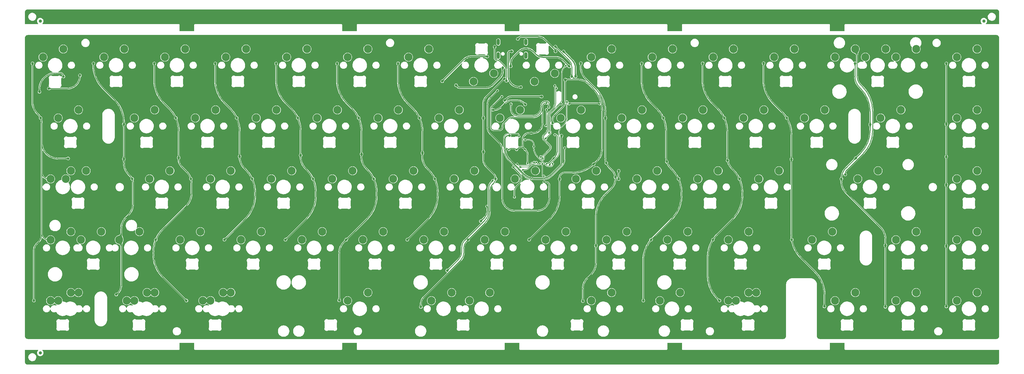
<source format=gtl>
G04 #@! TF.GenerationSoftware,KiCad,Pcbnew,(7.0.0)*
G04 #@! TF.CreationDate,2023-05-15T23:08:46-07:00*
G04 #@! TF.ProjectId,pcb-solder-rails,7063622d-736f-46c6-9465-722d7261696c,1.0*
G04 #@! TF.SameCoordinates,Original*
G04 #@! TF.FileFunction,Copper,L1,Top*
G04 #@! TF.FilePolarity,Positive*
%FSLAX46Y46*%
G04 Gerber Fmt 4.6, Leading zero omitted, Abs format (unit mm)*
G04 Created by KiCad (PCBNEW (7.0.0)) date 2023-05-15 23:08:46*
%MOMM*%
%LPD*%
G01*
G04 APERTURE LIST*
G04 #@! TA.AperFunction,ComponentPad*
%ADD10C,2.500000*%
G04 #@! TD*
G04 #@! TA.AperFunction,SMDPad,CuDef*
%ADD11C,1.000000*%
G04 #@! TD*
G04 #@! TA.AperFunction,ComponentPad*
%ADD12O,1.000000X2.000000*%
G04 #@! TD*
G04 #@! TA.AperFunction,ComponentPad*
%ADD13O,1.050000X2.100000*%
G04 #@! TD*
G04 #@! TA.AperFunction,ViaPad*
%ADD14C,0.600000*%
G04 #@! TD*
G04 #@! TA.AperFunction,ViaPad*
%ADD15C,0.800000*%
G04 #@! TD*
G04 #@! TA.AperFunction,Conductor*
%ADD16C,0.128000*%
G04 #@! TD*
G04 #@! TA.AperFunction,Conductor*
%ADD17C,0.250000*%
G04 #@! TD*
G04 #@! TA.AperFunction,Conductor*
%ADD18C,0.350000*%
G04 #@! TD*
G04 APERTURE END LIST*
D10*
G04 #@! TO.P,MX68,1,COL*
G04 #@! TO.N,Board_0-C0*
X8220750Y58290000D03*
G04 #@! TO.P,MX68,2,ROW*
G04 #@! TO.N,Board_0-Net-(D100-A2)*
X14570750Y60830000D03*
G04 #@! TD*
G04 #@! TO.P,MX18,1,COL*
G04 #@! TO.N,Board_0-C2*
X53464500Y77340000D03*
G04 #@! TO.P,MX18,2,ROW*
G04 #@! TO.N,Board_0-Net-(D93-A2)*
X59814500Y79880000D03*
G04 #@! TD*
G04 #@! TO.P,MX6,1,COL*
G04 #@! TO.N,Board_0-C5*
X101089500Y96390000D03*
G04 #@! TO.P,MX6,2,ROW*
G04 #@! TO.N,Board_0-Net-(D86-A1)*
X107439500Y98930000D03*
G04 #@! TD*
G04 #@! TO.P,MX67,1,COL*
G04 #@! TO.N,Board_0-C14*
X291589500Y20190000D03*
G04 #@! TO.P,MX67,2,ROW*
G04 #@! TO.N,Board_0-Net-(D119-A1)*
X297939500Y22730000D03*
G04 #@! TD*
G04 #@! TO.P,MX78,1,COL*
G04 #@! TO.N,Board_0-C5*
X101089500Y20190000D03*
G04 #@! TO.P,MX78,2,ROW*
G04 #@! TO.N,Board_0-Net-(D116-A1)*
X107439500Y22730000D03*
G04 #@! TD*
G04 #@! TO.P,MX73,1,COL*
G04 #@! TO.N,Board_0-C0*
X8220750Y39240000D03*
G04 #@! TO.P,MX73,2,ROW*
G04 #@! TO.N,Board_0-Net-(D107-A2)*
X14570750Y41780000D03*
G04 #@! TD*
G04 #@! TO.P,MX59,1,COL*
G04 #@! TO.N,Board_0-C0*
X8220750Y20190000D03*
G04 #@! TO.P,MX59,2,ROW*
G04 #@! TO.N,Board_0-Net-(D115-A2)*
X14570750Y22730000D03*
G04 #@! TD*
G04 #@! TO.P,MX36,1,COL*
G04 #@! TO.N,Board_0-C5*
X115377000Y58290000D03*
G04 #@! TO.P,MX36,2,ROW*
G04 #@! TO.N,Board_0-Net-(D102-A1)*
X121727000Y60830000D03*
G04 #@! TD*
G04 #@! TO.P,MX71,1,COL*
G04 #@! TO.N,Board_0-C2*
X58227000Y20190000D03*
G04 #@! TO.P,MX71,2,ROW*
G04 #@! TO.N,Board_0-Net-(D116-A2)*
X64577000Y22730000D03*
G04 #@! TD*
G04 #@! TO.P,MX2,1,COL*
G04 #@! TO.N,Board_0-C1*
X24889500Y96390000D03*
G04 #@! TO.P,MX2,2,ROW*
G04 #@! TO.N,Board_0-Net-(D84-A1)*
X31239500Y98930000D03*
G04 #@! TD*
G04 #@! TO.P,MX69,1,COL*
G04 #@! TO.N,Board_0-C0*
X10602000Y20190000D03*
G04 #@! TO.P,MX69,2,ROW*
G04 #@! TO.N,Board_0-Net-(D115-A2)*
X16952000Y22730000D03*
G04 #@! TD*
G04 #@! TO.P,MX60,1,COL*
G04 #@! TO.N,Board_0-C1*
X32033250Y20190000D03*
G04 #@! TO.P,MX60,2,ROW*
G04 #@! TO.N,Board_0-Net-(D115-A1)*
X38383250Y22730000D03*
G04 #@! TD*
G04 #@! TO.P,MX58,1,COL*
G04 #@! TO.N,Board_0-C14*
X291589500Y39240000D03*
G04 #@! TO.P,MX58,2,ROW*
G04 #@! TO.N,Board_0-Net-(D114-A1)*
X297939500Y41780000D03*
G04 #@! TD*
G04 #@! TO.P,MX20,1,COL*
G04 #@! TO.N,Board_0-C4*
X91564500Y77340000D03*
G04 #@! TO.P,MX20,2,ROW*
G04 #@! TO.N,Board_0-Net-(D94-A2)*
X97914500Y79880000D03*
G04 #@! TD*
G04 #@! TO.P,MX40,1,COL*
G04 #@! TO.N,Board_0-C9*
X191577000Y58290000D03*
G04 #@! TO.P,MX40,2,ROW*
G04 #@! TO.N,Board_0-Net-(D104-A1)*
X197927000Y60830000D03*
G04 #@! TD*
G04 #@! TO.P,MX28,1,COL*
G04 #@! TO.N,Board_0-C12*
X243964500Y77340000D03*
G04 #@! TO.P,MX28,2,ROW*
G04 #@! TO.N,Board_0-Net-(D98-A2)*
X250314500Y79880000D03*
G04 #@! TD*
G04 #@! TO.P,MX52,1,COL*
G04 #@! TO.N,Board_0-C8*
X163002000Y39240000D03*
G04 #@! TO.P,MX52,2,ROW*
G04 #@! TO.N,Board_0-Net-(D111-A2)*
X169352000Y41780000D03*
G04 #@! TD*
G04 #@! TO.P,MX8,1,COL*
G04 #@! TO.N,Board_0-C7*
X146809500Y91310000D03*
G04 #@! TO.P,MX8,2,ROW*
G04 #@! TO.N,Board_0-Net-(D87-A1)*
X140459500Y88770000D03*
G04 #@! TD*
G04 #@! TO.P,MX12,1,COL*
G04 #@! TO.N,Board_0-C11*
X215389500Y96390000D03*
G04 #@! TO.P,MX12,2,ROW*
G04 #@! TO.N,Board_0-Net-(D89-A1)*
X221739500Y98930000D03*
G04 #@! TD*
G04 #@! TO.P,MX46,1,COL*
G04 #@! TO.N,Board_0-C2*
X48702000Y39240000D03*
G04 #@! TO.P,MX46,2,ROW*
G04 #@! TO.N,Board_0-Net-(D108-A2)*
X55052000Y41780000D03*
G04 #@! TD*
G04 #@! TO.P,MX38,1,COL*
G04 #@! TO.N,Board_0-C7*
X153477000Y58290000D03*
G04 #@! TO.P,MX38,2,ROW*
G04 #@! TO.N,Board_0-Net-(D103-A1)*
X159827000Y60830000D03*
G04 #@! TD*
G04 #@! TO.P,MX72,1,COL*
G04 #@! TO.N,Board_0-C7*
X139189500Y20190000D03*
G04 #@! TO.P,MX72,2,ROW*
G04 #@! TO.N,Board_0-Net-(D122-A2)*
X145539500Y22730000D03*
G04 #@! TD*
G04 #@! TO.P,MX29,1,COL*
G04 #@! TO.N,Board_0-C13*
X267777000Y77340000D03*
G04 #@! TO.P,MX29,2,ROW*
G04 #@! TO.N,Board_0-Net-(D98-A1)*
X274127000Y79880000D03*
G04 #@! TD*
D11*
G04 #@! TO.P,REF\u002A\u002A,*
G04 #@! TO.N,*
X5000000Y3850000D03*
G04 #@! TD*
D10*
G04 #@! TO.P,MX33,1,COL*
G04 #@! TO.N,Board_0-C2*
X58227000Y58290000D03*
G04 #@! TO.P,MX33,2,ROW*
G04 #@! TO.N,Board_0-Net-(D101-A2)*
X64577000Y60830000D03*
G04 #@! TD*
G04 #@! TO.P,MX43,1,COL*
G04 #@! TO.N,Board_0-C13*
X260633250Y58290000D03*
G04 #@! TO.P,MX43,2,ROW*
G04 #@! TO.N,Board_0-Net-(D121-A1)*
X266983250Y60830000D03*
G04 #@! TD*
G04 #@! TO.P,MX34,1,COL*
G04 #@! TO.N,Board_0-C3*
X77277000Y58290000D03*
G04 #@! TO.P,MX34,2,ROW*
G04 #@! TO.N,Board_0-Net-(D101-A1)*
X83627000Y60830000D03*
G04 #@! TD*
G04 #@! TO.P,MX9,1,COL*
G04 #@! TO.N,Board_0-C8*
X165859500Y91310000D03*
G04 #@! TO.P,MX9,2,ROW*
G04 #@! TO.N,Board_0-Net-(D88-A2)*
X159509500Y88770000D03*
G04 #@! TD*
G04 #@! TO.P,MX64,1,COL*
G04 #@! TO.N,Board_0-C11*
X222533250Y20190000D03*
G04 #@! TO.P,MX64,2,ROW*
G04 #@! TO.N,Board_0-Net-(D117-A1)*
X228883250Y22730000D03*
G04 #@! TD*
G04 #@! TO.P,MX62,1,COL*
G04 #@! TO.N,Board_0-C7*
X127283250Y20190000D03*
G04 #@! TO.P,MX62,2,ROW*
G04 #@! TO.N,Board_0-Net-(D122-A2)*
X133633250Y22730000D03*
G04 #@! TD*
G04 #@! TO.P,MX1,1,COL*
G04 #@! TO.N,Board_0-C0*
X5839500Y96390000D03*
G04 #@! TO.P,MX1,2,ROW*
G04 #@! TO.N,Board_0-Net-(D84-A2)*
X12189500Y98930000D03*
G04 #@! TD*
G04 #@! TO.P,MX79,1,COL*
G04 #@! TO.N,Board_0-C9*
X177289500Y20190000D03*
G04 #@! TO.P,MX79,2,ROW*
G04 #@! TO.N,Board_0-Net-(D122-A1)*
X183639500Y22730000D03*
G04 #@! TD*
G04 #@! TO.P,MX54,1,COL*
G04 #@! TO.N,Board_0-C10*
X201102000Y39240000D03*
G04 #@! TO.P,MX54,2,ROW*
G04 #@! TO.N,Board_0-Net-(D112-A2)*
X207452000Y41780000D03*
G04 #@! TD*
G04 #@! TO.P,MX70,1,COL*
G04 #@! TO.N,Board_0-C1*
X34414500Y20190000D03*
G04 #@! TO.P,MX70,2,ROW*
G04 #@! TO.N,Board_0-Net-(D115-A1)*
X40764500Y22730000D03*
G04 #@! TD*
G04 #@! TO.P,MX48,1,COL*
G04 #@! TO.N,Board_0-C4*
X86802000Y39240000D03*
G04 #@! TO.P,MX48,2,ROW*
G04 #@! TO.N,Board_0-Net-(D109-A2)*
X93152000Y41780000D03*
G04 #@! TD*
G04 #@! TO.P,MX35,1,COL*
G04 #@! TO.N,Board_0-C4*
X96327000Y58290000D03*
G04 #@! TO.P,MX35,2,ROW*
G04 #@! TO.N,Board_0-Net-(D102-A2)*
X102677000Y60830000D03*
G04 #@! TD*
G04 #@! TO.P,MX57,1,COL*
G04 #@! TO.N,Board_0-C13*
X272539500Y39240000D03*
G04 #@! TO.P,MX57,2,ROW*
G04 #@! TO.N,Board_0-Net-(D113-A1)*
X278889500Y41780000D03*
G04 #@! TD*
G04 #@! TO.P,MX39,1,COL*
G04 #@! TO.N,Board_0-C8*
X172527000Y58290000D03*
G04 #@! TO.P,MX39,2,ROW*
G04 #@! TO.N,Board_0-Net-(D104-A2)*
X178877000Y60830000D03*
G04 #@! TD*
G04 #@! TO.P,MX21,1,COL*
G04 #@! TO.N,Board_0-C5*
X110614500Y77340000D03*
G04 #@! TO.P,MX21,2,ROW*
G04 #@! TO.N,Board_0-Net-(D94-A1)*
X116964500Y79880000D03*
G04 #@! TD*
G04 #@! TO.P,MX23,1,COL*
G04 #@! TO.N,Board_0-C7*
X148714500Y77340000D03*
G04 #@! TO.P,MX23,2,ROW*
G04 #@! TO.N,Board_0-Net-(D95-A1)*
X155064500Y79880000D03*
G04 #@! TD*
G04 #@! TO.P,MX19,1,COL*
G04 #@! TO.N,Board_0-C3*
X72514500Y77340000D03*
G04 #@! TO.P,MX19,2,ROW*
G04 #@! TO.N,Board_0-Net-(D93-A1)*
X78864500Y79880000D03*
G04 #@! TD*
G04 #@! TO.P,MX82,1,COL*
G04 #@! TO.N,Board_0-C12*
X253489500Y96390000D03*
G04 #@! TO.P,MX82,2,ROW*
G04 #@! TO.N,Board_0-Net-(D121-A2)*
X259839500Y98930000D03*
G04 #@! TD*
G04 #@! TO.P,MX56,1,COL*
G04 #@! TO.N,Board_0-C12*
X246345750Y39240000D03*
G04 #@! TO.P,MX56,2,ROW*
G04 #@! TO.N,Board_0-Net-(D113-A2)*
X252695750Y41780000D03*
G04 #@! TD*
G04 #@! TO.P,MX44,1,COL*
G04 #@! TO.N,Board_0-C14*
X291589500Y58290000D03*
G04 #@! TO.P,MX44,2,ROW*
G04 #@! TO.N,Board_0-Net-(D106-A2)*
X297939500Y60830000D03*
G04 #@! TD*
G04 #@! TO.P,MX74,1,COL*
G04 #@! TO.N,Board_0-C11*
X220152000Y20190000D03*
G04 #@! TO.P,MX74,2,ROW*
G04 #@! TO.N,Board_0-Net-(D117-A1)*
X226502000Y22730000D03*
G04 #@! TD*
G04 #@! TO.P,MX7,1,COL*
G04 #@! TO.N,Board_0-C6*
X120139500Y96390000D03*
G04 #@! TO.P,MX7,2,ROW*
G04 #@! TO.N,Board_0-Net-(D87-A2)*
X126489500Y98930000D03*
G04 #@! TD*
G04 #@! TO.P,MX17,1,COL*
G04 #@! TO.N,Board_0-C1*
X34414500Y77340000D03*
G04 #@! TO.P,MX17,2,ROW*
G04 #@! TO.N,Board_0-Net-(D92-A1)*
X40764500Y79880000D03*
G04 #@! TD*
G04 #@! TO.P,MX63,1,COL*
G04 #@! TO.N,Board_0-C10*
X198720750Y20190000D03*
G04 #@! TO.P,MX63,2,ROW*
G04 #@! TO.N,Board_0-Net-(D117-A2)*
X205070750Y22730000D03*
G04 #@! TD*
G04 #@! TO.P,MX45,1,COL*
G04 #@! TO.N,Board_0-C0*
X17745750Y39240000D03*
G04 #@! TO.P,MX45,2,ROW*
G04 #@! TO.N,Board_0-Net-(D107-A2)*
X24095750Y41780000D03*
G04 #@! TD*
G04 #@! TO.P,MX16,1,COL*
G04 #@! TO.N,Board_0-C0*
X10602000Y77340000D03*
G04 #@! TO.P,MX16,2,ROW*
G04 #@! TO.N,Board_0-Net-(D92-A2)*
X16952000Y79880000D03*
G04 #@! TD*
G04 #@! TO.P,MX81,1,COL*
G04 #@! TO.N,Board_0-C13*
X272539500Y96390000D03*
G04 #@! TO.P,MX81,2,ROW*
G04 #@! TO.N,Board_0-Net-(D91-A2)*
X278889500Y98930000D03*
G04 #@! TD*
G04 #@! TO.P,MX55,1,COL*
G04 #@! TO.N,Board_0-C11*
X220152000Y39240000D03*
G04 #@! TO.P,MX55,2,ROW*
G04 #@! TO.N,Board_0-Net-(D112-A1)*
X226502000Y41780000D03*
G04 #@! TD*
G04 #@! TO.P,MX42,1,COL*
G04 #@! TO.N,Board_0-C11*
X229677000Y58290000D03*
G04 #@! TO.P,MX42,2,ROW*
G04 #@! TO.N,Board_0-Net-(D105-A1)*
X236027000Y60830000D03*
G04 #@! TD*
G04 #@! TO.P,MX26,1,COL*
G04 #@! TO.N,Board_0-C10*
X205864500Y77340000D03*
G04 #@! TO.P,MX26,2,ROW*
G04 #@! TO.N,Board_0-Net-(D97-A2)*
X212214500Y79880000D03*
G04 #@! TD*
G04 #@! TO.P,MX5,1,COL*
G04 #@! TO.N,Board_0-C4*
X82039500Y96390000D03*
G04 #@! TO.P,MX5,2,ROW*
G04 #@! TO.N,Board_0-Net-(D86-A2)*
X88389500Y98930000D03*
G04 #@! TD*
G04 #@! TO.P,MX49,1,COL*
G04 #@! TO.N,Board_0-C5*
X105852000Y39240000D03*
G04 #@! TO.P,MX49,2,ROW*
G04 #@! TO.N,Board_0-Net-(D109-A1)*
X112202000Y41780000D03*
G04 #@! TD*
G04 #@! TO.P,MX53,1,COL*
G04 #@! TO.N,Board_0-C9*
X182052000Y39240000D03*
G04 #@! TO.P,MX53,2,ROW*
G04 #@! TO.N,Board_0-Net-(D111-A1)*
X188402000Y41780000D03*
G04 #@! TD*
G04 #@! TO.P,MX50,1,COL*
G04 #@! TO.N,Board_0-C6*
X124902000Y39240000D03*
G04 #@! TO.P,MX50,2,ROW*
G04 #@! TO.N,Board_0-Net-(D110-A2)*
X131252000Y41780000D03*
G04 #@! TD*
G04 #@! TO.P,MX41,1,COL*
G04 #@! TO.N,Board_0-C10*
X210627000Y58290000D03*
G04 #@! TO.P,MX41,2,ROW*
G04 #@! TO.N,Board_0-Net-(D105-A2)*
X216977000Y60830000D03*
G04 #@! TD*
G04 #@! TO.P,MX11,1,COL*
G04 #@! TO.N,Board_0-C10*
X196339500Y96390000D03*
G04 #@! TO.P,MX11,2,ROW*
G04 #@! TO.N,Board_0-Net-(D89-A2)*
X202689500Y98930000D03*
G04 #@! TD*
G04 #@! TO.P,MX65,1,COL*
G04 #@! TO.N,Board_0-C12*
X253489500Y20190000D03*
G04 #@! TO.P,MX65,2,ROW*
G04 #@! TO.N,Board_0-Net-(D118-A2)*
X259839500Y22730000D03*
G04 #@! TD*
G04 #@! TO.P,MX24,1,COL*
G04 #@! TO.N,Board_0-C8*
X167764500Y77340000D03*
G04 #@! TO.P,MX24,2,ROW*
G04 #@! TO.N,Board_0-Net-(D96-A2)*
X174114500Y79880000D03*
G04 #@! TD*
G04 #@! TO.P,MX14,1,COL*
G04 #@! TO.N,Board_0-C13*
X263014500Y96390000D03*
G04 #@! TO.P,MX14,2,ROW*
G04 #@! TO.N,Board_0-Net-(D91-A2)*
X269364500Y98930000D03*
G04 #@! TD*
G04 #@! TO.P,MX4,1,COL*
G04 #@! TO.N,Board_0-C3*
X62989500Y96390000D03*
G04 #@! TO.P,MX4,2,ROW*
G04 #@! TO.N,Board_0-Net-(D85-A1)*
X69339500Y98930000D03*
G04 #@! TD*
G04 #@! TO.P,MX13,1,COL*
G04 #@! TO.N,Board_0-C12*
X234439500Y96390000D03*
G04 #@! TO.P,MX13,2,ROW*
G04 #@! TO.N,Board_0-Net-(D90-A2)*
X240789500Y98930000D03*
G04 #@! TD*
G04 #@! TO.P,MX3,1,COL*
G04 #@! TO.N,Board_0-C2*
X43939500Y96390000D03*
G04 #@! TO.P,MX3,2,ROW*
G04 #@! TO.N,Board_0-Net-(D85-A2)*
X50289500Y98930000D03*
G04 #@! TD*
G04 #@! TO.P,MX80,1,COL*
G04 #@! TO.N,Board_0-C1*
X29652000Y39240000D03*
G04 #@! TO.P,MX80,2,ROW*
G04 #@! TO.N,Board_0-Net-(D107-A1)*
X36002000Y41780000D03*
G04 #@! TD*
G04 #@! TO.P,MX66,1,COL*
G04 #@! TO.N,Board_0-C13*
X272539500Y20190000D03*
G04 #@! TO.P,MX66,2,ROW*
G04 #@! TO.N,Board_0-Net-(D118-A1)*
X278889500Y22730000D03*
G04 #@! TD*
G04 #@! TO.P,MX15,1,COL*
G04 #@! TO.N,Board_0-C14*
X291589500Y96390000D03*
G04 #@! TO.P,MX15,2,ROW*
G04 #@! TO.N,Board_0-Net-(D91-A1)*
X297939500Y98930000D03*
G04 #@! TD*
G04 #@! TO.P,MX31,1,COL*
G04 #@! TO.N,Board_0-C0*
X12983250Y58290000D03*
G04 #@! TO.P,MX31,2,ROW*
G04 #@! TO.N,Board_0-Net-(D100-A2)*
X19333250Y60830000D03*
G04 #@! TD*
G04 #@! TO.P,MX27,1,COL*
G04 #@! TO.N,Board_0-C11*
X224914500Y77340000D03*
G04 #@! TO.P,MX27,2,ROW*
G04 #@! TO.N,Board_0-Net-(D97-A1)*
X231264500Y79880000D03*
G04 #@! TD*
G04 #@! TO.P,MX61,1,COL*
G04 #@! TO.N,Board_0-C2*
X55845750Y20190000D03*
G04 #@! TO.P,MX61,2,ROW*
G04 #@! TO.N,Board_0-Net-(D116-A2)*
X62195750Y22730000D03*
G04 #@! TD*
G04 #@! TO.P,MX47,1,COL*
G04 #@! TO.N,Board_0-C3*
X67752000Y39240000D03*
G04 #@! TO.P,MX47,2,ROW*
G04 #@! TO.N,Board_0-Net-(D108-A1)*
X74102000Y41780000D03*
G04 #@! TD*
G04 #@! TO.P,MX32,1,COL*
G04 #@! TO.N,Board_0-C1*
X39177000Y58290000D03*
G04 #@! TO.P,MX32,2,ROW*
G04 #@! TO.N,Board_0-Net-(D100-A1)*
X45527000Y60830000D03*
G04 #@! TD*
G04 #@! TO.P,MX10,1,COL*
G04 #@! TO.N,Board_0-C9*
X177289500Y96390000D03*
G04 #@! TO.P,MX10,2,ROW*
G04 #@! TO.N,Board_0-Net-(D88-A1)*
X183639500Y98930000D03*
G04 #@! TD*
G04 #@! TO.P,MX51,1,COL*
G04 #@! TO.N,Board_0-C7*
X143952000Y39240000D03*
G04 #@! TO.P,MX51,2,ROW*
G04 #@! TO.N,Board_0-Net-(D110-A1)*
X150302000Y41780000D03*
G04 #@! TD*
G04 #@! TO.P,MX30,1,COL*
G04 #@! TO.N,Board_0-C14*
X291589500Y77340000D03*
G04 #@! TO.P,MX30,2,ROW*
G04 #@! TO.N,Board_0-Net-(D99-A1)*
X297939500Y79880000D03*
G04 #@! TD*
D11*
G04 #@! TO.P,REF\u002A\u002A,*
G04 #@! TO.N,*
X300049000Y107650000D03*
G04 #@! TD*
D10*
G04 #@! TO.P,MX22,1,COL*
G04 #@! TO.N,Board_0-C6*
X129664500Y77340000D03*
G04 #@! TO.P,MX22,2,ROW*
G04 #@! TO.N,Board_0-Net-(D95-A2)*
X136014500Y79880000D03*
G04 #@! TD*
D11*
G04 #@! TO.P,REF\u002A\u002A,*
G04 #@! TO.N,*
X5000000Y107650000D03*
G04 #@! TD*
D10*
G04 #@! TO.P,MX37,1,COL*
G04 #@! TO.N,Board_0-C6*
X134427000Y58290000D03*
G04 #@! TO.P,MX37,2,ROW*
G04 #@! TO.N,Board_0-Net-(D103-A2)*
X140777000Y60830000D03*
G04 #@! TD*
G04 #@! TO.P,MX25,1,COL*
G04 #@! TO.N,Board_0-C9*
X186814500Y77340000D03*
G04 #@! TO.P,MX25,2,ROW*
G04 #@! TO.N,Board_0-Net-(D96-A1)*
X193164500Y79880000D03*
G04 #@! TD*
D12*
G04 #@! TO.P,J2,S1,SHIELD*
G04 #@! TO.N,Board_0-Net-(J2-SHIELD)*
X148216999Y101099999D03*
G04 #@! TO.P,J2,S2*
G04 #@! TO.N,N/C*
X156856999Y101099999D03*
D13*
G04 #@! TO.P,J2,S3*
X148216999Y96919999D03*
G04 #@! TO.P,J2,S4*
X156856999Y96919999D03*
G04 #@! TD*
D14*
G04 #@! TO.N,Board_0-+1V1*
X165194543Y63062457D03*
X159327000Y68440000D03*
X156597000Y70500000D03*
G04 #@! TO.N,Board_0-+3.3V*
X149337000Y84050000D03*
X165484457Y64742543D03*
X157377000Y63090000D03*
X163372000Y81975000D03*
X158527000Y72620000D03*
X151507000Y67450000D03*
X163317000Y63060000D03*
X153947000Y67400000D03*
X156597000Y67470000D03*
X165887639Y72119361D03*
G04 #@! TO.N,Board_0-/QSPI_CS*
X163257000Y79960000D03*
X163117000Y74940000D03*
D15*
G04 #@! TO.N,Board_0-/RGB_5V*
X4744213Y85513180D03*
X12247000Y90320000D03*
D14*
G04 #@! TO.N,Board_0-/RGB_DO*
X161973801Y63018113D03*
X162497000Y59150000D03*
X147977000Y85920000D03*
X162497000Y57310000D03*
G04 #@! TO.N,Board_0-/RST*
X169667000Y82400000D03*
X164277354Y62721500D03*
G04 #@! TO.N,Board_0-/SWD_CLK*
X161537800Y65219592D03*
X166398500Y86660000D03*
G04 #@! TO.N,Board_0-/SWD_IO*
X162047000Y64700000D03*
X165897000Y87460000D03*
D15*
G04 #@! TO.N,Board_0-C0*
X2567000Y94440000D03*
X5087000Y77340000D03*
X2997000Y20180000D03*
X13717000Y64670000D03*
G04 #@! TO.N,Board_0-C1*
X21617000Y94400000D03*
X31137000Y64512500D03*
X33747000Y58290000D03*
X31137000Y75410000D03*
X28757000Y22100000D03*
G04 #@! TO.N,Board_0-C10*
X193067000Y94400000D03*
X195987000Y39240000D03*
X199807000Y77340000D03*
X193567000Y20190000D03*
X204587000Y58290000D03*
X200937000Y63660010D03*
G04 #@! TO.N,Board_0-C11*
X218897000Y77330000D03*
X217387000Y20190000D03*
X212117000Y94470000D03*
X219907000Y64037529D03*
X223617000Y58300000D03*
X215327000Y39240000D03*
G04 #@! TO.N,Board_0-C12*
X238427000Y77340000D03*
X231167000Y94490000D03*
X239987000Y39240000D03*
X239867000Y64415049D03*
X250197000Y18380000D03*
G04 #@! TO.N,Board_0-C13*
X255497000Y58290000D03*
X269267000Y37470000D03*
X269257000Y18280000D03*
X259747000Y94440000D03*
X259997000Y64792569D03*
X264507000Y75280000D03*
G04 #@! TO.N,Board_0-C14*
X288307000Y65170000D03*
X288317000Y94430000D03*
X288317000Y18370000D03*
X288317000Y75440000D03*
X288317000Y37290000D03*
X288297000Y56420000D03*
G04 #@! TO.N,Board_0-C2*
X48287000Y64890020D03*
X41117000Y39240000D03*
X47387000Y77340000D03*
X40657000Y94420000D03*
X52087000Y58290000D03*
X50687000Y20190000D03*
G04 #@! TO.N,Board_0-C3*
X59717000Y94420000D03*
X67327000Y65267540D03*
X66417000Y77340000D03*
X71247000Y58290000D03*
X62577000Y39250000D03*
G04 #@! TO.N,Board_0-C4*
X85517000Y77340000D03*
X86417000Y65645060D03*
X78757000Y94420000D03*
X90247000Y58290000D03*
X81647000Y39240000D03*
G04 #@! TO.N,Board_0-C5*
X97817000Y94410000D03*
X105447000Y66022580D03*
X98459000Y20282000D03*
X100637000Y39240000D03*
X104557000Y77340000D03*
X109277000Y58290000D03*
G04 #@! TO.N,Board_0-C6*
X116867000Y94450000D03*
X124487000Y66400100D03*
X119747000Y39250000D03*
X128357000Y58290000D03*
X123587000Y77340000D03*
G04 #@! TO.N,Board_0-C7*
X143557000Y77340000D03*
X124010282Y18209874D03*
X150097000Y89600000D03*
X147377000Y58300000D03*
X143557000Y66777620D03*
X138796992Y39240008D03*
G04 #@! TO.N,Board_0-C8*
X165190883Y75719981D03*
X169127000Y89340000D03*
X167387000Y58290000D03*
X178017000Y62877500D03*
X157847000Y39250000D03*
G04 #@! TO.N,Board_0-C9*
X181987000Y63270011D03*
X174659000Y20028000D03*
X174017000Y94480000D03*
X181687000Y77340000D03*
X184817000Y58860000D03*
X178767000Y37420000D03*
G04 #@! TO.N,Board_0-GND*
X89107000Y70350000D03*
D14*
X157247000Y60280000D03*
D15*
X64887000Y32340000D03*
X72847000Y87610000D03*
X74837000Y11900000D03*
D14*
X150627000Y80100000D03*
X165137000Y58570000D03*
D15*
X179437000Y32390000D03*
X90327000Y89580000D03*
D14*
X136267000Y90850000D03*
X164717000Y83560000D03*
D15*
X33637000Y89690000D03*
X228917000Y49570000D03*
X218027000Y11850000D03*
D14*
X154687000Y73000000D03*
D15*
X107967000Y70290000D03*
D14*
X162037629Y66940629D03*
D15*
X38517000Y49080000D03*
D14*
X153037000Y71830000D03*
X271197000Y31600000D03*
D15*
X54847000Y83040000D03*
X165627000Y56890000D03*
X57887000Y49140000D03*
X52457000Y89770000D03*
D14*
X173397000Y91090000D03*
X166287000Y63440000D03*
D15*
X249587000Y87370000D03*
X99497000Y87020000D03*
D14*
X155117000Y69540000D03*
D15*
X131537000Y87070000D03*
D14*
X166567000Y73020000D03*
X162734258Y67581258D03*
X67297000Y84580000D03*
D15*
X6187000Y49540000D03*
X166023000Y13678000D03*
D14*
X165261000Y68288000D03*
D15*
X155157000Y95120000D03*
X198207000Y32200000D03*
D14*
X150237000Y63280000D03*
D15*
X18497000Y71210000D03*
X34617000Y87720000D03*
D14*
X153847000Y82010000D03*
D15*
X71677000Y89900000D03*
X76147000Y49080000D03*
X162347000Y50920000D03*
X225137000Y87890000D03*
X70177000Y70290000D03*
X3817000Y85490000D03*
D14*
X158527000Y68300000D03*
D15*
X205964500Y87465000D03*
D14*
X167327000Y63050000D03*
X161329629Y67591371D03*
X150657000Y61680000D03*
D15*
X41867000Y87270000D03*
X46027000Y32250000D03*
X102744923Y32294768D03*
X19897000Y66740000D03*
D14*
X165037000Y71650000D03*
X170227000Y79480000D03*
D15*
X191423000Y17234000D03*
X137697000Y83780000D03*
X185907000Y89950000D03*
X224067000Y89880000D03*
X109707000Y89660000D03*
X191423000Y11392000D03*
X141257000Y32160000D03*
D14*
X166407000Y79850000D03*
D15*
X190787000Y49260000D03*
X51197000Y70290000D03*
D14*
X164857000Y61430000D03*
D15*
X202107000Y83360000D03*
X53827000Y87620000D03*
X141077000Y95790000D03*
X126397000Y80880000D03*
X248637000Y46490000D03*
X191117000Y61990000D03*
X68957000Y51740000D03*
X252777000Y10760000D03*
X286457000Y70230000D03*
X274317000Y89250000D03*
X111467000Y87520000D03*
D14*
X169977000Y86440000D03*
D15*
X114715000Y17996000D03*
D14*
X161097000Y70660000D03*
D15*
X55287000Y10610000D03*
X31437000Y10700000D03*
D14*
X157507000Y76550000D03*
X163385000Y68289258D03*
D15*
X11167000Y83020000D03*
D14*
X152657000Y67090500D03*
X160689000Y68288000D03*
D15*
X171967000Y49330000D03*
X5247000Y90450000D03*
D14*
X174587000Y85020000D03*
D15*
X213775000Y17488000D03*
D14*
X151567000Y85150000D03*
D15*
X259467000Y49820000D03*
X150027000Y95070000D03*
X289587000Y32160000D03*
X118937000Y87020000D03*
X221967000Y10700000D03*
D14*
X257047000Y52080000D03*
X102457000Y10190000D03*
D15*
X241537000Y70370000D03*
D14*
X162037000Y68288629D03*
D15*
X80497000Y86900000D03*
X9757000Y66860000D03*
X50547000Y12020000D03*
X204907000Y89700000D03*
D14*
X155097000Y67100000D03*
X148877000Y74810000D03*
X161385629Y68928629D03*
D15*
X288867000Y12340000D03*
X189827000Y87700000D03*
D14*
X148107000Y84110000D03*
D15*
X29277000Y12060000D03*
D14*
X184157000Y62810000D03*
X166023000Y17742000D03*
D15*
X121837000Y32200000D03*
X11347000Y85720000D03*
X209847000Y49330000D03*
D14*
X155347000Y93410000D03*
X162036371Y69636629D03*
D15*
X74837000Y17234000D03*
D14*
X267107000Y69680000D03*
X168747000Y79890000D03*
X155467000Y63170000D03*
D15*
X26487000Y99990000D03*
D14*
X154587000Y54440000D03*
D15*
X145967000Y70370000D03*
D14*
X156127000Y58460000D03*
D15*
X152907000Y49200000D03*
X6307000Y25040000D03*
X160067000Y32290000D03*
X240397000Y32250000D03*
X216947000Y100060000D03*
D14*
X152157000Y90660000D03*
D15*
X217437000Y32200000D03*
X146367000Y62330000D03*
X127257000Y70330000D03*
X275237000Y59630000D03*
D14*
X160447000Y66680000D03*
D15*
X114715000Y10884000D03*
X222457000Y70330000D03*
D14*
X45797000Y10200000D03*
D15*
X92067000Y87670000D03*
D14*
X283237000Y52090000D03*
D15*
X182917000Y73020000D03*
D14*
X161437000Y76570000D03*
D15*
X166707000Y97210000D03*
X184187000Y70330000D03*
D14*
X254667000Y33090000D03*
X204117000Y100490000D03*
X8127000Y12600000D03*
D15*
X243097000Y89940000D03*
X128567000Y89780000D03*
X88017000Y80880000D03*
X61117000Y86960000D03*
D14*
X162677000Y68940000D03*
D15*
X96077000Y49140000D03*
X133777000Y49390000D03*
X250457000Y12790000D03*
X126697000Y10590000D03*
X33177000Y69690000D03*
X203267000Y70370000D03*
X272037000Y10600000D03*
X65247000Y46100000D03*
D14*
X164247000Y64380000D03*
D15*
X114897000Y49080000D03*
D14*
X168547000Y82370000D03*
D15*
X83977000Y32020000D03*
G04 #@! TO.N,Board_0-Net-(D1-DIN)*
X17407000Y90690000D03*
X7667000Y86570000D03*
G04 #@! TO.N,Board_0-Net-(D121-A2)*
X256701000Y59652000D03*
G04 #@! TO.N,Board_0-Net-(D22-DOUT)*
X147087000Y99670000D03*
X150752843Y88944157D03*
G04 #@! TO.N,Board_0-Net-(D23-DOUT)*
X166077000Y99670000D03*
X171197000Y90250000D03*
D14*
G04 #@! TO.N,Board_0-Net-(D37-DIN)*
X154687000Y71540000D03*
X168977000Y67990000D03*
D15*
G04 #@! TO.N,Board_0-Net-(D95-A1)*
X156637000Y81600000D03*
X146547000Y79880000D03*
G04 #@! TO.N,Board_0-Net-(F1-Pad1)*
X152447000Y98200000D03*
X155287000Y86992498D03*
D14*
G04 #@! TO.N,Board_0-R0*
X164097000Y72700000D03*
X169320968Y93693968D03*
G04 #@! TO.N,Board_0-R1*
X163028500Y70910000D03*
X167897171Y81759828D03*
X170357000Y81760000D03*
X152207000Y81760000D03*
X164017000Y80730000D03*
X179879728Y81758435D03*
D15*
G04 #@! TO.N,Board_0-R2*
X185867000Y60830000D03*
D14*
X154117000Y62900000D03*
D15*
X185867000Y58210000D03*
D14*
X159407000Y63470000D03*
G04 #@! TO.N,Board_0-R3*
X144624500Y49710000D03*
X160134419Y63458978D03*
X152877000Y61990000D03*
X153277000Y52580000D03*
D15*
X142737000Y45070000D03*
D14*
X155059374Y61982842D03*
G04 #@! TO.N,Board_0-R4*
X146457000Y57750000D03*
X161247000Y63050000D03*
X155867000Y61100000D03*
D15*
X132237000Y29590000D03*
G04 #@! TO.N,Board_0-VCC*
X166107000Y98170000D03*
X152107000Y93530000D03*
X151733544Y71831461D03*
X144767000Y96560000D03*
X167977000Y71790000D03*
X161777000Y84040000D03*
X150227000Y82820000D03*
X134997000Y87590000D03*
X172377000Y90340000D03*
X149607000Y93087502D03*
X130697000Y88840000D03*
X154297000Y102060000D03*
X168597000Y98160000D03*
X170397000Y93470000D03*
G04 #@! TD*
D16*
G04 #@! TO.N,Board_0-+1V1*
X164690807Y62230000D02*
X164064503Y62230000D01*
X162825000Y62862000D02*
X160498573Y65188427D01*
X159327000Y68440000D02*
X159327000Y69000000D01*
X163017541Y62663665D02*
X162825000Y62856206D01*
X165194543Y63062457D02*
X165194543Y62733736D01*
X157827000Y70500000D02*
X156597000Y70500000D01*
X162825000Y62856206D02*
X162825000Y62862000D01*
X159327000Y68016854D02*
X159327000Y68440000D01*
X163017546Y62663670D02*
G75*
G03*
X164064503Y62230000I1046954J1046930D01*
G01*
X164690807Y62229957D02*
G75*
G03*
X165194543Y62733736I-7J503743D01*
G01*
X159326968Y68016854D02*
G75*
G03*
X160498573Y65188427I4000032J46D01*
G01*
X159327000Y69000000D02*
G75*
G03*
X157827000Y70500000I-1500000J0D01*
G01*
D17*
G04 #@! TO.N,Board_0-+3.3V*
X163317000Y63060000D02*
X163522039Y63060000D01*
X145894000Y80026236D02*
X145894000Y74500000D01*
X158527000Y72620000D02*
X157857000Y72620000D01*
X166021213Y65279299D02*
X165484457Y64742543D01*
X151672685Y67615685D02*
X151507000Y67450000D01*
X156597000Y67470000D02*
X156195137Y67871863D01*
X165887639Y72119361D02*
X166107000Y72119361D01*
X163372000Y81975000D02*
X163047000Y81975000D01*
X156597000Y67470000D02*
X156791214Y67275786D01*
X157377000Y65861573D02*
X157377000Y63090000D01*
X162047000Y80975000D02*
X162047000Y75620000D01*
X153885471Y67400000D02*
X153669785Y67615686D01*
X146894000Y73500000D02*
X148527000Y73500000D01*
X153947000Y67400000D02*
X153885471Y67400000D01*
X153947000Y67403722D02*
X154415139Y67871861D01*
X166607000Y71619361D02*
X166607000Y66693513D01*
X153947000Y67400000D02*
X153947000Y67403722D01*
X152698950Y77577000D02*
X159047000Y77577000D01*
X159047000Y72620000D02*
X158527000Y72620000D01*
X155857000Y70620000D02*
X155857000Y68864352D01*
X162047000Y80577000D02*
X162047000Y80975000D01*
X163999815Y63257901D02*
X165484457Y64742543D01*
X153104100Y67850000D02*
X152238371Y67850000D01*
X149337000Y84050000D02*
X146304662Y81017662D01*
X156319697Y67747303D02*
X156597000Y67470000D01*
X150071463Y75814463D02*
X151222388Y76965388D01*
X152698950Y77577027D02*
G75*
G03*
X151222389Y76965387I50J-2088227D01*
G01*
X157376980Y65861573D02*
G75*
G03*
X156791213Y67275785I-1999980J27D01*
G01*
X159047000Y72620000D02*
G75*
G03*
X162047000Y75620000I0J3000000D01*
G01*
X150071472Y75814454D02*
G75*
G03*
X149527000Y74500000I1314428J-1314454D01*
G01*
X146304678Y81017646D02*
G75*
G03*
X145894000Y80026236I991422J-991446D01*
G01*
X166021220Y65279292D02*
G75*
G03*
X166607000Y66693513I-1414220J1414208D01*
G01*
X153669785Y67615686D02*
G75*
G03*
X153104100Y67850000I-565685J-565686D01*
G01*
X157857000Y72620000D02*
G75*
G03*
X155857000Y70620000I0J-2000000D01*
G01*
X155856953Y68864352D02*
G75*
G03*
X156319697Y67747303I1579747J48D01*
G01*
X163047000Y81975000D02*
G75*
G03*
X162047000Y80975000I0J-1000000D01*
G01*
X156195097Y67871823D02*
G75*
G03*
X154415140Y67871860I-889997J-889923D01*
G01*
X163522039Y63059979D02*
G75*
G03*
X163999815Y63257901I-39J675721D01*
G01*
X166606961Y71619361D02*
G75*
G03*
X166107000Y72119361I-499961J39D01*
G01*
X145894000Y74500000D02*
G75*
G03*
X146894000Y73500000I1000000J0D01*
G01*
X159047000Y77577000D02*
G75*
G03*
X162047000Y80577000I0J3000000D01*
G01*
X152238371Y67850020D02*
G75*
G03*
X151672685Y67615685I29J-800020D01*
G01*
X148527000Y73500000D02*
G75*
G03*
X149527000Y74500000I0J1000000D01*
G01*
D16*
G04 #@! TO.N,Board_0-/QSPI_CS*
X163257000Y75080000D02*
X163117000Y74940000D01*
X163257000Y79960000D02*
X163257000Y75080000D01*
D17*
G04 #@! TO.N,Board_0-/RGB_5V*
X4747000Y85515967D02*
X4747000Y86400000D01*
X12247000Y90400000D02*
X12247000Y90320000D01*
X4744213Y85513180D02*
X4747000Y85515967D01*
X9747000Y91400000D02*
X11247000Y91400000D01*
X9747000Y91400000D02*
G75*
G03*
X4747000Y86400000I0J-5000000D01*
G01*
X12247000Y90400000D02*
G75*
G03*
X11247000Y91400000I-1000000J0D01*
G01*
G04 #@! TO.N,Board_0-/RGB_DO*
X149467000Y67397359D02*
X149467000Y52280000D01*
X144847000Y81547359D02*
X144847000Y74502641D01*
X163167000Y57310000D02*
X162497000Y57310000D01*
X153467000Y48280000D02*
X160167000Y48280000D01*
D16*
X162497000Y59150000D02*
X162473801Y59150000D01*
X162473801Y59150000D02*
X162267911Y59150000D01*
D17*
X145725679Y72381321D02*
X148588320Y69518680D01*
X164167000Y52280000D02*
X164167000Y56310000D01*
D16*
X161973801Y59444109D02*
X161973801Y63018113D01*
D17*
X147977000Y85920000D02*
X145725680Y83668680D01*
X144847029Y74502641D02*
G75*
G03*
X145725679Y72381321I2999971J-41D01*
G01*
X160167000Y48280000D02*
G75*
G03*
X164167000Y52280000I0J4000000D01*
G01*
X164167000Y56310000D02*
G75*
G03*
X163167000Y57310000I-1000000J0D01*
G01*
D16*
X161973800Y59444109D02*
G75*
G03*
X162267911Y59150000I294100J-9D01*
G01*
D17*
X145725660Y83668700D02*
G75*
G03*
X144847000Y81547359I2121340J-2121300D01*
G01*
X149467000Y52280000D02*
G75*
G03*
X153467000Y48280000I4000000J0D01*
G01*
X149466971Y67397359D02*
G75*
G03*
X148588320Y69518680I-2999971J41D01*
G01*
D16*
G04 #@! TO.N,Board_0-/RST*
X169667000Y82400000D02*
X169667000Y77442641D01*
X167177000Y72467359D02*
X167177000Y66568427D01*
X168788320Y75321320D02*
X168055679Y74588679D01*
X164277354Y62840354D02*
X164277354Y62721500D01*
X166591213Y65154213D02*
X164277354Y62840354D01*
X168788340Y75321300D02*
G75*
G03*
X169667000Y77442641I-2121340J2121300D01*
G01*
X166591227Y65154199D02*
G75*
G03*
X167177000Y66568427I-1414227J1414201D01*
G01*
X168055659Y74588699D02*
G75*
G03*
X167177000Y72467359I2121341J-2121299D01*
G01*
G04 #@! TO.N,Board_0-/SWD_CLK*
X166398500Y86660000D02*
X166197000Y86660000D01*
X161537800Y64694761D02*
X161537800Y65219592D01*
X161714503Y64336703D02*
X161666082Y64385112D01*
X164349089Y67376089D02*
X162831893Y65858893D01*
X163297213Y72596007D02*
X162679063Y71977857D01*
X162539000Y65151786D02*
X162539000Y64663365D01*
X165611213Y80530994D02*
X164468786Y79388567D01*
X163883000Y77974354D02*
X163883000Y74010221D01*
X162679063Y70563643D02*
X164349089Y68893617D01*
X166197000Y86660000D02*
X166197000Y81945208D01*
X161537756Y64694761D02*
G75*
G03*
X161666083Y64385113I437844J39D01*
G01*
X162403686Y64336720D02*
G75*
G03*
X162539000Y64663365I-326686J326680D01*
G01*
X162679014Y71977906D02*
G75*
G03*
X162679064Y70563644I707186J-707106D01*
G01*
X165611217Y80530990D02*
G75*
G03*
X166197000Y81945208I-1414217J1414210D01*
G01*
X164468763Y79388590D02*
G75*
G03*
X163883000Y77974354I1414237J-1414190D01*
G01*
X162831886Y65858900D02*
G75*
G03*
X162539000Y65151786I707114J-707100D01*
G01*
X164349041Y67376137D02*
G75*
G03*
X164349088Y68893616I-758741J758763D01*
G01*
X161714504Y64336704D02*
G75*
G03*
X162403702Y64336704I344599J344599D01*
G01*
X163297224Y72595996D02*
G75*
G03*
X163883000Y74010221I-1414224J1414204D01*
G01*
G04 #@! TO.N,Board_0-/SWD_IO*
X162452038Y70428630D02*
X164163250Y68717418D01*
X165907000Y87450000D02*
X165907000Y82017246D01*
X162047000Y65021824D02*
X162047000Y64700000D01*
X164163250Y67552288D02*
X162575893Y65964931D01*
X163627000Y78080392D02*
X163627000Y74116259D01*
X165897000Y87460000D02*
X165907000Y87450000D01*
X163041213Y72702045D02*
X162452038Y72112870D01*
X165321213Y80603032D02*
X164212786Y79494605D01*
X162575893Y65964931D02*
X162339893Y65728931D01*
X165321236Y80603009D02*
G75*
G03*
X165907000Y82017246I-1414236J1414191D01*
G01*
X163041193Y72702065D02*
G75*
G03*
X163627000Y74116259I-1414193J1414235D01*
G01*
X164212782Y79494609D02*
G75*
G03*
X163627000Y78080392I1414218J-1414209D01*
G01*
X162339905Y65728919D02*
G75*
G03*
X162047000Y65021824I707095J-707119D01*
G01*
X164163203Y67552335D02*
G75*
G03*
X164163250Y68717418I-582503J582565D01*
G01*
X162452089Y72112819D02*
G75*
G03*
X162452039Y70428631I842111J-842119D01*
G01*
D17*
G04 #@! TO.N,Board_0-C0*
X7447000Y58290000D02*
X8220750Y58290000D01*
X5447000Y60922000D02*
X5447000Y60290000D01*
X3875680Y38014680D02*
X4568321Y38707321D01*
X10447000Y64670000D02*
X13717000Y64670000D01*
X5447000Y41240000D02*
X5447000Y42126000D01*
X8220750Y39240000D02*
X7447000Y39240000D01*
X4031466Y78755534D02*
X4275427Y78511573D01*
X2997000Y20180000D02*
X2997000Y35893359D01*
X5447000Y69670000D02*
X5447000Y60922000D01*
X5447000Y75683146D02*
X5447000Y69670000D01*
X5447000Y42126000D02*
X5447000Y40828641D01*
X5447000Y60922000D02*
X5447000Y42126000D01*
X2567000Y94440000D02*
X2567000Y82291068D01*
X5447032Y75683146D02*
G75*
G03*
X4275427Y78511573I-4000032J-46D01*
G01*
X5447000Y69670000D02*
G75*
G03*
X10447000Y64670000I5000000J0D01*
G01*
X4568341Y38707301D02*
G75*
G03*
X5447000Y40828641I-2121341J2121299D01*
G01*
X2566978Y82291068D02*
G75*
G03*
X4031467Y78755535I5000022J32D01*
G01*
X5447000Y41240000D02*
G75*
G03*
X7447000Y39240000I2000000J0D01*
G01*
X5447000Y60290000D02*
G75*
G03*
X7447000Y58290000I2000000J0D01*
G01*
X3875660Y38014700D02*
G75*
G03*
X2997000Y35893359I2121340J-2121300D01*
G01*
G04 #@! TO.N,Board_0-C1*
X30299359Y42877133D02*
X30299359Y39887359D01*
X32601466Y59705534D02*
X33128320Y59178680D01*
X34007000Y57057359D02*
X34007000Y50511068D01*
X30297000Y24832641D02*
X30297000Y38595000D01*
X31137000Y75997864D02*
X31137000Y75410000D01*
X31137000Y64570000D02*
X31137000Y63241068D01*
X28757000Y22100000D02*
X28807000Y22100000D01*
X32542534Y46975534D02*
X31761466Y46194466D01*
X28807000Y22100000D02*
X29418321Y22711321D01*
X31137000Y75410000D02*
X31137000Y64870000D01*
X30297000Y38595000D02*
X29652000Y39240000D01*
X30299359Y39887359D02*
X29652000Y39240000D01*
X28208068Y83068932D02*
X24545932Y86731068D01*
X21617000Y94400000D02*
X21617000Y93802136D01*
X31137000Y64512500D02*
X31137000Y64570000D01*
X31137000Y64870000D02*
X31137000Y64570000D01*
X34006971Y57057359D02*
G75*
G03*
X33128320Y59178680I-2999971J41D01*
G01*
X29418341Y22711301D02*
G75*
G03*
X30297000Y24832641I-2121341J2121299D01*
G01*
X31136974Y75997864D02*
G75*
G03*
X28208067Y83068931I-9999974J36D01*
G01*
X31136978Y63241068D02*
G75*
G03*
X32601467Y59705535I5000022J32D01*
G01*
X32542518Y46975550D02*
G75*
G03*
X34007000Y50511068I-3535518J3535550D01*
G01*
X31761461Y46194471D02*
G75*
G03*
X30299360Y42877133I3550339J-3545671D01*
G01*
X21617026Y93802136D02*
G75*
G03*
X24545933Y86731069I9999974J-36D01*
G01*
G04 #@! TO.N,Board_0-C10*
X193067000Y94400000D02*
X193067000Y89122136D01*
X205487000Y54147864D02*
X205487000Y52912136D01*
X202558068Y45841068D02*
X196495932Y39778932D01*
X200707000Y73197864D02*
X200707000Y65141068D01*
X202171466Y61605534D02*
X202558068Y61218932D01*
X195995932Y82051068D02*
X197778068Y80268932D01*
X193567000Y32707864D02*
X193567000Y20190000D01*
X202558086Y45841050D02*
G75*
G03*
X205487000Y52912136I-7071086J7071050D01*
G01*
X196495914Y39778950D02*
G75*
G03*
X193567000Y32707864I7071086J-7071050D01*
G01*
X200706978Y65141068D02*
G75*
G03*
X202171467Y61605535I5000022J32D01*
G01*
X205486974Y54147864D02*
G75*
G03*
X202558067Y61218931I-9999974J36D01*
G01*
X193067026Y89122136D02*
G75*
G03*
X195995933Y82051069I9999974J-36D01*
G01*
X200706974Y73197864D02*
G75*
G03*
X197778067Y80268931I-9999974J36D01*
G01*
G04 #@! TO.N,Board_0-C11*
X224517000Y54147864D02*
X224517000Y52912136D01*
X213747000Y33857864D02*
X213747000Y27972136D01*
X216675932Y20901068D02*
X217007000Y20570000D01*
X212117000Y94470000D02*
X212117000Y89152136D01*
X221588068Y45841068D02*
X216675932Y40928932D01*
X219797000Y73187864D02*
X219797000Y65081068D01*
X221261466Y61545534D02*
X221588068Y61218932D01*
X215045932Y82081068D02*
X216868068Y80258932D01*
X217007000Y20570000D02*
X217387000Y20190000D01*
X221588086Y45841050D02*
G75*
G03*
X224517000Y52912136I-7071086J7071050D01*
G01*
X219796974Y73187864D02*
G75*
G03*
X216868067Y80258931I-9999974J36D01*
G01*
X213747026Y27972136D02*
G75*
G03*
X216675933Y20901069I9999974J-36D01*
G01*
X224516974Y54147864D02*
G75*
G03*
X221588067Y61218931I-9999974J36D01*
G01*
X219796978Y65081068D02*
G75*
G03*
X221261467Y61545535I5000022J32D01*
G01*
X212117026Y89152136D02*
G75*
G03*
X215045933Y82081069I9999974J-36D01*
G01*
X216675914Y40928950D02*
G75*
G03*
X213747000Y33857864I7071086J-7071050D01*
G01*
G04 #@! TO.N,Board_0-C12*
X250207000Y18390000D02*
X250197000Y18380000D01*
X250207000Y22137864D02*
X250207000Y18390000D01*
X239866521Y72168343D02*
X239866521Y64049521D01*
X231167000Y94490000D02*
X231167000Y89152136D01*
X239867000Y64050000D02*
X239866521Y64049521D01*
X239867000Y64415049D02*
X239867000Y64050000D01*
X236937589Y79239411D02*
X234095932Y82081068D01*
X239866521Y64049521D02*
X239866521Y40762615D01*
X242795453Y33691547D02*
X247278068Y29208932D01*
X250206974Y22137864D02*
G75*
G03*
X247278067Y29208931I-9999974J36D01*
G01*
X239866526Y40762615D02*
G75*
G03*
X242795454Y33691548I9999974J-15D01*
G01*
X231167026Y89152136D02*
G75*
G03*
X234095933Y82081069I9999974J-36D01*
G01*
X239866545Y72168343D02*
G75*
G03*
X236937589Y79239411I-10000045J-43D01*
G01*
G04 #@! TO.N,Board_0-C13*
X264507000Y75280000D02*
X264507000Y73442136D01*
X256961466Y61754466D02*
X259982000Y64775000D01*
X255497000Y57461068D02*
X255497000Y58218932D01*
X261578068Y86498932D02*
X261211466Y86865534D01*
X259997000Y64792569D02*
X259997000Y64790000D01*
X259997000Y64790000D02*
X259982000Y64775000D01*
X267802534Y43084466D02*
X256961466Y53925534D01*
X259747000Y90401068D02*
X259747000Y94440000D01*
X269267000Y18290000D02*
X269257000Y18280000D01*
X261578068Y66371068D02*
X259982000Y64775000D01*
X269267000Y37470000D02*
X269267000Y39548932D01*
X264507000Y75280000D02*
X264507000Y79427864D01*
X269267000Y37470000D02*
X269267000Y18290000D01*
X255496978Y57461068D02*
G75*
G03*
X256961467Y53925535I5000022J32D01*
G01*
X261578086Y66371050D02*
G75*
G03*
X264507000Y73442136I-7071086J7071050D01*
G01*
X259746978Y90401068D02*
G75*
G03*
X261211467Y86865535I5000022J32D01*
G01*
X269267022Y39548932D02*
G75*
G03*
X267802533Y43084465I-5000022J-32D01*
G01*
X264506974Y79427864D02*
G75*
G03*
X261578067Y86498931I-9999974J36D01*
G01*
X256961482Y61754450D02*
G75*
G03*
X255497000Y58218932I3535518J-3535550D01*
G01*
G04 #@! TO.N,Board_0-C14*
X288317000Y65180000D02*
X288317000Y65850000D01*
X288317000Y37290000D02*
X288317000Y18370000D01*
X288317000Y94430000D02*
X288317000Y75440000D01*
X288297000Y56420000D02*
X288297000Y37310000D01*
X288317000Y56440000D02*
X288297000Y56420000D01*
X288297000Y37310000D02*
X288317000Y37290000D01*
X288307000Y65170000D02*
X288317000Y65180000D01*
X288317000Y75440000D02*
X288317000Y65850000D01*
X288317000Y65850000D02*
X288317000Y56440000D01*
G04 #@! TO.N,Board_0-C2*
X48277020Y64900000D02*
X48277000Y64900000D01*
X43585932Y82031068D02*
X45348068Y80268932D01*
X48277000Y65240000D02*
X48277000Y64900000D01*
X48287000Y64890020D02*
X48277020Y64900000D01*
X40657000Y94420000D02*
X40657000Y89102136D01*
X52257000Y56988932D02*
X52257000Y53561068D01*
X48277000Y73197864D02*
X48277000Y65240000D01*
X50792534Y50025534D02*
X43305932Y42538932D01*
X40377000Y35467864D02*
X40377000Y34642136D01*
X48287000Y64890020D02*
X48287000Y64272641D01*
X49165680Y62151320D02*
X50792534Y60524466D01*
X43305932Y27571068D02*
X50687000Y20190000D01*
X52257022Y56988932D02*
G75*
G03*
X50792533Y60524465I-5000022J-32D01*
G01*
X48276974Y73197864D02*
G75*
G03*
X45348067Y80268931I-9999974J36D01*
G01*
X43305914Y42538950D02*
G75*
G03*
X40377000Y35467864I7071086J-7071050D01*
G01*
X40377000Y34642136D02*
G75*
G03*
X43305932Y27571068I10000010J4D01*
G01*
X48287029Y64272641D02*
G75*
G03*
X49165680Y62151320I2999971J-41D01*
G01*
X40657026Y89102136D02*
G75*
G03*
X43585933Y82031069I9999974J-36D01*
G01*
X50792518Y50025550D02*
G75*
G03*
X52257000Y53561068I-3535518J3535550D01*
G01*
G04 #@! TO.N,Board_0-C3*
X67327000Y73197864D02*
X67327000Y65590000D01*
X69218068Y45891068D02*
X62577000Y39250000D01*
X62645932Y82021068D02*
X64398068Y80268932D01*
X67327000Y65267540D02*
X67327000Y65210000D01*
X67327000Y65590000D02*
X67327000Y65210000D01*
X72147000Y54147864D02*
X72147000Y52962136D01*
X67327000Y65210000D02*
X67327000Y65181068D01*
X68791466Y61645534D02*
X69218068Y61218932D01*
X59717000Y94420000D02*
X59717000Y89092136D01*
X69218086Y45891050D02*
G75*
G03*
X72147000Y52962136I-7071086J7071050D01*
G01*
X59717026Y89092136D02*
G75*
G03*
X62645933Y82021069I9999974J-36D01*
G01*
X72146974Y54147864D02*
G75*
G03*
X69218067Y61218931I-9999974J36D01*
G01*
X67326974Y73197864D02*
G75*
G03*
X64398067Y80268931I-9999974J36D01*
G01*
X67326978Y65181068D02*
G75*
G03*
X68791467Y61645535I5000022J32D01*
G01*
G04 #@! TO.N,Board_0-C4*
X86417000Y65620000D02*
X86417000Y65101068D01*
X86417000Y73197864D02*
X86417000Y65620000D01*
X87881466Y61565534D02*
X88218068Y61228932D01*
X86417000Y65645060D02*
X86417000Y65620000D01*
X81685932Y82071068D02*
X83488068Y80268932D01*
X88218068Y45811068D02*
X81647000Y39240000D01*
X78757000Y94420000D02*
X78757000Y89142136D01*
X91147000Y54157864D02*
X91147000Y52882136D01*
X86416974Y73197864D02*
G75*
G03*
X83488067Y80268931I-9999974J36D01*
G01*
X91146974Y54157864D02*
G75*
G03*
X88218067Y61228931I-9999974J36D01*
G01*
X86416978Y65101068D02*
G75*
G03*
X87881467Y61565535I5000022J32D01*
G01*
X78757026Y89142136D02*
G75*
G03*
X81685933Y82071069I9999974J-36D01*
G01*
X88218086Y45811050D02*
G75*
G03*
X91147000Y52882136I-7071086J7071050D01*
G01*
G04 #@! TO.N,Board_0-C5*
X100637000Y39240000D02*
X99923466Y38526466D01*
X105447000Y73207864D02*
X105447000Y65960000D01*
X105447000Y65960000D02*
X105447000Y65770000D01*
X106911466Y61565534D02*
X107248068Y61228932D01*
X110177000Y54157864D02*
X110177000Y52922136D01*
X98459000Y34990932D02*
X98459000Y20282000D01*
X105447000Y66022580D02*
X105447000Y65960000D01*
X105447000Y65770000D02*
X105447000Y65101068D01*
X100745932Y82051068D02*
X102427000Y80370000D01*
X98459000Y20282000D02*
X98459000Y20190000D01*
X107248068Y45851068D02*
X100637000Y39240000D01*
X97817000Y94410000D02*
X97817000Y89122136D01*
X102427000Y80370000D02*
X102518068Y80278932D01*
X110176974Y54157864D02*
G75*
G03*
X107248067Y61228931I-9999974J36D01*
G01*
X105446974Y73207864D02*
G75*
G03*
X102518067Y80278931I-9999974J36D01*
G01*
X97817026Y89122136D02*
G75*
G03*
X100745933Y82051069I9999974J-36D01*
G01*
X99923482Y38526450D02*
G75*
G03*
X98459000Y34990932I3535518J-3535550D01*
G01*
X107248086Y45851050D02*
G75*
G03*
X110177000Y52922136I-7071086J7071050D01*
G01*
X105446978Y65101068D02*
G75*
G03*
X106911467Y61565535I5000022J32D01*
G01*
G04 #@! TO.N,Board_0-C6*
X129267000Y54147864D02*
X129267000Y52912136D01*
X121362000Y80465000D02*
X121558068Y80268932D01*
X124487000Y73197864D02*
X124487000Y66750000D01*
X116867000Y94450000D02*
X116867000Y89102136D01*
X124487000Y66400100D02*
X124487000Y66390000D01*
X126338068Y45841068D02*
X119747000Y39250000D01*
X125951466Y61605534D02*
X126338068Y61218932D01*
X124487000Y66750000D02*
X124487000Y66390000D01*
X119795932Y82031068D02*
X121362000Y80465000D01*
X124487000Y66390000D02*
X124487000Y65141068D01*
X126338086Y45841050D02*
G75*
G03*
X129267000Y52912136I-7071086J7071050D01*
G01*
X129266974Y54147864D02*
G75*
G03*
X126338067Y61218931I-9999974J36D01*
G01*
X116867026Y89102136D02*
G75*
G03*
X119795933Y82031069I9999974J-36D01*
G01*
X124486974Y73197864D02*
G75*
G03*
X121558067Y80268931I-9999974J36D01*
G01*
X124486978Y65141068D02*
G75*
G03*
X125951467Y61605535I5000022J32D01*
G01*
G04 #@! TO.N,Board_0-C7*
X124010282Y18209874D02*
X124010282Y19150051D01*
X143557000Y64302641D02*
X143557000Y66750000D01*
X138275679Y38718679D02*
X144039211Y44482211D01*
X150037000Y89600000D02*
X144435679Y83998679D01*
X143557000Y77340000D02*
X143557000Y67010000D01*
X150097000Y89600000D02*
X150037000Y89600000D01*
X137397000Y35022051D02*
X137397000Y36597359D01*
X146433199Y56626199D02*
X146797787Y56990787D01*
X124888961Y21271371D02*
X136518320Y32900730D01*
X145554520Y48140490D02*
X145554520Y54504879D01*
X143557000Y67010000D02*
X143557000Y66750000D01*
X143557000Y81877359D02*
X143557000Y77340000D01*
X146797786Y59819214D02*
X144435680Y62181320D01*
X143557000Y66777620D02*
X143557000Y66750000D01*
X143557029Y64302641D02*
G75*
G03*
X144435680Y62181320I2999971J-41D01*
G01*
X146797786Y56990788D02*
G75*
G03*
X146797785Y59819213I-1414186J1414212D01*
G01*
X138275659Y38718699D02*
G75*
G03*
X137397000Y36597359I2121341J-2121299D01*
G01*
X136518295Y32900755D02*
G75*
G03*
X137397000Y35022051I-2121295J2121345D01*
G01*
X146433193Y56626205D02*
G75*
G03*
X145554520Y54504879I2121307J-2121305D01*
G01*
X144435659Y83998699D02*
G75*
G03*
X143557000Y81877359I2121341J-2121299D01*
G01*
X124888933Y21271399D02*
G75*
G03*
X124010282Y19150051I2121367J-2121299D01*
G01*
X144039213Y44482209D02*
G75*
G03*
X145554520Y48140490I-3658313J3658291D01*
G01*
G04 #@! TO.N,Board_0-C8*
X167387000Y58290000D02*
X167387000Y52932136D01*
X165190883Y75719981D02*
X165190883Y76782815D01*
X168887000Y60214521D02*
X171229385Y60214521D01*
X167387000Y58290000D02*
X167387000Y58714521D01*
X178300453Y63143453D02*
X179202534Y64045534D01*
X177738068Y86732045D02*
X176594579Y87875534D01*
X164458068Y45861068D02*
X157847000Y39250000D01*
X169127000Y84032641D02*
X169114000Y84019641D01*
X173059045Y89340000D02*
X169127000Y89340000D01*
X169127000Y84032641D02*
X169127000Y89340000D01*
X168528213Y80948572D02*
X165776669Y78197028D01*
X180667000Y67581068D02*
X180667000Y79660977D01*
X169114000Y84019641D02*
X169114000Y82362786D01*
X180666984Y79660977D02*
G75*
G03*
X177738068Y86732045I-9999984J23D01*
G01*
X179202518Y64045550D02*
G75*
G03*
X180667000Y67581068I-3535518J3535550D01*
G01*
X165776673Y78197024D02*
G75*
G03*
X165190883Y76782815I1414227J-1414224D01*
G01*
X168887000Y60214500D02*
G75*
G03*
X167387000Y58714521I0J-1500000D01*
G01*
X168528206Y80948579D02*
G75*
G03*
X169114000Y82362786I-1414206J1414221D01*
G01*
X171229385Y60214526D02*
G75*
G03*
X178300452Y63143454I15J9999974D01*
G01*
X176594556Y87875511D02*
G75*
G03*
X173059045Y89340000I-3535556J-3535511D01*
G01*
X164458086Y45861050D02*
G75*
G03*
X167387000Y52932136I-7071086J7071050D01*
G01*
G04 #@! TO.N,Board_0-C9*
X174659000Y23798932D02*
X174659000Y20028000D01*
X174017000Y94480000D02*
X174017000Y93221068D01*
X181687000Y79337864D02*
X181687000Y77340000D01*
X181687000Y64779354D02*
X181687000Y77340000D01*
X178767000Y37420000D02*
X178767000Y32049068D01*
X174659000Y20028000D02*
X174659000Y20190000D01*
X178767000Y46395364D02*
X178767000Y37420000D01*
X177302534Y28513534D02*
X176123466Y27334466D01*
X183691073Y55461573D02*
X181695932Y53466432D01*
X182858573Y61950927D02*
X183691073Y61118427D01*
X175481466Y89685534D02*
X178758068Y86408932D01*
X183691073Y55461573D02*
G75*
G03*
X183691073Y61118427I-2828473J2828427D01*
G01*
X177302518Y28513550D02*
G75*
G03*
X178767000Y32049068I-3535518J3535550D01*
G01*
X181686974Y79337864D02*
G75*
G03*
X178758067Y86408931I-9999974J36D01*
G01*
X176123482Y27334450D02*
G75*
G03*
X174659000Y23798932I3535518J-3535550D01*
G01*
X181695914Y53466450D02*
G75*
G03*
X178767000Y46395364I7071086J-7071050D01*
G01*
X181686968Y64779354D02*
G75*
G03*
X182858573Y61950927I4000032J46D01*
G01*
X174016978Y93221068D02*
G75*
G03*
X175481467Y89685535I5000022J32D01*
G01*
D16*
G04 #@! TO.N,Board_0-GND*
X155117000Y69540000D02*
X155197000Y69620000D01*
X154697000Y73000000D02*
X154988534Y73000000D01*
X155197000Y69620000D02*
X155197000Y72791534D01*
X154697000Y73000000D02*
X154687000Y73000000D01*
X155197000Y72791534D02*
G75*
G03*
X154988534Y73000000I-208500J-34D01*
G01*
D17*
G04 #@! TO.N,Board_0-Net-(D1-DIN)*
X17407000Y90550000D02*
X17407000Y90690000D01*
X7667000Y86570000D02*
X7687000Y86550000D01*
X7687000Y86550000D02*
X13407000Y86550000D01*
X13407000Y86550000D02*
G75*
G03*
X17407000Y90550000I0J4000000D01*
G01*
G04 #@! TO.N,Board_0-Net-(D121-A2)*
X260400000Y98369500D02*
X259839500Y98930000D01*
X256701000Y59652000D02*
X256701000Y59951768D01*
X260400000Y90508749D02*
X260400000Y98369500D01*
X265253000Y73267223D02*
X265253000Y79442546D01*
X262031175Y87220720D02*
X261571573Y87680322D01*
X257140340Y61012428D02*
X262324068Y66196155D01*
X257140324Y61012444D02*
G75*
G03*
X256701000Y59951768I1060676J-1060644D01*
G01*
X262324079Y66196144D02*
G75*
G03*
X265253000Y73267223I-7071079J7071056D01*
G01*
X265253032Y79442546D02*
G75*
G03*
X262031175Y87220720I-11000032J-46D01*
G01*
X260400035Y90508749D02*
G75*
G03*
X261571573Y87680322I3999965J-49D01*
G01*
G04 #@! TO.N,Board_0-Net-(D22-DOUT)*
X150196450Y93513809D02*
X150377231Y93226093D01*
X150524660Y92919944D02*
X150636886Y92599213D01*
X147087000Y99670000D02*
X147087000Y96175328D01*
X150712495Y92267934D02*
X150750537Y91930273D01*
X150377231Y93226093D02*
X150524660Y92919944D01*
X149984592Y93779476D02*
X150196450Y93513809D01*
X147902328Y95360000D02*
X148025727Y95360000D01*
X150750537Y91930273D02*
X150752843Y91760374D01*
X148671596Y95092472D02*
X149984592Y93779476D01*
X150636886Y92599213D02*
X150712495Y92267934D01*
X150752843Y91760374D02*
X150752843Y88944157D01*
X147087000Y96175328D02*
G75*
G03*
X147902328Y95360000I815300J-28D01*
G01*
X148671583Y95092459D02*
G75*
G03*
X148025727Y95360000I-645883J-645859D01*
G01*
G04 #@! TO.N,Board_0-Net-(D23-DOUT)*
X171197000Y93367359D02*
X171197000Y90250000D01*
X166077000Y99670000D02*
X166137000Y99670000D01*
X166137000Y99670000D02*
X170318321Y95488679D01*
X171196971Y93367359D02*
G75*
G03*
X170318321Y95488679I-2999971J41D01*
G01*
D16*
G04 #@! TO.N,Board_0-Net-(D37-DIN)*
X149972371Y67666681D02*
X149972371Y71036973D01*
X168977000Y67990000D02*
X168977000Y64344862D01*
X168238867Y62562851D02*
X164961589Y59285573D01*
X156282411Y59285573D02*
X151436837Y64131147D01*
X162133162Y58114000D02*
X159110838Y58114000D01*
X151371398Y72436000D02*
X154188639Y72436000D01*
X154687000Y71937639D02*
X154687000Y71540000D01*
X149972366Y67666681D02*
G75*
G03*
X151436837Y64131147I5000034J19D01*
G01*
X156282392Y59285554D02*
G75*
G03*
X159110838Y58114000I2828408J2828446D01*
G01*
X162133162Y58114028D02*
G75*
G03*
X164961588Y59285574I38J3999972D01*
G01*
X151371398Y72436029D02*
G75*
G03*
X149972371Y71036973I2J-1399029D01*
G01*
X168238860Y62562858D02*
G75*
G03*
X168977000Y64344862I-1782060J1782042D01*
G01*
X154687000Y71937639D02*
G75*
G03*
X154188639Y72436000I-498400J-39D01*
G01*
D17*
G04 #@! TO.N,Board_0-Net-(D95-A1)*
X156305180Y81931820D02*
X156637000Y81600000D01*
X149088180Y80761180D02*
X150268321Y81941321D01*
X152389641Y82820000D02*
X154183859Y82820000D01*
X156305180Y81941320D02*
X156305180Y81931820D01*
X146966859Y79882500D02*
X146549500Y79882500D01*
X146549500Y79882500D02*
X146547000Y79880000D01*
X146966859Y79882529D02*
G75*
G03*
X149088180Y80761180I41J2999971D01*
G01*
X156305200Y81941340D02*
G75*
G03*
X154183859Y82820000I-2121300J-2121340D01*
G01*
X152389641Y82819971D02*
G75*
G03*
X150268321Y81941321I-41J-2999971D01*
G01*
D18*
G04 #@! TO.N,Board_0-Net-(F1-Pad1)*
X155287000Y86992498D02*
X154759570Y86992498D01*
X151317000Y90435068D02*
X151317000Y97634094D01*
X151882906Y98200000D02*
X152447000Y98200000D01*
X151882906Y98200000D02*
G75*
G03*
X151317000Y97634094I-6J-565900D01*
G01*
X151316998Y90435068D02*
G75*
G03*
X154759570Y86992498I3442602J32D01*
G01*
D16*
G04 #@! TO.N,Board_0-R0*
X164724787Y79282530D02*
X167725833Y82283576D01*
X164097000Y72700000D02*
X164139000Y72742000D01*
X168965680Y93338680D02*
X169320968Y93693968D01*
X168087000Y83155510D02*
X168087000Y91217359D01*
X164139000Y72742000D02*
X164139000Y77868316D01*
X168965660Y93338700D02*
G75*
G03*
X168087000Y91217359I2121340J-2121300D01*
G01*
X164724795Y79282522D02*
G75*
G03*
X164139000Y77868316I1414205J-1414222D01*
G01*
X167725838Y82283571D02*
G75*
G03*
X168087000Y83155510I-871938J871929D01*
G01*
G04 #@! TO.N,Board_0-R1*
X163028500Y70910000D02*
X164554619Y72436119D01*
X179708163Y81930000D02*
X179879728Y81758435D01*
X167564123Y81759828D02*
X167897171Y81759828D01*
D17*
X152207000Y81760000D02*
X152207000Y79995144D01*
D16*
X164395000Y73509950D02*
X164395000Y77762278D01*
D17*
X162986106Y82528000D02*
X163017000Y82528000D01*
D16*
X164980787Y79176492D02*
X167564123Y81759828D01*
X170357000Y81760000D02*
X170527000Y81930000D01*
D17*
X164017000Y81914138D02*
X164017000Y80730000D01*
D16*
X164554618Y73143225D02*
X164541446Y73156397D01*
D17*
X154207000Y77995144D02*
X158922951Y77995144D01*
X161607000Y80679193D02*
X161607000Y81148894D01*
X163017000Y82528000D02*
X163403138Y82528000D01*
X170527000Y81930000D02*
X179708163Y81930000D01*
X152207044Y79995144D02*
G75*
G03*
X154207000Y77995144I1999956J-44D01*
G01*
X158922951Y77995200D02*
G75*
G03*
X161607000Y80679193I49J2684000D01*
G01*
D16*
X164554590Y72436148D02*
G75*
G03*
X164554617Y73143224I-353490J353552D01*
G01*
X164980776Y79176503D02*
G75*
G03*
X164395000Y77762278I1414224J-1414203D01*
G01*
D17*
X162986106Y82528000D02*
G75*
G03*
X161607000Y81148894I-6J-1379100D01*
G01*
D16*
X164394965Y73509950D02*
G75*
G03*
X164541446Y73156397I500035J50D01*
G01*
D17*
X164017000Y81914138D02*
G75*
G03*
X163403138Y82528000I-613900J-38D01*
G01*
G04 #@! TO.N,Board_0-R2*
X185867000Y58210000D02*
X185867000Y60830000D01*
D16*
X154117000Y62900000D02*
X154395712Y62621288D01*
X159161214Y63470000D02*
X159407000Y63470000D01*
X154749265Y62474842D02*
X157337628Y62474842D01*
X158044735Y62767735D02*
X158454107Y63177107D01*
X154395738Y62621314D02*
G75*
G03*
X154749265Y62474842I353562J353486D01*
G01*
X159161214Y63469990D02*
G75*
G03*
X158454107Y63177107I-14J-999990D01*
G01*
X157337628Y62474810D02*
G75*
G03*
X158044735Y62767735I-28J999990D01*
G01*
D17*
G04 #@! TO.N,Board_0-R3*
X155402000Y58273427D02*
X155402000Y58636573D01*
X144796150Y48188006D02*
X144796150Y49538350D01*
D16*
X158332107Y62685107D02*
X157922735Y62275735D01*
D17*
X154816213Y60050787D02*
X152877000Y61990000D01*
D16*
X157215628Y61982842D02*
X155059374Y61982842D01*
D17*
X144796150Y49538350D02*
X144624500Y49710000D01*
X142737000Y45070000D02*
X144047425Y46380425D01*
X153277000Y52580000D02*
X153277000Y54491573D01*
X153862787Y55905787D02*
X154816214Y56859214D01*
D16*
X159446334Y62978000D02*
X159039214Y62978000D01*
X160134419Y63458978D02*
X159799887Y63124446D01*
D17*
X144047437Y46380413D02*
G75*
G03*
X144796150Y48188006I-1807637J1807587D01*
G01*
D16*
X159039214Y62977990D02*
G75*
G03*
X158332107Y62685107I-14J-999990D01*
G01*
D17*
X155401980Y58636573D02*
G75*
G03*
X154816212Y60050786I-1999980J27D01*
G01*
X153862773Y55905801D02*
G75*
G03*
X153277000Y54491573I1414227J-1414201D01*
G01*
D16*
X159446334Y62977976D02*
G75*
G03*
X159799887Y63124446I-34J500024D01*
G01*
D17*
X154816228Y56859200D02*
G75*
G03*
X155402000Y58273427I-1414228J1414200D01*
G01*
D16*
X157215628Y61982810D02*
G75*
G03*
X157922735Y62275735I-28J999990D01*
G01*
G04 #@! TO.N,Board_0-R4*
X157530925Y61508925D02*
X158451107Y62429107D01*
D17*
X145177000Y48147157D02*
X145177000Y55214059D01*
X132237000Y29590000D02*
X135918321Y33271321D01*
D16*
X155985119Y61218119D02*
X156922103Y61218119D01*
X159158214Y62722000D02*
X160711893Y62722000D01*
X161065447Y62868447D02*
X161247000Y63050000D01*
D17*
X146065085Y57358085D02*
X146457000Y57750000D01*
X137675680Y39041471D02*
X144042542Y45408333D01*
D16*
X155867000Y61100000D02*
X155985119Y61218119D01*
D17*
X136797000Y35392641D02*
X136797000Y36920150D01*
D16*
X159158214Y62721990D02*
G75*
G03*
X158451107Y62429107I-14J-999990D01*
G01*
D17*
X146065067Y57358103D02*
G75*
G03*
X145177000Y55214059I2144033J-2144003D01*
G01*
D16*
X156922104Y61218110D02*
G75*
G03*
X157530925Y61508925I-112204J1017590D01*
G01*
D17*
X137675705Y39041446D02*
G75*
G03*
X136797000Y36920150I2121295J-2121346D01*
G01*
X135918341Y33271301D02*
G75*
G03*
X136797000Y35392641I-2121341J2121299D01*
G01*
D16*
X160711893Y62722005D02*
G75*
G03*
X161065447Y62868447I7J499995D01*
G01*
D17*
X144042524Y45408351D02*
G75*
G03*
X145177000Y48147157I-2738824J2738849D01*
G01*
D18*
G04 #@! TO.N,Board_0-VCC*
X167682522Y62525522D02*
X164809573Y59652573D01*
X134997000Y87590000D02*
X135498628Y87088372D01*
X166299838Y96324521D02*
X162175120Y96324521D01*
X160631818Y102780000D02*
X155431214Y102780000D01*
X172357000Y92937955D02*
X172357000Y90360000D01*
X154688320Y98181320D02*
X152985679Y96478679D01*
X166107000Y98547459D02*
X162753138Y101901321D01*
X146441159Y87674159D02*
X148728321Y89961321D01*
X152107000Y94357359D02*
X152107000Y93530000D01*
X168597000Y98160000D02*
X171323178Y95433822D01*
X139659641Y96560000D02*
X144767000Y96560000D01*
X156954359Y99060000D02*
X156809641Y99060000D01*
X161777000Y84040000D02*
X152342940Y84040000D01*
X151339371Y71831461D02*
X151733544Y71831461D01*
X136205735Y86795479D02*
X144319838Y86795479D01*
X172357000Y90360000D02*
X172377000Y90340000D01*
X156434427Y59652573D02*
X151803837Y64283163D01*
X150339371Y67818697D02*
X150339371Y70831461D01*
X167974500Y71830000D02*
X167974500Y63230419D01*
X154724107Y102487107D02*
X154297000Y102060000D01*
X130697000Y88840000D02*
X137538321Y95681321D01*
X161981146Y58481000D02*
X159262854Y58481000D01*
X150813475Y83406475D02*
X150227000Y82820000D01*
X160053799Y97203201D02*
X159075679Y98181321D01*
X170397000Y93470000D02*
X168421159Y95445841D01*
X149607000Y92082641D02*
X149607000Y93087502D01*
X166107000Y98170000D02*
X166107000Y98547459D01*
X167682537Y62525507D02*
G75*
G03*
X167974500Y63230419I-704937J704893D01*
G01*
X150339378Y67818697D02*
G75*
G03*
X151803838Y64283164I5000022J3D01*
G01*
X161981146Y58480968D02*
G75*
G03*
X164809573Y59652573I-46J4000032D01*
G01*
X156434450Y59652596D02*
G75*
G03*
X159262854Y58481000I2828450J2828404D01*
G01*
X148728341Y89961301D02*
G75*
G03*
X149607000Y92082641I-2121341J2121299D01*
G01*
X162753129Y101901312D02*
G75*
G03*
X160631818Y102780000I-2121329J-2121312D01*
G01*
X152342940Y84039981D02*
G75*
G03*
X150813475Y83406475I60J-2163181D01*
G01*
X151339371Y71831529D02*
G75*
G03*
X150339371Y70831461I29J-1000029D01*
G01*
X155431214Y102779990D02*
G75*
G03*
X154724107Y102487107I-14J-999990D01*
G01*
X152985659Y96478699D02*
G75*
G03*
X152107000Y94357359I2121341J-2121299D01*
G01*
X172356964Y92937955D02*
G75*
G03*
X171323177Y95433821I-3529664J45D01*
G01*
X168421144Y95445826D02*
G75*
G03*
X166299838Y96324521I-2121344J-2121326D01*
G01*
X144319838Y86795459D02*
G75*
G03*
X146441158Y87674160I-38J3000041D01*
G01*
X159075699Y98181341D02*
G75*
G03*
X156954359Y99060000I-2121299J-2121341D01*
G01*
X135498606Y87088350D02*
G75*
G03*
X136205735Y86795479I707094J707150D01*
G01*
X139659641Y96559971D02*
G75*
G03*
X137538321Y95681321I-41J-2999971D01*
G01*
X156809641Y99059971D02*
G75*
G03*
X154688320Y98181320I-41J-2999971D01*
G01*
X160053794Y97203196D02*
G75*
G03*
X162175120Y96324521I2121306J2121304D01*
G01*
G04 #@! TD*
G04 #@! TA.AperFunction,Conductor*
G04 #@! TO.N,Board_0-C13*
G36*
X259638922Y64940920D02*
G01*
X259832794Y64861140D01*
X259993196Y64795133D01*
X259997016Y64792586D01*
X259999563Y64788765D01*
X260145360Y64434469D01*
X260146105Y64428244D01*
X260143529Y64422528D01*
X260138371Y64418962D01*
X259986131Y64366199D01*
X259985067Y64365886D01*
X259861329Y64335765D01*
X259861290Y64335755D01*
X259861226Y64335739D01*
X259861151Y64335718D01*
X259861131Y64335712D01*
X259756785Y64305578D01*
X259756776Y64305575D01*
X259756193Y64305406D01*
X259755650Y64305115D01*
X259755649Y64305114D01*
X259650336Y64248543D01*
X259650328Y64248538D01*
X259649776Y64248241D01*
X259649300Y64247832D01*
X259649293Y64247826D01*
X259529471Y64144559D01*
X259521400Y64141730D01*
X259513560Y64145149D01*
X259352132Y64306577D01*
X259348713Y64314405D01*
X259351526Y64322469D01*
X259455123Y64443163D01*
X259511625Y64550124D01*
X259541097Y64655767D01*
X259570530Y64780169D01*
X259570852Y64781277D01*
X259623408Y64933912D01*
X259626969Y64939079D01*
X259632689Y64941664D01*
X259638922Y64940920D01*
G37*
G04 #@! TD.AperFunction*
G04 #@! TD*
G04 #@! TA.AperFunction,Conductor*
G04 #@! TO.N,Board_0-C7*
G36*
X143679103Y67574498D02*
G01*
X143682813Y67566797D01*
X143694680Y67408864D01*
X143694681Y67408858D01*
X143694729Y67408222D01*
X143694914Y67407612D01*
X143694916Y67407606D01*
X143729787Y67293124D01*
X143729789Y67293117D01*
X143729970Y67292526D01*
X143730272Y67291984D01*
X143730273Y67291982D01*
X143783243Y67196939D01*
X143783254Y67196920D01*
X143783301Y67196836D01*
X143783360Y67196740D01*
X143850008Y67087938D01*
X143850552Y67086944D01*
X143921130Y66941841D01*
X143922262Y66935670D01*
X143920043Y66929802D01*
X143915111Y66925924D01*
X143561502Y66778497D01*
X143557000Y66777596D01*
X143552498Y66778497D01*
X143198888Y66925924D01*
X143193957Y66929802D01*
X143191737Y66935670D01*
X143192868Y66941838D01*
X143263448Y67086949D01*
X143263982Y67087926D01*
X143330697Y67196836D01*
X143384029Y67292526D01*
X143419270Y67408222D01*
X143431186Y67566797D01*
X143434897Y67574498D01*
X143442854Y67577620D01*
X143671146Y67577620D01*
X143679103Y67574498D01*
G37*
G04 #@! TD.AperFunction*
G04 #@! TD*
G04 #@! TA.AperFunction,Conductor*
G04 #@! TO.N,Board_0-C1*
G36*
X30421272Y41300535D02*
G01*
X30424881Y41292617D01*
X30444660Y40869568D01*
X30444661Y40869556D01*
X30444678Y40869200D01*
X30444740Y40868842D01*
X30501341Y40541579D01*
X30501343Y40541569D01*
X30501408Y40541196D01*
X30501522Y40540834D01*
X30501525Y40540824D01*
X30544123Y40406183D01*
X30588204Y40266852D01*
X30588293Y40266631D01*
X30588294Y40266629D01*
X30698678Y39993371D01*
X30698700Y39993256D01*
X30698721Y39993264D01*
X30822234Y39678684D01*
X30822898Y39672572D01*
X30820372Y39666967D01*
X30815353Y39663417D01*
X29660178Y39241984D01*
X29652824Y39241763D01*
X29646793Y39245975D01*
X28922048Y40216902D01*
X28919754Y40223075D01*
X28921158Y40229510D01*
X28925814Y40234167D01*
X29239893Y40405789D01*
X29241380Y40406470D01*
X29577632Y40532217D01*
X29877370Y40676618D01*
X30092167Y40910199D01*
X30172415Y41294464D01*
X30176489Y41301150D01*
X30183868Y41303771D01*
X30413194Y41303771D01*
X30421272Y41300535D01*
G37*
G04 #@! TD.AperFunction*
G04 #@! TD*
G04 #@! TA.AperFunction,Conductor*
G04 #@! TO.N,Board_0-+3.3V*
G36*
X158413052Y72890875D02*
G01*
X158416858Y72886004D01*
X158526115Y72624511D01*
X158527019Y72620000D01*
X158526115Y72615489D01*
X158416858Y72353998D01*
X158413052Y72349127D01*
X158407295Y72346874D01*
X158401194Y72347870D01*
X158296174Y72395918D01*
X158295708Y72396144D01*
X158213356Y72438328D01*
X158213345Y72438333D01*
X158213154Y72438431D01*
X158212961Y72438513D01*
X158212950Y72438518D01*
X158140475Y72469247D01*
X158140476Y72469247D01*
X158139973Y72469460D01*
X158139441Y72469576D01*
X158053001Y72488416D01*
X158052997Y72488417D01*
X158052541Y72488516D01*
X158052068Y72488541D01*
X158052064Y72488541D01*
X157938097Y72494427D01*
X157930216Y72498054D01*
X157927000Y72506111D01*
X157927000Y72733889D01*
X157930216Y72741946D01*
X157938096Y72745573D01*
X157963083Y72746864D01*
X158052541Y72751485D01*
X158139973Y72770541D01*
X158213154Y72801571D01*
X158295739Y72843875D01*
X158296142Y72844070D01*
X158401197Y72892133D01*
X158407295Y72893128D01*
X158413052Y72890875D01*
G37*
G04 #@! TD.AperFunction*
G04 #@! TD*
G04 #@! TA.AperFunction,Conductor*
G04 #@! TO.N,Board_0-C6*
G36*
X120231971Y39896400D02*
G01*
X120393399Y39734972D01*
X120396818Y39727138D01*
X120393996Y39719069D01*
X120290709Y39599001D01*
X120290705Y39598996D01*
X120290291Y39598514D01*
X120289992Y39597955D01*
X120289989Y39597949D01*
X120233694Y39492337D01*
X120233691Y39492332D01*
X120233401Y39491786D01*
X120233231Y39491192D01*
X120233229Y39491184D01*
X120203489Y39386556D01*
X120203479Y39386519D01*
X120203449Y39386412D01*
X120203415Y39386274D01*
X120203413Y39386263D01*
X120173615Y39262244D01*
X120173297Y39261156D01*
X120120600Y39108643D01*
X120117037Y39103480D01*
X120111319Y39100900D01*
X120105090Y39101644D01*
X119750804Y39247437D01*
X119746983Y39249984D01*
X119744436Y39253805D01*
X119741190Y39261693D01*
X119598642Y39608093D01*
X119597899Y39614320D01*
X119600479Y39620038D01*
X119605639Y39623600D01*
X119758169Y39676305D01*
X119759224Y39676614D01*
X119883410Y39706451D01*
X119988784Y39736402D01*
X120095512Y39793293D01*
X120216071Y39896999D01*
X120224137Y39899819D01*
X120231971Y39896400D01*
G37*
G04 #@! TD.AperFunction*
G04 #@! TD*
G04 #@! TA.AperFunction,Conductor*
G04 #@! TO.N,Board_0-C11*
G36*
X212121497Y94469125D02*
G01*
X212475111Y94321697D01*
X212480043Y94317819D01*
X212482262Y94311951D01*
X212481130Y94305780D01*
X212410549Y94160674D01*
X212410005Y94159681D01*
X212343357Y94050877D01*
X212343301Y94050785D01*
X212343262Y94050716D01*
X212343252Y94050698D01*
X212290273Y93955640D01*
X212290273Y93955639D01*
X212289970Y93955095D01*
X212289791Y93954508D01*
X212289787Y93954498D01*
X212254916Y93840016D01*
X212254914Y93840008D01*
X212254729Y93839399D01*
X212254681Y93838766D01*
X212254680Y93838758D01*
X212242813Y93680823D01*
X212239103Y93673122D01*
X212231146Y93670000D01*
X212002854Y93670000D01*
X211994897Y93673122D01*
X211991187Y93680823D01*
X211979318Y93838758D01*
X211979270Y93839399D01*
X211944029Y93955095D01*
X211890697Y94050785D01*
X211823992Y94159681D01*
X211823448Y94160674D01*
X211818554Y94170736D01*
X211752868Y94305783D01*
X211751737Y94311951D01*
X211753957Y94317819D01*
X211758886Y94321697D01*
X212112502Y94469125D01*
X212117000Y94470025D01*
X212121497Y94469125D01*
G37*
G04 #@! TD.AperFunction*
G04 #@! TD*
G04 #@! TA.AperFunction,Conductor*
G04 #@! TO.N,Board_0-C8*
G36*
X169291217Y89704132D02*
G01*
X169426264Y89638446D01*
X169436326Y89633552D01*
X169437319Y89633008D01*
X169546215Y89566303D01*
X169641905Y89512971D01*
X169642500Y89512790D01*
X169642502Y89512789D01*
X169724166Y89487915D01*
X169757601Y89477730D01*
X169812233Y89473625D01*
X169916177Y89465813D01*
X169923878Y89462103D01*
X169927000Y89454146D01*
X169927000Y89225854D01*
X169923878Y89217897D01*
X169916177Y89214187D01*
X169758242Y89202320D01*
X169758234Y89202319D01*
X169757601Y89202271D01*
X169756992Y89202086D01*
X169756984Y89202084D01*
X169642502Y89167213D01*
X169642492Y89167209D01*
X169641905Y89167030D01*
X169641365Y89166730D01*
X169641360Y89166727D01*
X169546302Y89113748D01*
X169546284Y89113738D01*
X169546215Y89113699D01*
X169546136Y89113652D01*
X169546123Y89113643D01*
X169437319Y89046995D01*
X169436326Y89046451D01*
X169291220Y88975870D01*
X169285049Y88974738D01*
X169279181Y88976957D01*
X169275303Y88981889D01*
X169220349Y89113699D01*
X169127875Y89335503D01*
X169126975Y89340000D01*
X169127875Y89344498D01*
X169275303Y89698114D01*
X169279181Y89703043D01*
X169285049Y89705263D01*
X169291217Y89704132D01*
G37*
G04 #@! TD.AperFunction*
G04 #@! TD*
G04 #@! TA.AperFunction,Conductor*
G04 #@! TO.N,Board_0-C6*
G36*
X124609103Y67196978D02*
G01*
X124612813Y67189277D01*
X124624680Y67031344D01*
X124624681Y67031338D01*
X124624729Y67030702D01*
X124624914Y67030092D01*
X124624916Y67030086D01*
X124659787Y66915604D01*
X124659789Y66915597D01*
X124659970Y66915006D01*
X124660272Y66914464D01*
X124660273Y66914462D01*
X124713243Y66819419D01*
X124713254Y66819400D01*
X124713301Y66819316D01*
X124713360Y66819220D01*
X124780008Y66710418D01*
X124780552Y66709424D01*
X124851130Y66564321D01*
X124852262Y66558150D01*
X124850043Y66552282D01*
X124845111Y66548404D01*
X124491502Y66400977D01*
X124487000Y66400076D01*
X124482498Y66400977D01*
X124128888Y66548404D01*
X124123957Y66552282D01*
X124121737Y66558150D01*
X124122868Y66564318D01*
X124193448Y66709429D01*
X124193982Y66710406D01*
X124260697Y66819316D01*
X124314029Y66915006D01*
X124349270Y67030702D01*
X124361186Y67189277D01*
X124364897Y67196978D01*
X124372854Y67200100D01*
X124601146Y67200100D01*
X124609103Y67196978D01*
G37*
G04 #@! TD.AperFunction*
G04 #@! TD*
G04 #@! TA.AperFunction,Conductor*
G04 #@! TO.N,Board_0-C7*
G36*
X124132385Y19006752D02*
G01*
X124136095Y18999051D01*
X124147962Y18841118D01*
X124147963Y18841112D01*
X124148011Y18840476D01*
X124148196Y18839866D01*
X124148198Y18839860D01*
X124183069Y18725378D01*
X124183071Y18725371D01*
X124183252Y18724780D01*
X124183554Y18724238D01*
X124183555Y18724236D01*
X124236525Y18629193D01*
X124236536Y18629174D01*
X124236583Y18629090D01*
X124236642Y18628994D01*
X124303290Y18520192D01*
X124303834Y18519198D01*
X124374412Y18374095D01*
X124375544Y18367924D01*
X124373325Y18362056D01*
X124368393Y18358178D01*
X124014784Y18210751D01*
X124010282Y18209850D01*
X124005780Y18210751D01*
X123652170Y18358178D01*
X123647239Y18362056D01*
X123645019Y18367924D01*
X123646150Y18374092D01*
X123716730Y18519203D01*
X123717264Y18520180D01*
X123783979Y18629090D01*
X123837311Y18724780D01*
X123872552Y18840476D01*
X123884468Y18999051D01*
X123888179Y19006752D01*
X123896136Y19009874D01*
X124124428Y19009874D01*
X124132385Y19006752D01*
G37*
G04 #@! TD.AperFunction*
G04 #@! TD*
G04 #@! TA.AperFunction,Conductor*
G04 #@! TO.N,Board_0-C5*
G36*
X97821498Y94409125D02*
G01*
X98175111Y94261697D01*
X98180043Y94257819D01*
X98182262Y94251951D01*
X98181130Y94245780D01*
X98110549Y94100674D01*
X98110005Y94099681D01*
X98043357Y93990877D01*
X98043301Y93990785D01*
X98043262Y93990716D01*
X98043252Y93990698D01*
X97990273Y93895640D01*
X97990273Y93895639D01*
X97989970Y93895095D01*
X97989791Y93894508D01*
X97989787Y93894498D01*
X97954916Y93780016D01*
X97954914Y93780008D01*
X97954729Y93779399D01*
X97954681Y93778766D01*
X97954680Y93778758D01*
X97942813Y93620823D01*
X97939103Y93613122D01*
X97931146Y93610000D01*
X97702854Y93610000D01*
X97694897Y93613122D01*
X97691187Y93620823D01*
X97679318Y93778758D01*
X97679270Y93779399D01*
X97644029Y93895095D01*
X97590697Y93990785D01*
X97523992Y94099681D01*
X97523448Y94100674D01*
X97518554Y94110736D01*
X97452868Y94245783D01*
X97451737Y94251951D01*
X97453957Y94257819D01*
X97458886Y94261697D01*
X97812503Y94409126D01*
X97816999Y94410025D01*
X97821498Y94409125D01*
G37*
G04 #@! TD.AperFunction*
G04 #@! TD*
G04 #@! TA.AperFunction,Conductor*
G04 #@! TO.N,Board_0-+1V1*
G36*
X159388324Y68997013D02*
G01*
X159392146Y68989578D01*
X159404003Y68881712D01*
X159404004Y68881707D01*
X159404102Y68880819D01*
X159438833Y68802343D01*
X159439275Y68801777D01*
X159488329Y68738937D01*
X159488349Y68738911D01*
X159545105Y68665771D01*
X159546198Y68664081D01*
X159598152Y68566139D01*
X159599490Y68559878D01*
X159597333Y68553851D01*
X159592327Y68549860D01*
X159331511Y68440885D01*
X159327000Y68439981D01*
X159322489Y68440885D01*
X159061672Y68549860D01*
X159056666Y68553850D01*
X159054509Y68559878D01*
X159055846Y68566137D01*
X159107801Y68664085D01*
X159108889Y68665767D01*
X159165649Y68738913D01*
X159165676Y68738932D01*
X159165669Y68738937D01*
X159165668Y68738937D01*
X159215166Y68802343D01*
X159249897Y68880819D01*
X159261854Y68989580D01*
X159265676Y68997013D01*
X159273484Y69000000D01*
X159380516Y69000000D01*
X159388324Y68997013D01*
G37*
G04 #@! TD.AperFunction*
G04 #@! TD*
G04 #@! TA.AperFunction,Conductor*
G04 #@! TO.N,Board_0-C14*
G36*
X288439034Y57212858D02*
G01*
X288442708Y57205079D01*
X288452843Y57048599D01*
X288483513Y56933205D01*
X288483775Y56932677D01*
X288483777Y56932673D01*
X288530790Y56838083D01*
X288531215Y56837229D01*
X288531294Y56837090D01*
X288592948Y56728427D01*
X288593346Y56727661D01*
X288661302Y56584160D01*
X288662373Y56578018D01*
X288660137Y56572198D01*
X288655230Y56568353D01*
X288301502Y56420877D01*
X288297000Y56419976D01*
X288292498Y56420877D01*
X287939026Y56568246D01*
X287934067Y56572161D01*
X287931868Y56578084D01*
X287933068Y56584287D01*
X288005308Y56728427D01*
X288005726Y56729262D01*
X288006431Y56730478D01*
X288078038Y56838019D01*
X288137190Y56932026D01*
X288177257Y57046500D01*
X288186392Y57151539D01*
X288191071Y57205336D01*
X288194820Y57212946D01*
X288202727Y57216022D01*
X288431033Y57216022D01*
X288439034Y57212858D01*
G37*
G04 #@! TD.AperFunction*
G04 #@! TD*
G04 #@! TA.AperFunction,Conductor*
G04 #@! TO.N,Board_0-/RGB_5V*
G36*
X4869094Y86309498D02*
G01*
X4872799Y86301786D01*
X4884419Y86144147D01*
X4884420Y86144140D01*
X4884467Y86143507D01*
X4919072Y86027852D01*
X4919366Y86027316D01*
X4919368Y86027312D01*
X4971561Y85932223D01*
X4971619Y85932118D01*
X4971684Y85932011D01*
X5037631Y85823234D01*
X5038155Y85822270D01*
X5108367Y85677391D01*
X5109490Y85671225D01*
X5107268Y85665364D01*
X5102340Y85661490D01*
X4748715Y85514057D01*
X4744213Y85513156D01*
X4739711Y85514057D01*
X4386121Y85661476D01*
X4381186Y85665359D01*
X4378969Y85671235D01*
X4380109Y85677408D01*
X4450982Y85822507D01*
X4451541Y85823518D01*
X4518931Y85932228D01*
X4573074Y86027688D01*
X4608989Y86143216D01*
X4621170Y86301823D01*
X4624886Y86309510D01*
X4632836Y86312626D01*
X4861131Y86312626D01*
X4869094Y86309498D01*
G37*
G04 #@! TD.AperFunction*
G04 #@! TD*
G04 #@! TA.AperFunction,Conductor*
G04 #@! TO.N,Board_0-C14*
G36*
X288321498Y37289125D02*
G01*
X288675111Y37141697D01*
X288680043Y37137819D01*
X288682262Y37131951D01*
X288681130Y37125780D01*
X288610549Y36980674D01*
X288610005Y36979681D01*
X288543357Y36870877D01*
X288543301Y36870785D01*
X288543262Y36870716D01*
X288543252Y36870698D01*
X288490273Y36775640D01*
X288490273Y36775639D01*
X288489970Y36775095D01*
X288489791Y36774508D01*
X288489787Y36774498D01*
X288454916Y36660016D01*
X288454914Y36660008D01*
X288454729Y36659399D01*
X288454681Y36658766D01*
X288454680Y36658758D01*
X288442813Y36500823D01*
X288439103Y36493122D01*
X288431146Y36490000D01*
X288202854Y36490000D01*
X288194897Y36493122D01*
X288191187Y36500823D01*
X288179318Y36658758D01*
X288179270Y36659399D01*
X288144029Y36775095D01*
X288090697Y36870785D01*
X288023992Y36979681D01*
X288023448Y36980674D01*
X288018554Y36990736D01*
X287952868Y37125783D01*
X287951737Y37131951D01*
X287953957Y37137819D01*
X287958886Y37141697D01*
X288312503Y37289126D01*
X288316999Y37290025D01*
X288321498Y37289125D01*
G37*
G04 #@! TD.AperFunction*
G04 #@! TD*
G04 #@! TA.AperFunction,Conductor*
G04 #@! TO.N,Board_0-+3.3V*
G36*
X157498946Y63686784D02*
G01*
X157502573Y63678904D01*
X157508484Y63564459D01*
X157527540Y63477027D01*
X157527753Y63476525D01*
X157558482Y63404050D01*
X157558487Y63404039D01*
X157558569Y63403846D01*
X157558667Y63403655D01*
X157558672Y63403644D01*
X157600856Y63321292D01*
X157601082Y63320826D01*
X157649130Y63215806D01*
X157650126Y63209705D01*
X157647873Y63203948D01*
X157643002Y63200142D01*
X157381511Y63090885D01*
X157377000Y63089981D01*
X157372489Y63090885D01*
X157110996Y63200142D01*
X157106125Y63203948D01*
X157103872Y63209705D01*
X157104867Y63215803D01*
X157152930Y63320858D01*
X157153125Y63321261D01*
X157195429Y63403846D01*
X157226459Y63477027D01*
X157245515Y63564459D01*
X157251426Y63678904D01*
X157255054Y63686784D01*
X157263111Y63690000D01*
X157490889Y63690000D01*
X157498946Y63686784D01*
G37*
G04 #@! TD.AperFunction*
G04 #@! TD*
G04 #@! TA.AperFunction,Conductor*
G04 #@! TO.N,Board_0-C14*
G36*
X288321497Y94429125D02*
G01*
X288675111Y94281697D01*
X288680043Y94277819D01*
X288682262Y94271951D01*
X288681130Y94265780D01*
X288610549Y94120674D01*
X288610005Y94119681D01*
X288543357Y94010877D01*
X288543301Y94010785D01*
X288543262Y94010716D01*
X288543252Y94010698D01*
X288490273Y93915640D01*
X288490273Y93915639D01*
X288489970Y93915095D01*
X288489791Y93914508D01*
X288489787Y93914498D01*
X288454916Y93800016D01*
X288454914Y93800008D01*
X288454729Y93799399D01*
X288454681Y93798766D01*
X288454680Y93798758D01*
X288442813Y93640823D01*
X288439103Y93633122D01*
X288431146Y93630000D01*
X288202854Y93630000D01*
X288194897Y93633122D01*
X288191187Y93640823D01*
X288179318Y93798758D01*
X288179270Y93799399D01*
X288144029Y93915095D01*
X288090697Y94010785D01*
X288023992Y94119681D01*
X288023448Y94120674D01*
X288018554Y94130736D01*
X287952868Y94265783D01*
X287951737Y94271951D01*
X287953957Y94277819D01*
X287958886Y94281697D01*
X288312502Y94429125D01*
X288317000Y94430025D01*
X288321497Y94429125D01*
G37*
G04 #@! TD.AperFunction*
G04 #@! TD*
G04 #@! TA.AperFunction,Conductor*
G04 #@! TO.N,Board_0-C12*
G36*
X239988626Y65211833D02*
G01*
X239992337Y65204134D01*
X240004245Y65046250D01*
X240004298Y65045554D01*
X240004484Y65044944D01*
X240004486Y65044936D01*
X240039465Y64930508D01*
X240039655Y64929887D01*
X240039956Y64929349D01*
X240093067Y64834340D01*
X240093126Y64834236D01*
X240093180Y64834147D01*
X240093183Y64834143D01*
X240159945Y64725377D01*
X240160494Y64724377D01*
X240231125Y64579271D01*
X240232258Y64573099D01*
X240230039Y64567230D01*
X240225107Y64563351D01*
X239871502Y64415926D01*
X239867000Y64415025D01*
X239862498Y64415926D01*
X239508886Y64563354D01*
X239503955Y64567231D01*
X239501736Y64573098D01*
X239502864Y64579265D01*
X239573389Y64724353D01*
X239573911Y64725307D01*
X239640507Y64834218D01*
X239693704Y64929915D01*
X239728836Y65045604D01*
X239740710Y65204129D01*
X239744419Y65211831D01*
X239752377Y65214954D01*
X239980670Y65214954D01*
X239988626Y65211833D01*
G37*
G04 #@! TD.AperFunction*
G04 #@! TD*
G04 #@! TA.AperFunction,Conductor*
G04 #@! TO.N,Board_0-+3.3V*
G36*
X149071023Y84160212D02*
G01*
X149237992Y84091652D01*
X149333184Y84052564D01*
X149337013Y84050014D01*
X149339563Y84046185D01*
X149447210Y83784026D01*
X149447964Y83777890D01*
X149445486Y83772227D01*
X149440468Y83768617D01*
X149332240Y83728336D01*
X149331751Y83728166D01*
X149243667Y83699754D01*
X149243655Y83699750D01*
X149243467Y83699689D01*
X149243273Y83699611D01*
X149243266Y83699608D01*
X149170289Y83670091D01*
X149170282Y83670088D01*
X149169779Y83669884D01*
X149169322Y83669591D01*
X149169317Y83669588D01*
X149094880Y83621791D01*
X149094873Y83621786D01*
X149094481Y83621534D01*
X149094135Y83621223D01*
X149094127Y83621216D01*
X149009376Y83544789D01*
X149001239Y83541782D01*
X148993268Y83545205D01*
X148832204Y83706269D01*
X148828781Y83714240D01*
X148831787Y83722375D01*
X148908533Y83807482D01*
X148956882Y83882781D01*
X148986688Y83956469D01*
X149015163Y84044753D01*
X149015333Y84045243D01*
X149018058Y84052564D01*
X149055617Y84153471D01*
X149059226Y84158487D01*
X149064890Y84160965D01*
X149071023Y84160212D01*
G37*
G04 #@! TD.AperFunction*
G04 #@! TD*
G04 #@! TA.AperFunction,Conductor*
G04 #@! TO.N,Board_0-VCC*
G36*
X144614774Y96923298D02*
G01*
X144618562Y96918434D01*
X144699694Y96723835D01*
X144766123Y96564503D01*
X144767024Y96560001D01*
X144766123Y96555499D01*
X144618563Y96201569D01*
X144614774Y96196704D01*
X144609038Y96194441D01*
X144602948Y96195408D01*
X144459407Y96260243D01*
X144459054Y96260410D01*
X144348884Y96314670D01*
X144348874Y96314675D01*
X144348676Y96314772D01*
X144348472Y96314854D01*
X144348468Y96314855D01*
X144251251Y96353551D01*
X144251244Y96353553D01*
X144250762Y96353745D01*
X144250242Y96353850D01*
X144250240Y96353850D01*
X144134459Y96377090D01*
X144134449Y96377092D01*
X144134027Y96377176D01*
X144133590Y96377197D01*
X144133586Y96377197D01*
X143978153Y96384478D01*
X143970235Y96388088D01*
X143967000Y96396165D01*
X143967000Y96723835D01*
X143970235Y96731912D01*
X143978152Y96735522D01*
X144041716Y96738501D01*
X144134027Y96742825D01*
X144250762Y96766256D01*
X144348676Y96805230D01*
X144459085Y96859607D01*
X144459380Y96859747D01*
X144602951Y96924595D01*
X144609038Y96925561D01*
X144614774Y96923298D01*
G37*
G04 #@! TD.AperFunction*
G04 #@! TD*
G04 #@! TA.AperFunction,Conductor*
G04 #@! TO.N,Board_0-/RGB_DO*
G36*
X161978308Y63017230D02*
G01*
X162239286Y62908188D01*
X162244262Y62904240D01*
X162246442Y62898274D01*
X162245183Y62892048D01*
X162190242Y62785031D01*
X162189370Y62783596D01*
X162132174Y62703146D01*
X162132125Y62703077D01*
X162132083Y62703016D01*
X162084020Y62633434D01*
X162084016Y62633429D01*
X162083630Y62632868D01*
X162083383Y62632232D01*
X162083380Y62632226D01*
X162050526Y62547576D01*
X162050524Y62547571D01*
X162050235Y62546824D01*
X162050158Y62546031D01*
X162050157Y62546025D01*
X162038823Y62428688D01*
X162035042Y62421151D01*
X162027177Y62418113D01*
X161920425Y62418113D01*
X161912560Y62421151D01*
X161908779Y62428688D01*
X161897443Y62546025D01*
X161897366Y62546824D01*
X161863971Y62632868D01*
X161815476Y62703077D01*
X161758228Y62783599D01*
X161757358Y62785031D01*
X161702416Y62892050D01*
X161701159Y62898274D01*
X161703339Y62904240D01*
X161708313Y62908187D01*
X161969293Y63017230D01*
X161973801Y63018133D01*
X161978308Y63017230D01*
G37*
G04 #@! TD.AperFunction*
G04 #@! TD*
G04 #@! TA.AperFunction,Conductor*
G04 #@! TO.N,Board_0-C13*
G36*
X264511497Y75279125D02*
G01*
X264865111Y75131697D01*
X264870043Y75127819D01*
X264872262Y75121951D01*
X264871130Y75115780D01*
X264800549Y74970674D01*
X264800005Y74969681D01*
X264733357Y74860877D01*
X264733301Y74860785D01*
X264733262Y74860716D01*
X264733252Y74860698D01*
X264680273Y74765640D01*
X264680273Y74765639D01*
X264679970Y74765095D01*
X264679791Y74764508D01*
X264679787Y74764498D01*
X264644916Y74650016D01*
X264644914Y74650008D01*
X264644729Y74649399D01*
X264644681Y74648766D01*
X264644680Y74648758D01*
X264632813Y74490823D01*
X264629103Y74483122D01*
X264621146Y74480000D01*
X264392854Y74480000D01*
X264384897Y74483122D01*
X264381187Y74490823D01*
X264369318Y74648758D01*
X264369270Y74649399D01*
X264334029Y74765095D01*
X264280697Y74860785D01*
X264213992Y74969681D01*
X264213448Y74970674D01*
X264208554Y74980736D01*
X264142868Y75115783D01*
X264141737Y75121951D01*
X264143957Y75127819D01*
X264148886Y75131697D01*
X264502502Y75279125D01*
X264507000Y75280025D01*
X264511497Y75279125D01*
G37*
G04 #@! TD.AperFunction*
G04 #@! TD*
G04 #@! TA.AperFunction,Conductor*
G04 #@! TO.N,Board_0-VCC*
G36*
X149611498Y93086627D02*
G01*
X149965432Y92939066D01*
X149970296Y92935277D01*
X149972559Y92929541D01*
X149971592Y92923451D01*
X149906757Y92779912D01*
X149906590Y92779559D01*
X149852330Y92669388D01*
X149852321Y92669369D01*
X149852228Y92669179D01*
X149852150Y92668986D01*
X149852145Y92668972D01*
X149813449Y92571755D01*
X149813446Y92571745D01*
X149813255Y92571265D01*
X149813151Y92570749D01*
X149813150Y92570744D01*
X149789910Y92454963D01*
X149789908Y92454952D01*
X149789824Y92454530D01*
X149789803Y92454096D01*
X149789803Y92454090D01*
X149782522Y92298655D01*
X149778912Y92290737D01*
X149770835Y92287502D01*
X149443165Y92287502D01*
X149435088Y92290737D01*
X149431478Y92298654D01*
X149428381Y92364749D01*
X149424175Y92454530D01*
X149400744Y92571265D01*
X149361770Y92669179D01*
X149307405Y92779565D01*
X149307241Y92779912D01*
X149242405Y92923454D01*
X149241439Y92929541D01*
X149243702Y92935277D01*
X149248563Y92939064D01*
X149602503Y93086628D01*
X149606999Y93087527D01*
X149611498Y93086627D01*
G37*
G04 #@! TD.AperFunction*
G04 #@! TD*
G04 #@! TA.AperFunction,Conductor*
G04 #@! TO.N,Board_0-C8*
G36*
X165312986Y76516859D02*
G01*
X165316696Y76509158D01*
X165328563Y76351225D01*
X165328564Y76351219D01*
X165328612Y76350583D01*
X165328797Y76349973D01*
X165328799Y76349967D01*
X165363670Y76235485D01*
X165363672Y76235478D01*
X165363853Y76234887D01*
X165364155Y76234345D01*
X165364156Y76234343D01*
X165417126Y76139300D01*
X165417137Y76139281D01*
X165417184Y76139197D01*
X165417243Y76139101D01*
X165483891Y76030299D01*
X165484435Y76029305D01*
X165555013Y75884202D01*
X165556145Y75878031D01*
X165553926Y75872163D01*
X165548994Y75868285D01*
X165195385Y75720858D01*
X165190883Y75719957D01*
X165186381Y75720858D01*
X164832771Y75868285D01*
X164827840Y75872163D01*
X164825620Y75878031D01*
X164826751Y75884199D01*
X164897331Y76029310D01*
X164897865Y76030287D01*
X164964580Y76139197D01*
X165017912Y76234887D01*
X165053153Y76350583D01*
X165065069Y76509158D01*
X165068780Y76516859D01*
X165076737Y76519981D01*
X165305029Y76519981D01*
X165312986Y76516859D01*
G37*
G04 #@! TD.AperFunction*
G04 #@! TD*
G04 #@! TA.AperFunction,Conductor*
G04 #@! TO.N,Board_0-C8*
G36*
X167509780Y58711837D02*
G01*
X167513815Y58705016D01*
X167521216Y58666263D01*
X167522386Y58665042D01*
X167522387Y58665040D01*
X167539905Y58646757D01*
X167545963Y58640434D01*
X167547012Y58639971D01*
X167547013Y58639970D01*
X167581863Y58624577D01*
X167581921Y58624552D01*
X167623389Y58606727D01*
X167625714Y58605394D01*
X167658917Y58580902D01*
X167662913Y58575633D01*
X167663413Y58569039D01*
X167660260Y58563227D01*
X167395288Y58297318D01*
X167390035Y58294277D01*
X167383965Y58294277D01*
X167378712Y58297318D01*
X167113739Y58563227D01*
X167110586Y58569039D01*
X167111086Y58575632D01*
X167115081Y58580901D01*
X167119103Y58583869D01*
X167148286Y58605395D01*
X167150604Y58606725D01*
X167192112Y58624567D01*
X167228036Y58640434D01*
X167252783Y58666263D01*
X167260184Y58705016D01*
X167264220Y58711837D01*
X167271677Y58714521D01*
X167502323Y58714521D01*
X167509780Y58711837D01*
G37*
G04 #@! TD.AperFunction*
G04 #@! TD*
G04 #@! TA.AperFunction,Conductor*
G04 #@! TO.N,Board_0-C13*
G36*
X264629103Y76076878D02*
G01*
X264632813Y76069177D01*
X264644680Y75911244D01*
X264644681Y75911238D01*
X264644729Y75910602D01*
X264644914Y75909992D01*
X264644916Y75909986D01*
X264679787Y75795504D01*
X264679789Y75795497D01*
X264679970Y75794906D01*
X264680272Y75794364D01*
X264680273Y75794362D01*
X264733243Y75699319D01*
X264733254Y75699300D01*
X264733301Y75699216D01*
X264733360Y75699120D01*
X264800008Y75590318D01*
X264800552Y75589324D01*
X264871130Y75444221D01*
X264872262Y75438050D01*
X264870043Y75432182D01*
X264865111Y75428304D01*
X264511502Y75280877D01*
X264507000Y75279976D01*
X264502498Y75280877D01*
X264148888Y75428304D01*
X264143957Y75432182D01*
X264141737Y75438050D01*
X264142868Y75444218D01*
X264213448Y75589329D01*
X264213982Y75590306D01*
X264280697Y75699216D01*
X264334029Y75794906D01*
X264369270Y75910602D01*
X264381186Y76069177D01*
X264384897Y76076878D01*
X264392854Y76080000D01*
X264621146Y76080000D01*
X264629103Y76076878D01*
G37*
G04 #@! TD.AperFunction*
G04 #@! TD*
G04 #@! TA.AperFunction,Conductor*
G04 #@! TO.N,Board_0-/SWD_IO*
G36*
X162108952Y65019263D02*
G01*
X162113059Y65012700D01*
X162119706Y64983243D01*
X162119707Y64983242D01*
X162120149Y64981283D01*
X162144373Y64962168D01*
X162178707Y64952391D01*
X162178985Y64952307D01*
X162207187Y64943368D01*
X162217060Y64940238D01*
X162220119Y64938750D01*
X162241442Y64924202D01*
X162247496Y64920071D01*
X162247498Y64920070D01*
X162251739Y64914821D01*
X162252375Y64908103D01*
X162249197Y64902151D01*
X162055292Y64707333D01*
X162050036Y64704288D01*
X162043962Y64704288D01*
X162038706Y64707333D01*
X161844801Y64902152D01*
X161841623Y64908104D01*
X161842259Y64914822D01*
X161846495Y64920066D01*
X161873882Y64938753D01*
X161876934Y64940237D01*
X161915033Y64952314D01*
X161915273Y64952386D01*
X161949625Y64962168D01*
X161973850Y64981283D01*
X161980940Y65012700D01*
X161985048Y65019263D01*
X161992354Y65021824D01*
X162101646Y65021824D01*
X162108952Y65019263D01*
G37*
G04 #@! TD.AperFunction*
G04 #@! TD*
G04 #@! TA.AperFunction,Conductor*
G04 #@! TO.N,Board_0-C9*
G36*
X181691497Y77339125D02*
G01*
X182045111Y77191697D01*
X182050043Y77187819D01*
X182052262Y77181951D01*
X182051130Y77175780D01*
X181980549Y77030674D01*
X181980005Y77029681D01*
X181913357Y76920877D01*
X181913301Y76920785D01*
X181913262Y76920716D01*
X181913252Y76920698D01*
X181860273Y76825640D01*
X181860273Y76825639D01*
X181859970Y76825095D01*
X181859791Y76824508D01*
X181859787Y76824498D01*
X181824916Y76710016D01*
X181824914Y76710008D01*
X181824729Y76709399D01*
X181824681Y76708766D01*
X181824680Y76708758D01*
X181812813Y76550823D01*
X181809103Y76543122D01*
X181801146Y76540000D01*
X181572854Y76540000D01*
X181564897Y76543122D01*
X181561187Y76550823D01*
X181549318Y76708758D01*
X181549270Y76709399D01*
X181514029Y76825095D01*
X181460697Y76920785D01*
X181393992Y77029681D01*
X181393448Y77030674D01*
X181388554Y77040736D01*
X181322868Y77175783D01*
X181321737Y77181951D01*
X181323957Y77187819D01*
X181328886Y77191697D01*
X181682502Y77339125D01*
X181687000Y77340025D01*
X181691497Y77339125D01*
G37*
G04 #@! TD.AperFunction*
G04 #@! TD*
G04 #@! TA.AperFunction,Conductor*
G04 #@! TO.N,Board_0-C4*
G36*
X78761497Y94419125D02*
G01*
X79115111Y94271697D01*
X79120043Y94267819D01*
X79122262Y94261951D01*
X79121130Y94255780D01*
X79050549Y94110674D01*
X79050005Y94109681D01*
X78983357Y94000877D01*
X78983301Y94000785D01*
X78983262Y94000716D01*
X78983252Y94000698D01*
X78930273Y93905640D01*
X78930273Y93905639D01*
X78929970Y93905095D01*
X78929791Y93904508D01*
X78929787Y93904498D01*
X78894916Y93790016D01*
X78894914Y93790008D01*
X78894729Y93789399D01*
X78894681Y93788766D01*
X78894680Y93788758D01*
X78882813Y93630823D01*
X78879103Y93623122D01*
X78871146Y93620000D01*
X78642854Y93620000D01*
X78634897Y93623122D01*
X78631187Y93630823D01*
X78619318Y93788758D01*
X78619270Y93789399D01*
X78584029Y93905095D01*
X78530697Y94000785D01*
X78463992Y94109681D01*
X78463448Y94110674D01*
X78458554Y94120736D01*
X78392868Y94255783D01*
X78391737Y94261951D01*
X78393957Y94267819D01*
X78398886Y94271697D01*
X78752502Y94419125D01*
X78757000Y94420025D01*
X78761497Y94419125D01*
G37*
G04 #@! TD.AperFunction*
G04 #@! TD*
G04 #@! TA.AperFunction,Conductor*
G04 #@! TO.N,Board_0-C3*
G36*
X59721497Y94419125D02*
G01*
X60075111Y94271697D01*
X60080043Y94267819D01*
X60082262Y94261951D01*
X60081130Y94255780D01*
X60010549Y94110674D01*
X60010005Y94109681D01*
X59943357Y94000877D01*
X59943301Y94000785D01*
X59943262Y94000716D01*
X59943252Y94000698D01*
X59890273Y93905640D01*
X59890273Y93905639D01*
X59889970Y93905095D01*
X59889791Y93904508D01*
X59889787Y93904498D01*
X59854916Y93790016D01*
X59854914Y93790008D01*
X59854729Y93789399D01*
X59854681Y93788766D01*
X59854680Y93788758D01*
X59842813Y93630823D01*
X59839103Y93623122D01*
X59831146Y93620000D01*
X59602854Y93620000D01*
X59594897Y93623122D01*
X59591187Y93630823D01*
X59579318Y93788758D01*
X59579270Y93789399D01*
X59544029Y93905095D01*
X59490697Y94000785D01*
X59423992Y94109681D01*
X59423448Y94110674D01*
X59418554Y94120736D01*
X59352868Y94255783D01*
X59351737Y94261951D01*
X59353957Y94267819D01*
X59358886Y94271697D01*
X59712502Y94419125D01*
X59717000Y94420025D01*
X59721497Y94419125D01*
G37*
G04 #@! TD.AperFunction*
G04 #@! TD*
G04 #@! TA.AperFunction,Conductor*
G04 #@! TO.N,Board_0-VCC*
G36*
X154607895Y102603318D02*
G01*
X154840317Y102370896D01*
X154843731Y102363170D01*
X154841053Y102355159D01*
X154771338Y102270997D01*
X154771018Y102270292D01*
X154771015Y102270285D01*
X154736365Y102193647D01*
X154736084Y102193025D01*
X154720956Y102115593D01*
X154720942Y102115518D01*
X154704964Y102025648D01*
X154704574Y102024084D01*
X154670451Y101918943D01*
X154666929Y101913666D01*
X154661171Y101911002D01*
X154654870Y101911735D01*
X154300804Y102057437D01*
X154296983Y102059984D01*
X154294436Y102063805D01*
X154148734Y102417871D01*
X154148001Y102424172D01*
X154150665Y102429930D01*
X154155941Y102433452D01*
X154261089Y102467580D01*
X154262636Y102467965D01*
X154352591Y102483958D01*
X154430023Y102499086D01*
X154507995Y102534340D01*
X154592160Y102604056D01*
X154600170Y102606732D01*
X154607895Y102603318D01*
G37*
G04 #@! TD.AperFunction*
G04 #@! TD*
G04 #@! TA.AperFunction,Conductor*
G04 #@! TO.N,Board_0-R3*
G36*
X144793827Y49710436D02*
G01*
X144911839Y49710042D01*
X144920087Y49706601D01*
X144923500Y49698342D01*
X144923500Y49501942D01*
X144923320Y49481387D01*
X144923319Y49481348D01*
X144922329Y49399433D01*
X144921498Y49304538D01*
X144921180Y49182489D01*
X144917742Y49174235D01*
X144909480Y49170819D01*
X144681451Y49170819D01*
X144673719Y49173738D01*
X144669845Y49181037D01*
X144669660Y49182489D01*
X144658391Y49270751D01*
X144622523Y49333558D01*
X144567156Y49379105D01*
X144537073Y49399433D01*
X144496420Y49426904D01*
X144495418Y49427663D01*
X144422060Y49489675D01*
X144418501Y49494948D01*
X144418227Y49501304D01*
X144421317Y49506860D01*
X144621056Y49707541D01*
X144624874Y49710096D01*
X144629383Y49710984D01*
X144793827Y49710436D01*
G37*
G04 #@! TD.AperFunction*
G04 #@! TD*
G04 #@! TA.AperFunction,Conductor*
G04 #@! TO.N,Board_0-C4*
G36*
X86539103Y66441938D02*
G01*
X86542813Y66434237D01*
X86554680Y66276304D01*
X86554681Y66276298D01*
X86554729Y66275662D01*
X86554914Y66275052D01*
X86554916Y66275046D01*
X86589787Y66160564D01*
X86589789Y66160557D01*
X86589970Y66159966D01*
X86590272Y66159424D01*
X86590273Y66159422D01*
X86643243Y66064379D01*
X86643254Y66064360D01*
X86643301Y66064276D01*
X86643360Y66064180D01*
X86710008Y65955378D01*
X86710552Y65954384D01*
X86781130Y65809281D01*
X86782262Y65803110D01*
X86780043Y65797242D01*
X86775111Y65793364D01*
X86421502Y65645937D01*
X86417000Y65645036D01*
X86412498Y65645937D01*
X86058888Y65793364D01*
X86053957Y65797242D01*
X86051737Y65803110D01*
X86052868Y65809278D01*
X86123448Y65954389D01*
X86123982Y65955366D01*
X86190697Y66064276D01*
X86244029Y66159966D01*
X86279270Y66275662D01*
X86291186Y66434237D01*
X86294897Y66441938D01*
X86302854Y66445060D01*
X86531146Y66445060D01*
X86539103Y66441938D01*
G37*
G04 #@! TD.AperFunction*
G04 #@! TD*
G04 #@! TA.AperFunction,Conductor*
G04 #@! TO.N,Board_0-+3.3V*
G36*
X156416222Y67829458D02*
G01*
X156468592Y67789345D01*
X156521225Y67773644D01*
X156573829Y67772267D01*
X156574118Y67772256D01*
X156633557Y67768950D01*
X156636076Y67768529D01*
X156699173Y67750728D01*
X156704683Y67747305D01*
X156707523Y67741473D01*
X156706819Y67735024D01*
X156599563Y67473816D01*
X156597013Y67469987D01*
X156593184Y67467437D01*
X156331976Y67360181D01*
X156325527Y67359477D01*
X156319695Y67362317D01*
X156316272Y67367827D01*
X156298472Y67430920D01*
X156298050Y67433443D01*
X156294744Y67492882D01*
X156294732Y67493199D01*
X156293376Y67545007D01*
X156293356Y67545775D01*
X156277655Y67598408D01*
X156237542Y67650778D01*
X156235156Y67658661D01*
X156238557Y67666163D01*
X156400837Y67828443D01*
X156408339Y67831844D01*
X156416222Y67829458D01*
G37*
G04 #@! TD.AperFunction*
G04 #@! TD*
G04 #@! TA.AperFunction,Conductor*
G04 #@! TO.N,Board_0-Net-(F1-Pad1)*
G36*
X155134903Y87355082D02*
G01*
X155138934Y87350040D01*
X155286123Y86997000D01*
X155287024Y86992498D01*
X155286123Y86987996D01*
X155138934Y86634958D01*
X155134903Y86629916D01*
X155128811Y86627780D01*
X155122514Y86629199D01*
X155041439Y86673614D01*
X155039509Y86674938D01*
X154978791Y86726236D01*
X154978624Y86726380D01*
X154926910Y86771768D01*
X154926911Y86771768D01*
X154926344Y86772265D01*
X154860797Y86805015D01*
X154859807Y86805138D01*
X154859804Y86805138D01*
X154769838Y86816232D01*
X154762505Y86820094D01*
X154759570Y86827844D01*
X154759570Y87157152D01*
X154762505Y87164902D01*
X154769838Y87168764D01*
X154801545Y87172675D01*
X154860797Y87179982D01*
X154926344Y87212732D01*
X154978713Y87258695D01*
X155039513Y87310065D01*
X155041434Y87311382D01*
X155122517Y87355800D01*
X155128811Y87357218D01*
X155134903Y87355082D01*
G37*
G04 #@! TD.AperFunction*
G04 #@! TD*
G04 #@! TA.AperFunction,Conductor*
G04 #@! TO.N,Board_0-C2*
G36*
X40661497Y94419125D02*
G01*
X41015111Y94271697D01*
X41020043Y94267819D01*
X41022262Y94261951D01*
X41021130Y94255780D01*
X40950549Y94110674D01*
X40950005Y94109681D01*
X40883357Y94000877D01*
X40883301Y94000785D01*
X40883262Y94000716D01*
X40883252Y94000698D01*
X40830273Y93905640D01*
X40830273Y93905639D01*
X40829970Y93905095D01*
X40829791Y93904508D01*
X40829787Y93904498D01*
X40794916Y93790016D01*
X40794914Y93790008D01*
X40794729Y93789399D01*
X40794681Y93788766D01*
X40794680Y93788758D01*
X40782813Y93630823D01*
X40779103Y93623122D01*
X40771146Y93620000D01*
X40542854Y93620000D01*
X40534897Y93623122D01*
X40531187Y93630823D01*
X40519318Y93788758D01*
X40519270Y93789399D01*
X40484029Y93905095D01*
X40430697Y94000785D01*
X40363992Y94109681D01*
X40363448Y94110674D01*
X40358554Y94120736D01*
X40292868Y94255783D01*
X40291737Y94261951D01*
X40293957Y94267819D01*
X40298886Y94271697D01*
X40652502Y94419125D01*
X40657000Y94420025D01*
X40661497Y94419125D01*
G37*
G04 #@! TD.AperFunction*
G04 #@! TD*
G04 #@! TA.AperFunction,Conductor*
G04 #@! TO.N,Board_0-C9*
G36*
X178889103Y38216878D02*
G01*
X178892813Y38209177D01*
X178904680Y38051244D01*
X178904681Y38051238D01*
X178904729Y38050602D01*
X178904914Y38049992D01*
X178904916Y38049986D01*
X178939787Y37935504D01*
X178939789Y37935497D01*
X178939970Y37934906D01*
X178940272Y37934364D01*
X178940273Y37934362D01*
X178993243Y37839319D01*
X178993254Y37839300D01*
X178993301Y37839216D01*
X178993360Y37839120D01*
X179060008Y37730318D01*
X179060552Y37729324D01*
X179131130Y37584221D01*
X179132262Y37578050D01*
X179130042Y37572182D01*
X179125111Y37568304D01*
X178771501Y37420877D01*
X178766999Y37419976D01*
X178762498Y37420877D01*
X178616606Y37481702D01*
X178408888Y37568304D01*
X178403957Y37572182D01*
X178401737Y37578050D01*
X178402868Y37584218D01*
X178473448Y37729329D01*
X178473982Y37730306D01*
X178540697Y37839216D01*
X178594029Y37934906D01*
X178629270Y38050602D01*
X178641186Y38209177D01*
X178644897Y38216878D01*
X178652854Y38220000D01*
X178881146Y38220000D01*
X178889103Y38216878D01*
G37*
G04 #@! TD.AperFunction*
G04 #@! TD*
G04 #@! TA.AperFunction,Conductor*
G04 #@! TO.N,Board_0-C9*
G36*
X174781103Y20824878D02*
G01*
X174784813Y20817177D01*
X174796680Y20659244D01*
X174796681Y20659238D01*
X174796729Y20658602D01*
X174796914Y20657992D01*
X174796916Y20657986D01*
X174831787Y20543504D01*
X174831789Y20543497D01*
X174831970Y20542906D01*
X174832272Y20542364D01*
X174832273Y20542362D01*
X174885243Y20447319D01*
X174885254Y20447300D01*
X174885301Y20447216D01*
X174885360Y20447120D01*
X174952008Y20338318D01*
X174952552Y20337324D01*
X175023130Y20192221D01*
X175024262Y20186050D01*
X175022043Y20180182D01*
X175017111Y20176304D01*
X174663502Y20028877D01*
X174659000Y20027976D01*
X174654498Y20028877D01*
X174300888Y20176304D01*
X174295957Y20180182D01*
X174293737Y20186050D01*
X174294868Y20192218D01*
X174365448Y20337329D01*
X174365982Y20338306D01*
X174432697Y20447216D01*
X174486029Y20542906D01*
X174521270Y20658602D01*
X174533186Y20817177D01*
X174536897Y20824878D01*
X174544854Y20828000D01*
X174773146Y20828000D01*
X174781103Y20824878D01*
G37*
G04 #@! TD.AperFunction*
G04 #@! TD*
G04 #@! TA.AperFunction,Conductor*
G04 #@! TO.N,Board_0-C3*
G36*
X67449103Y66064418D02*
G01*
X67452813Y66056717D01*
X67464680Y65898784D01*
X67464681Y65898778D01*
X67464729Y65898142D01*
X67464914Y65897532D01*
X67464916Y65897526D01*
X67499787Y65783044D01*
X67499789Y65783037D01*
X67499970Y65782446D01*
X67500272Y65781904D01*
X67500273Y65781902D01*
X67553243Y65686859D01*
X67553254Y65686840D01*
X67553301Y65686756D01*
X67553360Y65686660D01*
X67620008Y65577858D01*
X67620552Y65576864D01*
X67691130Y65431761D01*
X67692262Y65425590D01*
X67690043Y65419722D01*
X67685111Y65415844D01*
X67331502Y65268417D01*
X67327000Y65267516D01*
X67322498Y65268417D01*
X66968888Y65415844D01*
X66963957Y65419722D01*
X66961737Y65425590D01*
X66962868Y65431758D01*
X67033448Y65576869D01*
X67033982Y65577846D01*
X67100697Y65686756D01*
X67154029Y65782446D01*
X67189270Y65898142D01*
X67201186Y66056717D01*
X67204897Y66064418D01*
X67212854Y66067540D01*
X67441146Y66067540D01*
X67449103Y66064418D01*
G37*
G04 #@! TD.AperFunction*
G04 #@! TD*
G04 #@! TA.AperFunction,Conductor*
G04 #@! TO.N,Board_0-C0*
G36*
X2571497Y94439125D02*
G01*
X2925111Y94291697D01*
X2930043Y94287819D01*
X2932262Y94281951D01*
X2931130Y94275780D01*
X2860549Y94130674D01*
X2860005Y94129681D01*
X2793357Y94020877D01*
X2793301Y94020785D01*
X2793262Y94020716D01*
X2793252Y94020698D01*
X2740273Y93925640D01*
X2740273Y93925639D01*
X2739970Y93925095D01*
X2739791Y93924508D01*
X2739787Y93924498D01*
X2704916Y93810016D01*
X2704914Y93810008D01*
X2704729Y93809399D01*
X2704681Y93808766D01*
X2704680Y93808758D01*
X2692813Y93650823D01*
X2689103Y93643122D01*
X2681146Y93640000D01*
X2452854Y93640000D01*
X2444897Y93643122D01*
X2441187Y93650823D01*
X2429318Y93808758D01*
X2429270Y93809399D01*
X2394029Y93925095D01*
X2340697Y94020785D01*
X2273992Y94129681D01*
X2273448Y94130674D01*
X2268554Y94140736D01*
X2202868Y94275783D01*
X2201737Y94281951D01*
X2203957Y94287819D01*
X2208886Y94291697D01*
X2562502Y94439125D01*
X2567000Y94440025D01*
X2571497Y94439125D01*
G37*
G04 #@! TD.AperFunction*
G04 #@! TD*
G04 #@! TA.AperFunction,Conductor*
G04 #@! TO.N,Board_0-C7*
G36*
X143679103Y78136878D02*
G01*
X143682813Y78129177D01*
X143694680Y77971244D01*
X143694681Y77971238D01*
X143694729Y77970602D01*
X143694914Y77969992D01*
X143694916Y77969986D01*
X143729787Y77855504D01*
X143729789Y77855497D01*
X143729970Y77854906D01*
X143730272Y77854364D01*
X143730273Y77854362D01*
X143783243Y77759319D01*
X143783254Y77759300D01*
X143783301Y77759216D01*
X143783360Y77759120D01*
X143850008Y77650318D01*
X143850552Y77649324D01*
X143921130Y77504221D01*
X143922262Y77498050D01*
X143920043Y77492182D01*
X143915111Y77488304D01*
X143561502Y77340877D01*
X143557000Y77339976D01*
X143552498Y77340877D01*
X143198888Y77488304D01*
X143193957Y77492182D01*
X143191737Y77498050D01*
X143192868Y77504218D01*
X143263448Y77649329D01*
X143263982Y77650306D01*
X143330697Y77759216D01*
X143384029Y77854906D01*
X143419270Y77970602D01*
X143431186Y78129177D01*
X143434897Y78136878D01*
X143442854Y78140000D01*
X143671146Y78140000D01*
X143679103Y78136878D01*
G37*
G04 #@! TD.AperFunction*
G04 #@! TD*
G04 #@! TA.AperFunction,Conductor*
G04 #@! TO.N,Board_0-C7*
G36*
X143561497Y66776745D02*
G01*
X143915111Y66629317D01*
X143920043Y66625439D01*
X143922262Y66619571D01*
X143921130Y66613400D01*
X143850549Y66468294D01*
X143850005Y66467301D01*
X143783357Y66358497D01*
X143783301Y66358405D01*
X143783262Y66358336D01*
X143783252Y66358318D01*
X143730273Y66263260D01*
X143730273Y66263259D01*
X143729970Y66262715D01*
X143729791Y66262128D01*
X143729787Y66262118D01*
X143694916Y66147636D01*
X143694914Y66147628D01*
X143694729Y66147019D01*
X143694681Y66146386D01*
X143694680Y66146378D01*
X143682813Y65988443D01*
X143679103Y65980742D01*
X143671146Y65977620D01*
X143442854Y65977620D01*
X143434897Y65980742D01*
X143431187Y65988443D01*
X143419318Y66146378D01*
X143419270Y66147019D01*
X143384029Y66262715D01*
X143330697Y66358405D01*
X143263992Y66467301D01*
X143263448Y66468294D01*
X143258554Y66478356D01*
X143192868Y66613403D01*
X143191737Y66619571D01*
X143193957Y66625439D01*
X143198886Y66629317D01*
X143552502Y66776745D01*
X143557000Y66777645D01*
X143561497Y66776745D01*
G37*
G04 #@! TD.AperFunction*
G04 #@! TD*
G04 #@! TA.AperFunction,Conductor*
G04 #@! TO.N,Board_0-C4*
G36*
X86421497Y65644185D02*
G01*
X86759791Y65503144D01*
X86774137Y65497163D01*
X86779253Y65493027D01*
X86781327Y65486784D01*
X86779706Y65480409D01*
X86728037Y65393023D01*
X86726110Y65390578D01*
X86662582Y65328988D01*
X86662111Y65328555D01*
X86602672Y65276926D01*
X86602228Y65276245D01*
X86602226Y65276242D01*
X86559640Y65210849D01*
X86558963Y65209809D01*
X86558772Y65208587D01*
X86558771Y65208583D01*
X86543544Y65110965D01*
X86539593Y65103880D01*
X86531984Y65101068D01*
X86302016Y65101068D01*
X86294407Y65103880D01*
X86290456Y65110965D01*
X86275227Y65208583D01*
X86275036Y65209809D01*
X86231327Y65276926D01*
X86171888Y65328555D01*
X86171416Y65328988D01*
X86107888Y65390578D01*
X86105963Y65393020D01*
X86054292Y65480411D01*
X86052672Y65486785D01*
X86054747Y65493027D01*
X86059861Y65497163D01*
X86412502Y65644185D01*
X86417000Y65645085D01*
X86421497Y65644185D01*
G37*
G04 #@! TD.AperFunction*
G04 #@! TD*
G04 #@! TA.AperFunction,Conductor*
G04 #@! TO.N,Board_0-C14*
G36*
X288419180Y38082946D02*
G01*
X288422929Y38075336D01*
X288436509Y37919171D01*
X288436742Y37916500D01*
X288436982Y37915813D01*
X288436984Y37915806D01*
X288476591Y37802648D01*
X288476809Y37802026D01*
X288477157Y37801473D01*
X288477158Y37801471D01*
X288535950Y37708035D01*
X288535960Y37708019D01*
X288607558Y37600491D01*
X288608279Y37599248D01*
X288680931Y37454287D01*
X288682131Y37448084D01*
X288679932Y37442162D01*
X288674973Y37438246D01*
X288321502Y37290877D01*
X288317000Y37289976D01*
X288312498Y37290877D01*
X287958769Y37438353D01*
X287953862Y37442198D01*
X287951626Y37448018D01*
X287952696Y37454157D01*
X288020657Y37597671D01*
X288021050Y37598427D01*
X288021883Y37599895D01*
X288082783Y37707229D01*
X288130486Y37803205D01*
X288161156Y37918599D01*
X288171291Y38075079D01*
X288174966Y38082858D01*
X288182967Y38086022D01*
X288411273Y38086022D01*
X288419180Y38082946D01*
G37*
G04 #@! TD.AperFunction*
G04 #@! TD*
G04 #@! TA.AperFunction,Conductor*
G04 #@! TO.N,Board_0-Net-(D22-DOUT)*
G36*
X150874946Y89741035D02*
G01*
X150878656Y89733334D01*
X150890523Y89575401D01*
X150890524Y89575395D01*
X150890572Y89574759D01*
X150890757Y89574149D01*
X150890759Y89574143D01*
X150925630Y89459661D01*
X150925632Y89459654D01*
X150925813Y89459063D01*
X150926115Y89458521D01*
X150926116Y89458519D01*
X150979086Y89363476D01*
X150979097Y89363457D01*
X150979144Y89363373D01*
X150979203Y89363277D01*
X151045851Y89254475D01*
X151046395Y89253481D01*
X151116973Y89108378D01*
X151118105Y89102207D01*
X151115886Y89096339D01*
X151110954Y89092461D01*
X150757345Y88945034D01*
X150752843Y88944133D01*
X150748341Y88945034D01*
X150394732Y89092460D01*
X150389801Y89096338D01*
X150387582Y89102206D01*
X150388712Y89108376D01*
X150388713Y89108378D01*
X150425767Y89184562D01*
X150429157Y89188715D01*
X150473930Y89223070D01*
X150558644Y89333470D01*
X150611896Y89462034D01*
X150630060Y89600000D01*
X150621907Y89661923D01*
X150621841Y89664295D01*
X150627029Y89733334D01*
X150630740Y89741035D01*
X150638697Y89744157D01*
X150866989Y89744157D01*
X150874946Y89741035D01*
G37*
G04 #@! TD.AperFunction*
G04 #@! TD*
G04 #@! TA.AperFunction,Conductor*
G04 #@! TO.N,Board_0-C12*
G36*
X239871497Y64414174D02*
G01*
X240225108Y64266748D01*
X240230039Y64262869D01*
X240232258Y64257000D01*
X240231125Y64250828D01*
X240160494Y64105723D01*
X240159945Y64104723D01*
X240093183Y63995957D01*
X240093166Y63995929D01*
X240093126Y63995863D01*
X240093095Y63995808D01*
X240093077Y63995777D01*
X240039956Y63900752D01*
X240039655Y63900213D01*
X240039475Y63899625D01*
X240039474Y63899622D01*
X240004486Y63785164D01*
X240004484Y63785154D01*
X240004298Y63784545D01*
X240004249Y63783905D01*
X240004249Y63783901D01*
X239992337Y63625964D01*
X239988626Y63618265D01*
X239980670Y63615144D01*
X239752377Y63615144D01*
X239744419Y63618267D01*
X239740710Y63625970D01*
X239728884Y63783850D01*
X239728836Y63784495D01*
X239693704Y63900185D01*
X239640507Y63995882D01*
X239573916Y64104784D01*
X239573385Y64105756D01*
X239502864Y64250833D01*
X239501736Y64257001D01*
X239503955Y64262868D01*
X239508885Y64266745D01*
X239862502Y64414174D01*
X239867000Y64415074D01*
X239871497Y64414174D01*
G37*
G04 #@! TD.AperFunction*
G04 #@! TD*
G04 #@! TA.AperFunction,Conductor*
G04 #@! TO.N,Board_0-VCC*
G36*
X161624774Y84403298D02*
G01*
X161628562Y84398434D01*
X161701741Y84222912D01*
X161776123Y84044502D01*
X161777024Y84040000D01*
X161776123Y84035498D01*
X161628563Y83681569D01*
X161624774Y83676704D01*
X161619038Y83674441D01*
X161612948Y83675408D01*
X161469407Y83740243D01*
X161469054Y83740410D01*
X161358884Y83794670D01*
X161358874Y83794675D01*
X161358676Y83794772D01*
X161358472Y83794854D01*
X161358468Y83794855D01*
X161261251Y83833551D01*
X161261244Y83833553D01*
X161260762Y83833745D01*
X161260242Y83833850D01*
X161260240Y83833850D01*
X161144459Y83857090D01*
X161144449Y83857092D01*
X161144027Y83857176D01*
X161143590Y83857197D01*
X161143586Y83857197D01*
X160988153Y83864478D01*
X160980235Y83868088D01*
X160977000Y83876165D01*
X160977000Y84203835D01*
X160980235Y84211912D01*
X160988152Y84215522D01*
X161051716Y84218501D01*
X161144027Y84222825D01*
X161260762Y84246256D01*
X161358676Y84285230D01*
X161469085Y84339607D01*
X161469380Y84339747D01*
X161612951Y84404595D01*
X161619038Y84405561D01*
X161624774Y84403298D01*
G37*
G04 #@! TD.AperFunction*
G04 #@! TD*
G04 #@! TA.AperFunction,Conductor*
G04 #@! TO.N,Board_0-/RST*
G36*
X169671507Y82399117D02*
G01*
X169932485Y82290075D01*
X169937461Y82286127D01*
X169939641Y82280161D01*
X169938382Y82273935D01*
X169883441Y82166918D01*
X169882569Y82165483D01*
X169825373Y82085033D01*
X169825324Y82084964D01*
X169825282Y82084903D01*
X169777219Y82015321D01*
X169777215Y82015316D01*
X169776829Y82014755D01*
X169776582Y82014119D01*
X169776579Y82014113D01*
X169743725Y81929463D01*
X169743723Y81929458D01*
X169743434Y81928711D01*
X169743357Y81927918D01*
X169743356Y81927912D01*
X169732022Y81810575D01*
X169728241Y81803038D01*
X169720376Y81800000D01*
X169613624Y81800000D01*
X169605759Y81803038D01*
X169601978Y81810575D01*
X169590642Y81927912D01*
X169590565Y81928711D01*
X169557170Y82014755D01*
X169508675Y82084964D01*
X169451427Y82165486D01*
X169450557Y82166918D01*
X169395615Y82273937D01*
X169394358Y82280161D01*
X169396538Y82286127D01*
X169401512Y82290074D01*
X169662492Y82399117D01*
X169667000Y82400020D01*
X169671507Y82399117D01*
G37*
G04 #@! TD.AperFunction*
G04 #@! TD*
G04 #@! TA.AperFunction,Conductor*
G04 #@! TO.N,Board_0-C9*
G36*
X174021498Y94479125D02*
G01*
X174375111Y94331697D01*
X174380043Y94327819D01*
X174382262Y94321951D01*
X174381130Y94315780D01*
X174310549Y94170674D01*
X174310005Y94169681D01*
X174243357Y94060877D01*
X174243301Y94060785D01*
X174243262Y94060716D01*
X174243252Y94060698D01*
X174190273Y93965640D01*
X174190273Y93965639D01*
X174189970Y93965095D01*
X174189791Y93964508D01*
X174189787Y93964498D01*
X174154916Y93850016D01*
X174154914Y93850008D01*
X174154729Y93849399D01*
X174154681Y93848766D01*
X174154680Y93848758D01*
X174142813Y93690823D01*
X174139103Y93683122D01*
X174131146Y93680000D01*
X173902854Y93680000D01*
X173894897Y93683122D01*
X173891187Y93690823D01*
X173879318Y93848758D01*
X173879270Y93849399D01*
X173844029Y93965095D01*
X173790697Y94060785D01*
X173723992Y94169681D01*
X173723448Y94170674D01*
X173718554Y94180736D01*
X173652868Y94315783D01*
X173651737Y94321951D01*
X173653957Y94327819D01*
X173658886Y94331697D01*
X174012503Y94479126D01*
X174016999Y94480025D01*
X174021498Y94479125D01*
G37*
G04 #@! TD.AperFunction*
G04 #@! TD*
G04 #@! TA.AperFunction,Conductor*
G04 #@! TO.N,Board_0-VCC*
G36*
X167981497Y71789125D02*
G01*
X168335417Y71641570D01*
X168340284Y71637777D01*
X168342545Y71632034D01*
X168341568Y71625939D01*
X168276494Y71482461D01*
X168276309Y71482072D01*
X168221425Y71372034D01*
X168221417Y71372018D01*
X168221328Y71371838D01*
X168221256Y71371662D01*
X168221247Y71371641D01*
X168181819Y71274595D01*
X168181817Y71274589D01*
X168181621Y71274106D01*
X168157579Y71157510D01*
X168157557Y71157062D01*
X168157556Y71157051D01*
X168152384Y71050129D01*
X168150041Y71001665D01*
X168150039Y71001632D01*
X168146424Y70993726D01*
X168138353Y70990497D01*
X167810680Y70990497D01*
X167802597Y70993738D01*
X167798992Y71001665D01*
X167791913Y71157298D01*
X167769058Y71273987D01*
X167768820Y71274595D01*
X167754654Y71310848D01*
X167730791Y71371919D01*
X167677048Y71482286D01*
X167676898Y71482606D01*
X167612385Y71625956D01*
X167611425Y71632042D01*
X167613690Y71637772D01*
X167618550Y71641556D01*
X167972502Y71789125D01*
X167977000Y71790025D01*
X167981497Y71789125D01*
G37*
G04 #@! TD.AperFunction*
G04 #@! TD*
G04 #@! TA.AperFunction,Conductor*
G04 #@! TO.N,Board_0-R4*
G36*
X156090452Y61332757D02*
G01*
X156169880Y61304871D01*
X156240998Y61289683D01*
X156324718Y61283373D01*
X156430375Y61282243D01*
X156438567Y61278773D01*
X156441950Y61270544D01*
X156441950Y61164561D01*
X156438979Y61156771D01*
X156431576Y61152936D01*
X156334115Y61141822D01*
X156334112Y61141822D01*
X156333085Y61141704D01*
X156332159Y61141237D01*
X156332158Y61141236D01*
X156263778Y61106690D01*
X156262854Y61106223D01*
X156262150Y61105468D01*
X156262148Y61105466D01*
X156211005Y61050573D01*
X156210996Y61050564D01*
X156210774Y61050324D01*
X156210577Y61050059D01*
X156210570Y61050049D01*
X156156638Y60977034D01*
X156156055Y60976307D01*
X156087345Y60897311D01*
X156082074Y60893843D01*
X156075769Y60893616D01*
X156070263Y60896696D01*
X155871573Y61094453D01*
X155868351Y61100468D01*
X155869030Y61107254D01*
X155977330Y61366455D01*
X155983639Y61372748D01*
X155992550Y61372772D01*
X156090452Y61332757D01*
G37*
G04 #@! TD.AperFunction*
G04 #@! TD*
G04 #@! TA.AperFunction,Conductor*
G04 #@! TO.N,Board_0-+1V1*
G36*
X159335292Y68432669D02*
G01*
X159530376Y68236665D01*
X159533448Y68231191D01*
X159533248Y68224915D01*
X159529833Y68219647D01*
X159489003Y68183544D01*
X159488433Y68183071D01*
X159447902Y68151567D01*
X159447894Y68151561D01*
X159447611Y68151340D01*
X159447351Y68151081D01*
X159447348Y68151077D01*
X159417607Y68121287D01*
X159417605Y68121285D01*
X159416890Y68120568D01*
X159416461Y68119656D01*
X159416459Y68119651D01*
X159398068Y68080433D01*
X159398066Y68080428D01*
X159397655Y68079550D01*
X159397552Y68078586D01*
X159397552Y68078583D01*
X159392111Y68027319D01*
X159388300Y68019855D01*
X159380476Y68016854D01*
X159273524Y68016854D01*
X159265700Y68019855D01*
X159261889Y68027319D01*
X159256344Y68079550D01*
X159237109Y68120568D01*
X159206388Y68151340D01*
X159165558Y68183077D01*
X159165003Y68183537D01*
X159124165Y68219648D01*
X159120751Y68224914D01*
X159120551Y68231190D01*
X159123622Y68236664D01*
X159318707Y68432669D01*
X159323963Y68435713D01*
X159330037Y68435713D01*
X159335292Y68432669D01*
G37*
G04 #@! TD.AperFunction*
G04 #@! TD*
G04 #@! TA.AperFunction,Conductor*
G04 #@! TO.N,Board_0-R3*
G36*
X143221971Y45716400D02*
G01*
X143383399Y45554972D01*
X143386818Y45547138D01*
X143383996Y45539069D01*
X143280709Y45419001D01*
X143280705Y45418996D01*
X143280291Y45418514D01*
X143279992Y45417955D01*
X143279989Y45417949D01*
X143223694Y45312337D01*
X143223691Y45312332D01*
X143223401Y45311786D01*
X143223231Y45311192D01*
X143223229Y45311184D01*
X143193489Y45206556D01*
X143193479Y45206519D01*
X143193449Y45206412D01*
X143193415Y45206274D01*
X143193413Y45206263D01*
X143163615Y45082244D01*
X143163297Y45081156D01*
X143110600Y44928643D01*
X143107037Y44923480D01*
X143101319Y44920900D01*
X143095090Y44921644D01*
X142740804Y45067437D01*
X142736983Y45069984D01*
X142734436Y45073805D01*
X142731190Y45081693D01*
X142588642Y45428093D01*
X142587899Y45434320D01*
X142590479Y45440038D01*
X142595639Y45443600D01*
X142748169Y45496305D01*
X142749224Y45496614D01*
X142873410Y45526451D01*
X142978784Y45556402D01*
X143085512Y45613293D01*
X143206071Y45716999D01*
X143214137Y45719819D01*
X143221971Y45716400D01*
G37*
G04 #@! TD.AperFunction*
G04 #@! TD*
G04 #@! TA.AperFunction,Conductor*
G04 #@! TO.N,Board_0-R3*
G36*
X155185437Y62254227D02*
G01*
X155292464Y62199280D01*
X155293888Y62198415D01*
X155374410Y62141167D01*
X155444619Y62092672D01*
X155530663Y62059277D01*
X155648799Y62047864D01*
X155656336Y62044083D01*
X155659374Y62036218D01*
X155659374Y61929466D01*
X155656336Y61921601D01*
X155648800Y61917821D01*
X155609316Y61914007D01*
X155531462Y61906486D01*
X155531456Y61906485D01*
X155530663Y61906408D01*
X155529916Y61906119D01*
X155529911Y61906117D01*
X155445261Y61873263D01*
X155445255Y61873260D01*
X155444619Y61873013D01*
X155444058Y61872627D01*
X155444053Y61872623D01*
X155374470Y61824561D01*
X155374410Y61824518D01*
X155374346Y61824473D01*
X155374341Y61824469D01*
X155293891Y61767273D01*
X155292456Y61766401D01*
X155185439Y61711460D01*
X155179213Y61710201D01*
X155173247Y61712381D01*
X155169299Y61717357D01*
X155060257Y61978335D01*
X155059354Y61982842D01*
X155060257Y61987350D01*
X155169300Y62248330D01*
X155173247Y62253304D01*
X155179213Y62255484D01*
X155185437Y62254227D01*
G37*
G04 #@! TD.AperFunction*
G04 #@! TD*
G04 #@! TA.AperFunction,Conductor*
G04 #@! TO.N,Board_0-VCC*
G36*
X172528995Y91132836D02*
G01*
X172532650Y91125012D01*
X172541830Y90969605D01*
X172541831Y90969597D01*
X172541862Y90969076D01*
X172541987Y90968566D01*
X172541988Y90968559D01*
X172570034Y90854030D01*
X172570035Y90854025D01*
X172570171Y90853473D01*
X172570409Y90852960D01*
X172570412Y90852953D01*
X172614922Y90757220D01*
X172615002Y90757049D01*
X172615083Y90756900D01*
X172615089Y90756888D01*
X172674263Y90647956D01*
X172674585Y90647318D01*
X172741395Y90504126D01*
X172742432Y90498001D01*
X172740188Y90492207D01*
X172735294Y90488380D01*
X172381502Y90340877D01*
X172377000Y90339976D01*
X172372498Y90340877D01*
X172018445Y90488488D01*
X172013606Y90492242D01*
X172011326Y90497927D01*
X172012230Y90503983D01*
X172074551Y90646139D01*
X172074577Y90646128D01*
X172074588Y90646223D01*
X172123959Y90756406D01*
X172157270Y90854434D01*
X172176084Y90970786D01*
X172181596Y91124742D01*
X172185165Y91132742D01*
X172193289Y91136022D01*
X172520970Y91136022D01*
X172528995Y91132836D01*
G37*
G04 #@! TD.AperFunction*
G04 #@! TD*
G04 #@! TA.AperFunction,Conductor*
G04 #@! TO.N,Board_0-+1V1*
G36*
X156723063Y70771385D02*
G01*
X156830090Y70716438D01*
X156831514Y70715573D01*
X156912036Y70658325D01*
X156982245Y70609830D01*
X157068289Y70576435D01*
X157186425Y70565022D01*
X157193962Y70561241D01*
X157197000Y70553376D01*
X157197000Y70446624D01*
X157193962Y70438759D01*
X157186426Y70434979D01*
X157146942Y70431165D01*
X157069088Y70423644D01*
X157069082Y70423643D01*
X157068289Y70423566D01*
X157067542Y70423277D01*
X157067537Y70423275D01*
X156982887Y70390421D01*
X156982881Y70390418D01*
X156982245Y70390171D01*
X156981684Y70389785D01*
X156981679Y70389781D01*
X156912096Y70341719D01*
X156912036Y70341676D01*
X156911972Y70341631D01*
X156911967Y70341627D01*
X156831517Y70284431D01*
X156830082Y70283559D01*
X156723065Y70228618D01*
X156716839Y70227359D01*
X156710873Y70229539D01*
X156706925Y70234515D01*
X156597883Y70495493D01*
X156596980Y70500000D01*
X156597883Y70504508D01*
X156706926Y70765488D01*
X156710873Y70770462D01*
X156716839Y70772642D01*
X156723063Y70771385D01*
G37*
G04 #@! TD.AperFunction*
G04 #@! TD*
G04 #@! TA.AperFunction,Conductor*
G04 #@! TO.N,Board_0-/QSPI_CS*
G36*
X163318078Y75497191D02*
G01*
X163321774Y75489460D01*
X163330984Y75360193D01*
X163354792Y75262163D01*
X163354878Y75261909D01*
X163383044Y75178651D01*
X163383330Y75177663D01*
X163406784Y75081091D01*
X163407085Y75079161D01*
X163416110Y74952490D01*
X163414844Y74946307D01*
X163410551Y74941682D01*
X163404479Y74939959D01*
X163121885Y74939017D01*
X163117374Y74939905D01*
X163113553Y74942463D01*
X163103573Y74952490D01*
X162913896Y75143061D01*
X162910797Y75148652D01*
X162911099Y75155039D01*
X162914711Y75160311D01*
X162995637Y75227551D01*
X162996799Y75228401D01*
X163075319Y75278646D01*
X163137596Y75326162D01*
X163178374Y75392682D01*
X163191624Y75490205D01*
X163195521Y75497441D01*
X163203217Y75500329D01*
X163310104Y75500329D01*
X163318078Y75497191D01*
G37*
G04 #@! TD.AperFunction*
G04 #@! TD*
G04 #@! TA.AperFunction,Conductor*
G04 #@! TO.N,Board_0-C6*
G36*
X124491497Y66399225D02*
G01*
X124845111Y66251797D01*
X124850043Y66247919D01*
X124852262Y66242051D01*
X124851130Y66235880D01*
X124780549Y66090774D01*
X124780005Y66089781D01*
X124713357Y65980977D01*
X124713301Y65980885D01*
X124713262Y65980816D01*
X124713252Y65980798D01*
X124660273Y65885740D01*
X124660273Y65885739D01*
X124659970Y65885195D01*
X124659791Y65884608D01*
X124659787Y65884598D01*
X124624916Y65770116D01*
X124624914Y65770108D01*
X124624729Y65769499D01*
X124624681Y65768866D01*
X124624680Y65768858D01*
X124612813Y65610923D01*
X124609103Y65603222D01*
X124601146Y65600100D01*
X124372854Y65600100D01*
X124364897Y65603222D01*
X124361187Y65610923D01*
X124349318Y65768858D01*
X124349270Y65769499D01*
X124314029Y65885195D01*
X124260697Y65980885D01*
X124193992Y66089781D01*
X124193448Y66090774D01*
X124188554Y66100836D01*
X124122868Y66235883D01*
X124121737Y66242051D01*
X124123957Y66247919D01*
X124128886Y66251797D01*
X124482502Y66399225D01*
X124487000Y66400125D01*
X124491497Y66399225D01*
G37*
G04 #@! TD.AperFunction*
G04 #@! TD*
G04 #@! TA.AperFunction,Conductor*
G04 #@! TO.N,Board_0-C14*
G36*
X288439103Y19166878D02*
G01*
X288442813Y19159177D01*
X288454680Y19001244D01*
X288454681Y19001238D01*
X288454729Y19000602D01*
X288454914Y18999992D01*
X288454916Y18999986D01*
X288489787Y18885504D01*
X288489789Y18885497D01*
X288489970Y18884906D01*
X288490272Y18884364D01*
X288490273Y18884362D01*
X288543243Y18789319D01*
X288543254Y18789300D01*
X288543301Y18789216D01*
X288543360Y18789120D01*
X288610008Y18680318D01*
X288610552Y18679324D01*
X288681130Y18534221D01*
X288682262Y18528050D01*
X288680043Y18522182D01*
X288675111Y18518304D01*
X288321502Y18370877D01*
X288317000Y18369976D01*
X288312498Y18370877D01*
X287958888Y18518304D01*
X287953957Y18522182D01*
X287951737Y18528050D01*
X287952868Y18534218D01*
X288023448Y18679329D01*
X288023982Y18680306D01*
X288090697Y18789216D01*
X288144029Y18884906D01*
X288179270Y19000602D01*
X288191186Y19159177D01*
X288194897Y19166878D01*
X288202854Y19170000D01*
X288431146Y19170000D01*
X288439103Y19166878D01*
G37*
G04 #@! TD.AperFunction*
G04 #@! TD*
G04 #@! TA.AperFunction,Conductor*
G04 #@! TO.N,Board_0-R4*
G36*
X132721971Y30236400D02*
G01*
X132883399Y30074972D01*
X132886818Y30067138D01*
X132883996Y30059069D01*
X132780709Y29939001D01*
X132780705Y29938996D01*
X132780291Y29938514D01*
X132779992Y29937955D01*
X132779989Y29937949D01*
X132723694Y29832337D01*
X132723691Y29832332D01*
X132723401Y29831786D01*
X132723231Y29831192D01*
X132723229Y29831184D01*
X132693489Y29726556D01*
X132693479Y29726519D01*
X132693449Y29726412D01*
X132693415Y29726274D01*
X132693413Y29726263D01*
X132663615Y29602244D01*
X132663297Y29601156D01*
X132610600Y29448643D01*
X132607037Y29443480D01*
X132601319Y29440900D01*
X132595090Y29441644D01*
X132240804Y29587437D01*
X132236983Y29589984D01*
X132234436Y29593805D01*
X132231190Y29601693D01*
X132088642Y29948093D01*
X132087899Y29954320D01*
X132090479Y29960038D01*
X132095639Y29963600D01*
X132248169Y30016305D01*
X132249224Y30016614D01*
X132373410Y30046451D01*
X132478784Y30076402D01*
X132585512Y30133293D01*
X132706071Y30236999D01*
X132714137Y30239819D01*
X132721971Y30236400D01*
G37*
G04 #@! TD.AperFunction*
G04 #@! TD*
G04 #@! TA.AperFunction,Conductor*
G04 #@! TO.N,Board_0-R1*
G36*
X152211507Y81759117D02*
G01*
X152473002Y81649859D01*
X152477873Y81646053D01*
X152480126Y81640296D01*
X152479130Y81634195D01*
X152431082Y81529177D01*
X152430856Y81528711D01*
X152388672Y81446359D01*
X152388661Y81446337D01*
X152388569Y81446156D01*
X152388491Y81445975D01*
X152388482Y81445953D01*
X152357753Y81373478D01*
X152357540Y81372975D01*
X152357424Y81372447D01*
X152357424Y81372444D01*
X152338585Y81286004D01*
X152338484Y81285542D01*
X152338459Y81285072D01*
X152338459Y81285066D01*
X152332573Y81171097D01*
X152328946Y81163216D01*
X152320889Y81160000D01*
X152093111Y81160000D01*
X152085054Y81163216D01*
X152081427Y81171096D01*
X152080075Y81197249D01*
X152075515Y81285542D01*
X152056459Y81372975D01*
X152025429Y81446156D01*
X151983134Y81528724D01*
X151982915Y81529177D01*
X151934867Y81634198D01*
X151933872Y81640296D01*
X151936125Y81646053D01*
X151940992Y81649857D01*
X152202492Y81759117D01*
X152207000Y81760020D01*
X152211507Y81759117D01*
G37*
G04 #@! TD.AperFunction*
G04 #@! TD*
G04 #@! TA.AperFunction,Conductor*
G04 #@! TO.N,Board_0-C5*
G36*
X105569103Y66819458D02*
G01*
X105572813Y66811757D01*
X105584680Y66653824D01*
X105584681Y66653818D01*
X105584729Y66653182D01*
X105584914Y66652572D01*
X105584916Y66652566D01*
X105619787Y66538084D01*
X105619789Y66538077D01*
X105619970Y66537486D01*
X105620272Y66536944D01*
X105620273Y66536942D01*
X105673243Y66441899D01*
X105673254Y66441880D01*
X105673301Y66441796D01*
X105673360Y66441700D01*
X105740008Y66332898D01*
X105740552Y66331904D01*
X105811130Y66186801D01*
X105812262Y66180630D01*
X105810043Y66174762D01*
X105805111Y66170884D01*
X105451502Y66023457D01*
X105447000Y66022556D01*
X105442498Y66023457D01*
X105088888Y66170884D01*
X105083957Y66174762D01*
X105081737Y66180630D01*
X105082868Y66186798D01*
X105153448Y66331909D01*
X105153982Y66332886D01*
X105220697Y66441796D01*
X105274029Y66537486D01*
X105309270Y66653182D01*
X105321186Y66811757D01*
X105324897Y66819458D01*
X105332854Y66822580D01*
X105561146Y66822580D01*
X105569103Y66819458D01*
G37*
G04 #@! TD.AperFunction*
G04 #@! TD*
G04 #@! TA.AperFunction,Conductor*
G04 #@! TO.N,Board_0-/RST*
G36*
X164593084Y63230655D02*
G01*
X164668559Y63155180D01*
X164671950Y63147826D01*
X164669753Y63140032D01*
X164598636Y63042108D01*
X164598634Y63042105D01*
X164597897Y63041089D01*
X164597648Y63039859D01*
X164597648Y63039857D01*
X164578991Y62947414D01*
X164578990Y62947410D01*
X164578829Y62946608D01*
X164578895Y62945791D01*
X164578895Y62945789D01*
X164586486Y62851837D01*
X164586521Y62851167D01*
X164589008Y62744188D01*
X164588651Y62741035D01*
X164557836Y62619756D01*
X164554484Y62614088D01*
X164548601Y62611128D01*
X164542052Y62611814D01*
X164281169Y62718937D01*
X164277340Y62721487D01*
X164274790Y62725316D01*
X164167078Y62987635D01*
X164166316Y62993715D01*
X164168732Y62999347D01*
X164173660Y63002983D01*
X164276201Y63042832D01*
X164358785Y63073818D01*
X164426800Y63106717D01*
X164496743Y63156621D01*
X164576854Y63230959D01*
X164585030Y63234080D01*
X164593084Y63230655D01*
G37*
G04 #@! TD.AperFunction*
G04 #@! TD*
G04 #@! TA.AperFunction,Conductor*
G04 #@! TO.N,Board_0-R1*
G36*
X163415021Y71372006D02*
G01*
X163490505Y71296522D01*
X163493918Y71288812D01*
X163491262Y71280810D01*
X163416311Y71189829D01*
X163416307Y71189824D01*
X163415798Y71189205D01*
X163415475Y71188475D01*
X163415472Y71188468D01*
X163378846Y71105377D01*
X163378844Y71105371D01*
X163378570Y71104749D01*
X163378447Y71104081D01*
X163378446Y71104075D01*
X163363222Y71020852D01*
X163363223Y71020851D01*
X163363216Y71020813D01*
X163346758Y70923396D01*
X163346359Y70921764D01*
X163309538Y70807245D01*
X163306026Y70801953D01*
X163300266Y70799276D01*
X163293956Y70800003D01*
X163032315Y70907437D01*
X163028486Y70909987D01*
X163025936Y70913816D01*
X162918502Y71175457D01*
X162917775Y71181767D01*
X162920452Y71187527D01*
X162925740Y71191038D01*
X163040275Y71227866D01*
X163041883Y71228259D01*
X163139312Y71244718D01*
X163223247Y71260071D01*
X163307704Y71297299D01*
X163399309Y71372764D01*
X163407311Y71375419D01*
X163415021Y71372006D01*
G37*
G04 #@! TD.AperFunction*
G04 #@! TD*
G04 #@! TA.AperFunction,Conductor*
G04 #@! TO.N,Board_0-C4*
G36*
X82131971Y39886400D02*
G01*
X82293399Y39724972D01*
X82296818Y39717138D01*
X82293996Y39709069D01*
X82190709Y39589001D01*
X82190705Y39588996D01*
X82190291Y39588514D01*
X82189992Y39587955D01*
X82189989Y39587949D01*
X82133694Y39482337D01*
X82133691Y39482332D01*
X82133401Y39481786D01*
X82133231Y39481192D01*
X82133229Y39481184D01*
X82103489Y39376556D01*
X82103479Y39376519D01*
X82103449Y39376412D01*
X82103415Y39376274D01*
X82103413Y39376263D01*
X82073615Y39252244D01*
X82073297Y39251156D01*
X82020600Y39098643D01*
X82017037Y39093480D01*
X82011319Y39090900D01*
X82005090Y39091644D01*
X81650804Y39237437D01*
X81646983Y39239984D01*
X81644436Y39243805D01*
X81641190Y39251693D01*
X81498642Y39598093D01*
X81497899Y39604320D01*
X81500479Y39610038D01*
X81505639Y39613600D01*
X81658169Y39666305D01*
X81659224Y39666614D01*
X81783410Y39696451D01*
X81888784Y39726402D01*
X81995512Y39783293D01*
X82116071Y39886999D01*
X82124137Y39889819D01*
X82131971Y39886400D01*
G37*
G04 #@! TD.AperFunction*
G04 #@! TD*
G04 #@! TA.AperFunction,Conductor*
G04 #@! TO.N,Board_0-C8*
G36*
X169131497Y89339125D02*
G01*
X169485111Y89191697D01*
X169490043Y89187819D01*
X169492262Y89181951D01*
X169491130Y89175780D01*
X169420549Y89030674D01*
X169420005Y89029681D01*
X169353357Y88920877D01*
X169353301Y88920785D01*
X169353262Y88920716D01*
X169353252Y88920698D01*
X169300273Y88825640D01*
X169300273Y88825639D01*
X169299970Y88825095D01*
X169299791Y88824508D01*
X169299787Y88824498D01*
X169264916Y88710016D01*
X169264914Y88710008D01*
X169264729Y88709399D01*
X169264681Y88708766D01*
X169264680Y88708758D01*
X169252813Y88550823D01*
X169249103Y88543122D01*
X169241146Y88540000D01*
X169012854Y88540000D01*
X169004897Y88543122D01*
X169001187Y88550823D01*
X168989318Y88708758D01*
X168989270Y88709399D01*
X168954029Y88825095D01*
X168900697Y88920785D01*
X168833992Y89029681D01*
X168833448Y89030674D01*
X168828554Y89040736D01*
X168762868Y89175783D01*
X168761737Y89181951D01*
X168763957Y89187819D01*
X168768886Y89191697D01*
X169122502Y89339125D01*
X169127000Y89340025D01*
X169131497Y89339125D01*
G37*
G04 #@! TD.AperFunction*
G04 #@! TD*
G04 #@! TA.AperFunction,Conductor*
G04 #@! TO.N,Board_0-C12*
G36*
X231171497Y94489125D02*
G01*
X231525111Y94341697D01*
X231530043Y94337819D01*
X231532262Y94331951D01*
X231531130Y94325780D01*
X231460549Y94180674D01*
X231460005Y94179681D01*
X231393357Y94070877D01*
X231393301Y94070785D01*
X231393262Y94070716D01*
X231393252Y94070698D01*
X231340273Y93975640D01*
X231340273Y93975639D01*
X231339970Y93975095D01*
X231339791Y93974508D01*
X231339787Y93974498D01*
X231304916Y93860016D01*
X231304914Y93860008D01*
X231304729Y93859399D01*
X231304681Y93858766D01*
X231304680Y93858758D01*
X231292813Y93700823D01*
X231289103Y93693122D01*
X231281146Y93690000D01*
X231052854Y93690000D01*
X231044897Y93693122D01*
X231041187Y93700823D01*
X231029318Y93858758D01*
X231029270Y93859399D01*
X230994029Y93975095D01*
X230940697Y94070785D01*
X230873992Y94179681D01*
X230873448Y94180674D01*
X230868554Y94190736D01*
X230802868Y94325783D01*
X230801737Y94331951D01*
X230803957Y94337819D01*
X230808886Y94341697D01*
X231162502Y94489125D01*
X231167000Y94490025D01*
X231171497Y94489125D01*
G37*
G04 #@! TD.AperFunction*
G04 #@! TD*
G04 #@! TA.AperFunction,Conductor*
G04 #@! TO.N,Board_0-VCC*
G36*
X152278912Y94326765D02*
G01*
X152282522Y94318848D01*
X152289824Y94162973D01*
X152289908Y94162551D01*
X152289910Y94162541D01*
X152313150Y94046760D01*
X152313255Y94046238D01*
X152313447Y94045756D01*
X152313449Y94045749D01*
X152352145Y93948532D01*
X152352228Y93948324D01*
X152352325Y93948126D01*
X152352330Y93948116D01*
X152406590Y93837946D01*
X152406757Y93837593D01*
X152471592Y93694052D01*
X152472559Y93687962D01*
X152470296Y93682226D01*
X152465431Y93678437D01*
X152111501Y93530877D01*
X152106999Y93529976D01*
X152102498Y93530877D01*
X151748566Y93678438D01*
X151743702Y93682226D01*
X151741439Y93687962D01*
X151742405Y93694049D01*
X151807253Y93837620D01*
X151807393Y93837915D01*
X151861770Y93948324D01*
X151900744Y94046238D01*
X151924175Y94162973D01*
X151928499Y94255284D01*
X151931478Y94318848D01*
X151935088Y94326765D01*
X151943165Y94330000D01*
X152270835Y94330000D01*
X152278912Y94326765D01*
G37*
G04 #@! TD.AperFunction*
G04 #@! TD*
G04 #@! TA.AperFunction,Conductor*
G04 #@! TO.N,Board_0-C13*
G36*
X269271497Y37469125D02*
G01*
X269625111Y37321697D01*
X269630043Y37317819D01*
X269632262Y37311951D01*
X269631130Y37305780D01*
X269560549Y37160674D01*
X269560005Y37159681D01*
X269493357Y37050877D01*
X269493301Y37050785D01*
X269493262Y37050716D01*
X269493252Y37050698D01*
X269440273Y36955640D01*
X269440273Y36955639D01*
X269439970Y36955095D01*
X269439791Y36954508D01*
X269439787Y36954498D01*
X269404916Y36840016D01*
X269404914Y36840008D01*
X269404729Y36839399D01*
X269404681Y36838766D01*
X269404680Y36838758D01*
X269392813Y36680823D01*
X269389103Y36673122D01*
X269381146Y36670000D01*
X269152854Y36670000D01*
X269144897Y36673122D01*
X269141187Y36680823D01*
X269129318Y36838758D01*
X269129270Y36839399D01*
X269094029Y36955095D01*
X269040697Y37050785D01*
X268973992Y37159681D01*
X268973448Y37160674D01*
X268968554Y37170736D01*
X268902868Y37305783D01*
X268901737Y37311951D01*
X268903957Y37317819D01*
X268908886Y37321697D01*
X269262502Y37469125D01*
X269267000Y37470025D01*
X269271497Y37469125D01*
G37*
G04 #@! TD.AperFunction*
G04 #@! TD*
G04 #@! TA.AperFunction,Conductor*
G04 #@! TO.N,Board_0-/SWD_CLK*
G36*
X166398125Y86660096D02*
G01*
X166401945Y86657539D01*
X166601020Y86457525D01*
X166604173Y86451698D01*
X166603655Y86445092D01*
X166599633Y86439827D01*
X166512212Y86375909D01*
X166509803Y86374553D01*
X166416501Y86335711D01*
X166416502Y86335710D01*
X166416447Y86335687D01*
X166337744Y86302446D01*
X166337739Y86302444D01*
X166336686Y86301998D01*
X166335881Y86301185D01*
X166335878Y86301182D01*
X166282783Y86247488D01*
X166282781Y86247486D01*
X166281567Y86246257D01*
X166281236Y86244561D01*
X166281236Y86244560D01*
X166262845Y86150225D01*
X166258801Y86143434D01*
X166251361Y86140764D01*
X166144378Y86140764D01*
X166136221Y86144077D01*
X166132683Y86152139D01*
X166129412Y86269700D01*
X166120856Y86361003D01*
X166110665Y86439595D01*
X166110627Y86439935D01*
X166102122Y86530693D01*
X166102077Y86531458D01*
X166099505Y86623885D01*
X166099500Y86624210D01*
X166099500Y86648342D01*
X166102913Y86656601D01*
X166111161Y86660042D01*
X166228369Y86660433D01*
X166393615Y86660984D01*
X166398125Y86660096D01*
G37*
G04 #@! TD.AperFunction*
G04 #@! TD*
G04 #@! TA.AperFunction,Conductor*
G04 #@! TO.N,Board_0-VCC*
G36*
X131146836Y89521535D02*
G01*
X131378534Y89289837D01*
X131381958Y89281838D01*
X131378912Y89273687D01*
X131274154Y89158634D01*
X131274145Y89158623D01*
X131273855Y89158304D01*
X131273610Y89157938D01*
X131273606Y89157931D01*
X131208176Y89059640D01*
X131208170Y89059631D01*
X131207879Y89059192D01*
X131207669Y89058707D01*
X131207667Y89058701D01*
X131166294Y88962613D01*
X131166289Y88962601D01*
X131166202Y88962398D01*
X131166134Y88962200D01*
X131166127Y88962180D01*
X131126585Y88845889D01*
X131126453Y88845522D01*
X131070808Y88698198D01*
X131067186Y88693207D01*
X131061530Y88690751D01*
X131055411Y88691512D01*
X130700804Y88837437D01*
X130696983Y88839984D01*
X130694436Y88843805D01*
X130693729Y88845522D01*
X130548510Y89198413D01*
X130547750Y89204531D01*
X130550206Y89210187D01*
X130555197Y89213809D01*
X130702547Y89269466D01*
X130702860Y89269578D01*
X130819396Y89309204D01*
X130916190Y89350881D01*
X131015303Y89416856D01*
X131130687Y89521914D01*
X131138837Y89524959D01*
X131146836Y89521535D01*
G37*
G04 #@! TD.AperFunction*
G04 #@! TD*
G04 #@! TA.AperFunction,Conductor*
G04 #@! TO.N,Board_0-+3.3V*
G36*
X154288515Y67906272D02*
G01*
X154449580Y67745207D01*
X154453003Y67737248D01*
X154450013Y67729117D01*
X154373756Y67644190D01*
X154373750Y67644183D01*
X154373432Y67643828D01*
X154325641Y67568181D01*
X154325440Y67567671D01*
X154325437Y67567664D01*
X154296591Y67494272D01*
X154296581Y67494245D01*
X154296519Y67494086D01*
X154296464Y67493912D01*
X154296460Y67493900D01*
X154268620Y67405473D01*
X154268434Y67404930D01*
X154228368Y67296566D01*
X154224762Y67291534D01*
X154219094Y67289047D01*
X154212950Y67289800D01*
X153950815Y67397437D01*
X153946986Y67399987D01*
X153944436Y67403816D01*
X153845883Y67643828D01*
X153836779Y67665999D01*
X153836025Y67672125D01*
X153838494Y67677784D01*
X153843497Y67681396D01*
X153951373Y67721783D01*
X153951772Y67721924D01*
X154039620Y67750861D01*
X154112799Y67781209D01*
X154187636Y67829953D01*
X154272392Y67906675D01*
X154280533Y67909695D01*
X154288515Y67906272D01*
G37*
G04 #@! TD.AperFunction*
G04 #@! TD*
G04 #@! TA.AperFunction,Conductor*
G04 #@! TO.N,Board_0-/RGB_DO*
G36*
X147711023Y86030212D02*
G01*
X147877992Y85961652D01*
X147973184Y85922564D01*
X147977013Y85920014D01*
X147979563Y85916185D01*
X148087210Y85654026D01*
X148087964Y85647890D01*
X148085486Y85642227D01*
X148080468Y85638617D01*
X147972240Y85598336D01*
X147971751Y85598166D01*
X147883667Y85569754D01*
X147883655Y85569750D01*
X147883467Y85569689D01*
X147883273Y85569611D01*
X147883266Y85569608D01*
X147810289Y85540091D01*
X147810282Y85540088D01*
X147809779Y85539884D01*
X147809322Y85539591D01*
X147809317Y85539588D01*
X147734880Y85491791D01*
X147734873Y85491786D01*
X147734481Y85491534D01*
X147734135Y85491223D01*
X147734127Y85491216D01*
X147649376Y85414789D01*
X147641239Y85411782D01*
X147633268Y85415205D01*
X147472204Y85576269D01*
X147468781Y85584240D01*
X147471787Y85592375D01*
X147548533Y85677482D01*
X147596882Y85752781D01*
X147626688Y85826469D01*
X147655163Y85914753D01*
X147655333Y85915243D01*
X147658058Y85922564D01*
X147695617Y86023471D01*
X147699226Y86028487D01*
X147704890Y86030965D01*
X147711023Y86030212D01*
G37*
G04 #@! TD.AperFunction*
G04 #@! TD*
G04 #@! TA.AperFunction,Conductor*
G04 #@! TO.N,Board_0-C13*
G36*
X255501497Y58289125D02*
G01*
X255855111Y58141697D01*
X255860043Y58137819D01*
X255862262Y58131951D01*
X255861130Y58125780D01*
X255790549Y57980674D01*
X255790005Y57979681D01*
X255723357Y57870877D01*
X255723301Y57870785D01*
X255723262Y57870716D01*
X255723252Y57870698D01*
X255670273Y57775640D01*
X255670273Y57775639D01*
X255669970Y57775095D01*
X255669791Y57774508D01*
X255669787Y57774498D01*
X255634916Y57660016D01*
X255634914Y57660008D01*
X255634729Y57659399D01*
X255634681Y57658766D01*
X255634680Y57658758D01*
X255622813Y57500823D01*
X255619103Y57493122D01*
X255611146Y57490000D01*
X255382854Y57490000D01*
X255374897Y57493122D01*
X255371187Y57500823D01*
X255359318Y57658758D01*
X255359270Y57659399D01*
X255324029Y57775095D01*
X255270697Y57870785D01*
X255203992Y57979681D01*
X255203448Y57980674D01*
X255198554Y57990736D01*
X255132868Y58125783D01*
X255131737Y58131951D01*
X255133957Y58137819D01*
X255138886Y58141697D01*
X255492502Y58289125D01*
X255497000Y58290025D01*
X255501497Y58289125D01*
G37*
G04 #@! TD.AperFunction*
G04 #@! TD*
G04 #@! TA.AperFunction,Conductor*
G04 #@! TO.N,Board_0-C1*
G36*
X21621497Y94399125D02*
G01*
X21974425Y94251983D01*
X21979488Y94247922D01*
X21981607Y94241786D01*
X21980128Y94235465D01*
X21924456Y94136126D01*
X21922961Y94134035D01*
X21858620Y94062283D01*
X21858383Y94062027D01*
X21800647Y94001378D01*
X21800644Y94001375D01*
X21800110Y94000813D01*
X21799739Y94000130D01*
X21799739Y94000129D01*
X21758619Y93924284D01*
X21758617Y93924281D01*
X21758109Y93923342D01*
X21757968Y93922285D01*
X21757967Y93922280D01*
X21743350Y93812295D01*
X21739461Y93805035D01*
X21731752Y93802136D01*
X21502248Y93802136D01*
X21494539Y93805035D01*
X21490650Y93812294D01*
X21476031Y93922280D01*
X21475890Y93923342D01*
X21433888Y94000813D01*
X21375615Y94062027D01*
X21375378Y94062283D01*
X21311040Y94134032D01*
X21309544Y94136123D01*
X21253871Y94235465D01*
X21252393Y94241786D01*
X21254512Y94247922D01*
X21259574Y94251983D01*
X21612502Y94399125D01*
X21617000Y94400025D01*
X21621497Y94399125D01*
G37*
G04 #@! TD.AperFunction*
G04 #@! TD*
G04 #@! TA.AperFunction,Conductor*
G04 #@! TO.N,Board_0-C5*
G36*
X101121971Y39886400D02*
G01*
X101283399Y39724972D01*
X101286818Y39717138D01*
X101283996Y39709069D01*
X101180709Y39589001D01*
X101180705Y39588996D01*
X101180291Y39588514D01*
X101179992Y39587955D01*
X101179989Y39587949D01*
X101123694Y39482337D01*
X101123691Y39482332D01*
X101123401Y39481786D01*
X101123231Y39481192D01*
X101123229Y39481184D01*
X101093489Y39376556D01*
X101093479Y39376519D01*
X101093449Y39376412D01*
X101093415Y39376274D01*
X101093413Y39376263D01*
X101063615Y39252244D01*
X101063297Y39251156D01*
X101010600Y39098643D01*
X101007037Y39093480D01*
X101001319Y39090900D01*
X100995090Y39091644D01*
X100640804Y39237437D01*
X100636983Y39239984D01*
X100634436Y39243805D01*
X100631190Y39251693D01*
X100488642Y39598093D01*
X100487899Y39604320D01*
X100490479Y39610038D01*
X100495639Y39613600D01*
X100648169Y39666305D01*
X100649224Y39666614D01*
X100773410Y39696451D01*
X100878784Y39726402D01*
X100985512Y39783293D01*
X101106071Y39886999D01*
X101114137Y39889819D01*
X101121971Y39886400D01*
G37*
G04 #@! TD.AperFunction*
G04 #@! TD*
G04 #@! TA.AperFunction,Conductor*
G04 #@! TO.N,Board_0-C1*
G36*
X31141497Y75409125D02*
G01*
X31495111Y75261697D01*
X31500043Y75257819D01*
X31502262Y75251951D01*
X31501130Y75245780D01*
X31430549Y75100674D01*
X31430005Y75099681D01*
X31363357Y74990877D01*
X31363301Y74990785D01*
X31363262Y74990716D01*
X31363252Y74990698D01*
X31310273Y74895640D01*
X31310273Y74895639D01*
X31309970Y74895095D01*
X31309791Y74894508D01*
X31309787Y74894498D01*
X31274916Y74780016D01*
X31274914Y74780008D01*
X31274729Y74779399D01*
X31274681Y74778766D01*
X31274680Y74778758D01*
X31262813Y74620823D01*
X31259103Y74613122D01*
X31251146Y74610000D01*
X31022854Y74610000D01*
X31014897Y74613122D01*
X31011187Y74620823D01*
X30999318Y74778758D01*
X30999270Y74779399D01*
X30964029Y74895095D01*
X30910697Y74990785D01*
X30843992Y75099681D01*
X30843448Y75100674D01*
X30838554Y75110736D01*
X30772868Y75245783D01*
X30771737Y75251951D01*
X30773957Y75257819D01*
X30778886Y75261697D01*
X31132502Y75409125D01*
X31137000Y75410025D01*
X31141497Y75409125D01*
G37*
G04 #@! TD.AperFunction*
G04 #@! TD*
G04 #@! TA.AperFunction,Conductor*
G04 #@! TO.N,Board_0-VCC*
G36*
X150676836Y83501535D02*
G01*
X150908534Y83269837D01*
X150911958Y83261838D01*
X150908912Y83253687D01*
X150804154Y83138634D01*
X150804145Y83138623D01*
X150803855Y83138304D01*
X150803610Y83137938D01*
X150803606Y83137931D01*
X150738176Y83039640D01*
X150738170Y83039631D01*
X150737879Y83039192D01*
X150737669Y83038707D01*
X150737667Y83038701D01*
X150696294Y82942613D01*
X150696289Y82942601D01*
X150696202Y82942398D01*
X150696134Y82942200D01*
X150696127Y82942180D01*
X150656585Y82825889D01*
X150656453Y82825522D01*
X150600808Y82678198D01*
X150597186Y82673207D01*
X150591530Y82670751D01*
X150585411Y82671512D01*
X150230804Y82817437D01*
X150226983Y82819984D01*
X150224436Y82823805D01*
X150223729Y82825522D01*
X150078510Y83178413D01*
X150077750Y83184531D01*
X150080206Y83190187D01*
X150085197Y83193809D01*
X150232547Y83249466D01*
X150232860Y83249578D01*
X150349396Y83289204D01*
X150446190Y83330881D01*
X150545303Y83396856D01*
X150660687Y83501914D01*
X150668837Y83504959D01*
X150676836Y83501535D01*
G37*
G04 #@! TD.AperFunction*
G04 #@! TD*
G04 #@! TA.AperFunction,Conductor*
G04 #@! TO.N,Board_0-R3*
G36*
X153398946Y53176784D02*
G01*
X153402573Y53168904D01*
X153408484Y53054459D01*
X153427540Y52967027D01*
X153427753Y52966525D01*
X153458482Y52894050D01*
X153458487Y52894039D01*
X153458569Y52893846D01*
X153458667Y52893655D01*
X153458672Y52893644D01*
X153500856Y52811292D01*
X153501082Y52810826D01*
X153549130Y52705806D01*
X153550126Y52699705D01*
X153547873Y52693948D01*
X153543002Y52690142D01*
X153281511Y52580885D01*
X153277000Y52579981D01*
X153272489Y52580885D01*
X153010996Y52690142D01*
X153006125Y52693948D01*
X153003872Y52699705D01*
X153004867Y52705803D01*
X153052930Y52810858D01*
X153053125Y52811261D01*
X153095429Y52893846D01*
X153126459Y52967027D01*
X153145515Y53054459D01*
X153151426Y53168904D01*
X153155054Y53176784D01*
X153163111Y53180000D01*
X153390889Y53180000D01*
X153398946Y53176784D01*
G37*
G04 #@! TD.AperFunction*
G04 #@! TD*
G04 #@! TA.AperFunction,Conductor*
G04 #@! TO.N,Board_0-Net-(D95-A1)*
G36*
X156629346Y81995825D02*
G01*
X156634898Y81991539D01*
X156637000Y81984847D01*
X156637000Y81610729D01*
X156635428Y81604871D01*
X156631133Y81600587D01*
X156625272Y81599030D01*
X156402978Y81599586D01*
X156247890Y81599973D01*
X156239926Y81603129D01*
X156236247Y81610865D01*
X156231123Y81684843D01*
X156231090Y81685324D01*
X156216999Y81745059D01*
X156200328Y81795811D01*
X156200066Y81796744D01*
X156186307Y81855070D01*
X156186023Y81856946D01*
X156182557Y81906989D01*
X156181046Y81928813D01*
X156182327Y81934997D01*
X156186636Y81939615D01*
X156192718Y81941320D01*
X156421625Y81941320D01*
X156428531Y81939064D01*
X156432774Y81933167D01*
X156438381Y81915540D01*
X156441370Y81906147D01*
X156472022Y81915540D01*
X156517471Y81948180D01*
X156518063Y81948577D01*
X156572710Y81982643D01*
X156575928Y81984028D01*
X156622340Y81996166D01*
X156629346Y81995825D01*
G37*
G04 #@! TD.AperFunction*
G04 #@! TD*
G04 #@! TA.AperFunction,Conductor*
G04 #@! TO.N,Board_0-R1*
G36*
X167694020Y81963038D02*
G01*
X167894412Y81763978D01*
X167896973Y81760160D01*
X167897866Y81755649D01*
X167897203Y81473853D01*
X167895251Y81467410D01*
X167890071Y81463110D01*
X167883379Y81462375D01*
X167773216Y81482716D01*
X167770066Y81483778D01*
X167674611Y81531982D01*
X167674347Y81532120D01*
X167593576Y81575523D01*
X167593574Y81575524D01*
X167592565Y81576066D01*
X167591422Y81576183D01*
X167514364Y81584065D01*
X167514361Y81584065D01*
X167512400Y81584265D01*
X167510736Y81583206D01*
X167510734Y81583205D01*
X167428533Y81530854D01*
X167420973Y81529093D01*
X167413975Y81532450D01*
X167338731Y81607694D01*
X167335304Y81615967D01*
X167338729Y81624237D01*
X167677504Y81963012D01*
X167685754Y81966437D01*
X167694020Y81963038D01*
G37*
G04 #@! TD.AperFunction*
G04 #@! TD*
G04 #@! TA.AperFunction,Conductor*
G04 #@! TO.N,Board_0-VCC*
G36*
X169963312Y94151914D02*
G01*
X170078696Y94046856D01*
X170177808Y93980881D01*
X170274602Y93939204D01*
X170274820Y93939130D01*
X170391111Y93899587D01*
X170391478Y93899455D01*
X170538802Y93843809D01*
X170543793Y93840187D01*
X170546249Y93834531D01*
X170545488Y93828412D01*
X170399563Y93473805D01*
X170397016Y93469984D01*
X170393195Y93467437D01*
X170038588Y93321512D01*
X170032469Y93320751D01*
X170026813Y93323207D01*
X170023191Y93328198D01*
X169967545Y93475522D01*
X169967413Y93475889D01*
X169927870Y93592180D01*
X169927796Y93592398D01*
X169886119Y93689192D01*
X169820144Y93788304D01*
X169715086Y93903688D01*
X169712041Y93911838D01*
X169715464Y93919836D01*
X169947164Y94151536D01*
X169955162Y94154959D01*
X169963312Y94151914D01*
G37*
G04 #@! TD.AperFunction*
G04 #@! TD*
G04 #@! TA.AperFunction,Conductor*
G04 #@! TO.N,Board_0-/SWD_IO*
G36*
X165901507Y87459117D02*
G01*
X166162563Y87350043D01*
X166167523Y87346116D01*
X166169714Y87340180D01*
X166168494Y87333972D01*
X166114864Y87227804D01*
X166114095Y87226498D01*
X166059321Y87145985D01*
X166013989Y87076125D01*
X166013984Y87076116D01*
X166013627Y87075565D01*
X166013402Y87074945D01*
X166013398Y87074936D01*
X165982758Y86990354D01*
X165982756Y86990350D01*
X165982500Y86989640D01*
X165982432Y86988889D01*
X165982432Y86988887D01*
X165971959Y86872639D01*
X165968199Y86865053D01*
X165960306Y86861989D01*
X165853544Y86861989D01*
X165845712Y86864997D01*
X165841907Y86872476D01*
X165837400Y86915700D01*
X165829567Y86990832D01*
X165793776Y87076234D01*
X165742385Y87145536D01*
X165682711Y87225330D01*
X165681715Y87226912D01*
X165681248Y87227804D01*
X165625747Y87333895D01*
X165624444Y87340139D01*
X165626611Y87346141D01*
X165631601Y87350111D01*
X165892492Y87459117D01*
X165897000Y87460020D01*
X165901507Y87459117D01*
G37*
G04 #@! TD.AperFunction*
G04 #@! TD*
G04 #@! TA.AperFunction,Conductor*
G04 #@! TO.N,Board_0-C13*
G36*
X269389070Y19074868D02*
G01*
X269392761Y19067129D01*
X269403787Y18909609D01*
X269403954Y18909022D01*
X269403955Y18909019D01*
X269404272Y18907909D01*
X269436744Y18794060D01*
X269437025Y18793526D01*
X269437028Y18793520D01*
X269437344Y18792921D01*
X269487263Y18698220D01*
X269487335Y18698098D01*
X269551479Y18589374D01*
X269551950Y18588492D01*
X269621215Y18444190D01*
X269622316Y18438034D01*
X269620089Y18432190D01*
X269615169Y18428328D01*
X269261502Y18280877D01*
X269257000Y18279976D01*
X269252498Y18280877D01*
X268898957Y18428275D01*
X268894012Y18432172D01*
X268891802Y18438067D01*
X268892967Y18444251D01*
X268964584Y18589290D01*
X268965207Y18590393D01*
X269034362Y18698614D01*
X269090605Y18793472D01*
X269128262Y18908562D01*
X269141128Y19067257D01*
X269144858Y19074912D01*
X269152790Y19078011D01*
X269381091Y19078011D01*
X269389070Y19074868D01*
G37*
G04 #@! TD.AperFunction*
G04 #@! TD*
G04 #@! TA.AperFunction,Conductor*
G04 #@! TO.N,Board_0-R4*
G36*
X146191160Y57860156D02*
G01*
X146195503Y57858372D01*
X146453184Y57752564D01*
X146457013Y57750014D01*
X146459563Y57746185D01*
X146567154Y57484163D01*
X146567901Y57477981D01*
X146565371Y57472291D01*
X146560279Y57468705D01*
X146461978Y57433465D01*
X146461183Y57433212D01*
X146379277Y57410294D01*
X146379251Y57410287D01*
X146379101Y57410244D01*
X146378959Y57410196D01*
X146378925Y57410185D01*
X146310444Y57386797D01*
X146310434Y57386793D01*
X146309885Y57386605D01*
X146309381Y57386311D01*
X146309374Y57386307D01*
X146239984Y57345707D01*
X146239978Y57345704D01*
X146239493Y57345419D01*
X146239071Y57345049D01*
X146239066Y57345044D01*
X146161714Y57276953D01*
X146153611Y57274041D01*
X146145710Y57277462D01*
X145984461Y57438711D01*
X145981040Y57446612D01*
X145983952Y57454715D01*
X146004432Y57477981D01*
X146052418Y57532495D01*
X146093603Y57602887D01*
X146117242Y57672103D01*
X146140213Y57754197D01*
X146140463Y57754981D01*
X146175705Y57853284D01*
X146179289Y57858372D01*
X146184979Y57860902D01*
X146191160Y57860156D01*
G37*
G04 #@! TD.AperFunction*
G04 #@! TD*
G04 #@! TA.AperFunction,Conductor*
G04 #@! TO.N,Board_0-C8*
G36*
X178508924Y63513465D02*
G01*
X178670359Y63352030D01*
X178673779Y63344159D01*
X178670907Y63336071D01*
X178567740Y63217670D01*
X178567736Y63217666D01*
X178567346Y63217217D01*
X178567055Y63216701D01*
X178567052Y63216695D01*
X178508879Y63113138D01*
X178508876Y63113133D01*
X178508587Y63112617D01*
X178508409Y63112055D01*
X178508407Y63112049D01*
X178476084Y63009707D01*
X178476076Y63009681D01*
X178476043Y63009575D01*
X178476017Y63009478D01*
X178476008Y63009445D01*
X178444074Y62887623D01*
X178443790Y62886698D01*
X178390648Y62736042D01*
X178387070Y62730918D01*
X178381366Y62728366D01*
X178375162Y62729114D01*
X178020804Y62874937D01*
X178016983Y62877484D01*
X178014436Y62881305D01*
X178012217Y62886698D01*
X177868677Y63235508D01*
X177867938Y63241763D01*
X177870551Y63247497D01*
X177875756Y63251043D01*
X178029119Y63302773D01*
X178030367Y63303117D01*
X178156091Y63330216D01*
X178263283Y63356891D01*
X178371593Y63411137D01*
X178493088Y63514118D01*
X178501132Y63516882D01*
X178508924Y63513465D01*
G37*
G04 #@! TD.AperFunction*
G04 #@! TD*
G04 #@! TA.AperFunction,Conductor*
G04 #@! TO.N,Board_0-VCC*
G36*
X168967186Y98306794D02*
G01*
X168970808Y98301803D01*
X169026453Y98154481D01*
X169026585Y98154114D01*
X169066127Y98037823D01*
X169066131Y98037812D01*
X169066202Y98037604D01*
X169107879Y97940810D01*
X169108173Y97940368D01*
X169108176Y97940363D01*
X169173606Y97842071D01*
X169173855Y97841697D01*
X169174150Y97841373D01*
X169174154Y97841368D01*
X169278912Y97726314D01*
X169281958Y97718163D01*
X169278534Y97710164D01*
X169046836Y97478466D01*
X169038837Y97475042D01*
X169030686Y97478088D01*
X168915632Y97582846D01*
X168915627Y97582850D01*
X168915303Y97583145D01*
X168914929Y97583394D01*
X168816637Y97648824D01*
X168816632Y97648827D01*
X168816190Y97649121D01*
X168719396Y97690798D01*
X168719188Y97690869D01*
X168719177Y97690873D01*
X168602886Y97730415D01*
X168602519Y97730547D01*
X168455197Y97786192D01*
X168450206Y97789814D01*
X168447750Y97795470D01*
X168448510Y97801587D01*
X168594437Y98156199D01*
X168596983Y98160017D01*
X168600801Y98162563D01*
X168955413Y98308490D01*
X168961530Y98309250D01*
X168967186Y98306794D01*
G37*
G04 #@! TD.AperFunction*
G04 #@! TD*
G04 #@! TA.AperFunction,Conductor*
G04 #@! TO.N,Board_0-C1*
G36*
X29261841Y22716584D02*
G01*
X29423282Y22555143D01*
X29426704Y22547201D01*
X29423736Y22539077D01*
X29320733Y22423720D01*
X29320726Y22423712D01*
X29320394Y22423339D01*
X29320130Y22422914D01*
X29320126Y22422907D01*
X29258469Y22323205D01*
X29258465Y22323199D01*
X29258173Y22322725D01*
X29257975Y22322204D01*
X29257973Y22322198D01*
X29220921Y22224251D01*
X29220851Y22224065D01*
X29220798Y22223895D01*
X29220791Y22223871D01*
X29184935Y22106253D01*
X29184729Y22105638D01*
X29130739Y21958350D01*
X29127137Y21953300D01*
X29121459Y21950802D01*
X29115302Y21951557D01*
X28760804Y22097437D01*
X28756983Y22099984D01*
X28754436Y22103805D01*
X28753682Y22105638D01*
X28608742Y22457850D01*
X28608011Y22464156D01*
X28610684Y22469919D01*
X28615972Y22473434D01*
X28770974Y22523387D01*
X28772567Y22523778D01*
X28901127Y22545769D01*
X29011627Y22566313D01*
X29122832Y22615635D01*
X29246124Y22717338D01*
X29254127Y22719998D01*
X29261841Y22716584D01*
G37*
G04 #@! TD.AperFunction*
G04 #@! TD*
G04 #@! TA.AperFunction,Conductor*
G04 #@! TO.N,Board_0-R2*
G36*
X154404081Y62900031D02*
G01*
X154404240Y62900030D01*
X154410375Y62898275D01*
X154414677Y62893561D01*
X154415866Y62887291D01*
X154411588Y62839318D01*
X154411385Y62837954D01*
X154401591Y62791281D01*
X154401587Y62791263D01*
X154401539Y62791029D01*
X154401508Y62790773D01*
X154401508Y62790772D01*
X154396813Y62751837D01*
X154396813Y62751835D01*
X154396685Y62750771D01*
X154406611Y62711421D01*
X154434736Y62674682D01*
X154437121Y62666799D01*
X154433719Y62659298D01*
X154357702Y62583281D01*
X154350201Y62579879D01*
X154342318Y62582264D01*
X154305579Y62610389D01*
X154296180Y62612760D01*
X154267269Y62620053D01*
X154267267Y62620054D01*
X154266229Y62620315D01*
X154265165Y62620187D01*
X154265163Y62620187D01*
X154226228Y62615492D01*
X154225971Y62615461D01*
X154225737Y62615413D01*
X154225719Y62615409D01*
X154179046Y62605615D01*
X154177682Y62605412D01*
X154129709Y62601134D01*
X154123439Y62602323D01*
X154118725Y62606625D01*
X154116970Y62612760D01*
X154116952Y62620315D01*
X154116320Y62888955D01*
X154117883Y62894822D01*
X154122178Y62899117D01*
X154128045Y62900680D01*
X154404081Y62900031D01*
G37*
G04 #@! TD.AperFunction*
G04 #@! TD*
G04 #@! TA.AperFunction,Conductor*
G04 #@! TO.N,Board_0-/QSPI_CS*
G36*
X163261507Y79959117D02*
G01*
X163522485Y79850075D01*
X163527461Y79846127D01*
X163529641Y79840161D01*
X163528382Y79833935D01*
X163473441Y79726918D01*
X163472569Y79725483D01*
X163415373Y79645033D01*
X163415324Y79644964D01*
X163415282Y79644903D01*
X163367219Y79575321D01*
X163367215Y79575316D01*
X163366829Y79574755D01*
X163366582Y79574119D01*
X163366579Y79574113D01*
X163333725Y79489463D01*
X163333723Y79489458D01*
X163333434Y79488711D01*
X163333357Y79487918D01*
X163333356Y79487912D01*
X163322022Y79370575D01*
X163318241Y79363038D01*
X163310376Y79360000D01*
X163203624Y79360000D01*
X163195759Y79363038D01*
X163191978Y79370575D01*
X163180642Y79487912D01*
X163180565Y79488711D01*
X163147170Y79574755D01*
X163098675Y79644964D01*
X163041427Y79725486D01*
X163040557Y79726918D01*
X162985615Y79833937D01*
X162984358Y79840161D01*
X162986538Y79846127D01*
X162991512Y79850074D01*
X163252492Y79959117D01*
X163257000Y79960020D01*
X163261507Y79959117D01*
G37*
G04 #@! TD.AperFunction*
G04 #@! TD*
G04 #@! TA.AperFunction,Conductor*
G04 #@! TO.N,Board_0-C9*
G36*
X181809103Y78136878D02*
G01*
X181812813Y78129177D01*
X181824680Y77971244D01*
X181824681Y77971238D01*
X181824729Y77970602D01*
X181824914Y77969992D01*
X181824916Y77969986D01*
X181859787Y77855504D01*
X181859789Y77855497D01*
X181859970Y77854906D01*
X181860272Y77854364D01*
X181860273Y77854362D01*
X181913243Y77759319D01*
X181913254Y77759300D01*
X181913301Y77759216D01*
X181913360Y77759120D01*
X181980008Y77650318D01*
X181980552Y77649324D01*
X182051130Y77504221D01*
X182052262Y77498050D01*
X182050043Y77492182D01*
X182045111Y77488304D01*
X181691502Y77340877D01*
X181687000Y77339976D01*
X181682498Y77340877D01*
X181328888Y77488304D01*
X181323957Y77492182D01*
X181321737Y77498050D01*
X181322868Y77504218D01*
X181393448Y77649329D01*
X181393982Y77650306D01*
X181460697Y77759216D01*
X181514029Y77854906D01*
X181549270Y77970602D01*
X181561186Y78129177D01*
X181564897Y78136878D01*
X181572854Y78140000D01*
X181801146Y78140000D01*
X181809103Y78136878D01*
G37*
G04 #@! TD.AperFunction*
G04 #@! TD*
G04 #@! TA.AperFunction,Conductor*
G04 #@! TO.N,Board_0-R0*
G36*
X169055949Y93803786D02*
G01*
X169317152Y93696532D01*
X169320981Y93693982D01*
X169323531Y93690153D01*
X169430785Y93428951D01*
X169431489Y93422501D01*
X169428647Y93416667D01*
X169423134Y93413245D01*
X169329376Y93386835D01*
X169326839Y93386414D01*
X169243141Y93381863D01*
X169242793Y93381850D01*
X169169967Y93380066D01*
X169169959Y93380065D01*
X169169191Y93380046D01*
X169168446Y93379826D01*
X169168446Y93379825D01*
X169096586Y93358498D01*
X169096583Y93358497D01*
X169095560Y93358193D01*
X169094712Y93357545D01*
X169094710Y93357543D01*
X169019072Y93299655D01*
X169011188Y93297272D01*
X169003688Y93300673D01*
X168927672Y93376689D01*
X168924271Y93384189D01*
X168926654Y93392073D01*
X168945476Y93416667D01*
X168985191Y93468561D01*
X169007044Y93542192D01*
X169008847Y93615808D01*
X169008860Y93616144D01*
X169013413Y93699849D01*
X169013831Y93702371D01*
X169040244Y93796138D01*
X169043665Y93801648D01*
X169049499Y93804490D01*
X169055949Y93803786D01*
G37*
G04 #@! TD.AperFunction*
G04 #@! TD*
G04 #@! TA.AperFunction,Conductor*
G04 #@! TO.N,Board_0-VCC*
G36*
X165932105Y98967337D02*
G01*
X165937367Y98964149D01*
X166047514Y98848281D01*
X166047980Y98847761D01*
X166126530Y98754580D01*
X166126762Y98754295D01*
X166192289Y98671256D01*
X166192317Y98671223D01*
X166271083Y98577784D01*
X166271091Y98577775D01*
X166271183Y98577666D01*
X166271286Y98577558D01*
X166271292Y98577551D01*
X166382003Y98461090D01*
X166385222Y98452896D01*
X166381817Y98444777D01*
X166111146Y98172750D01*
X166107333Y98170194D01*
X166102831Y98169302D01*
X165720052Y98169977D01*
X165713841Y98171775D01*
X165709533Y98176598D01*
X165708445Y98182971D01*
X165723125Y98314706D01*
X165723476Y98316526D01*
X165754671Y98428962D01*
X165775460Y98525017D01*
X165759729Y98618811D01*
X165721279Y98671256D01*
X165687547Y98717266D01*
X165685317Y98725077D01*
X165688709Y98732456D01*
X165920616Y98964363D01*
X165925954Y98967414D01*
X165932105Y98967337D01*
G37*
G04 #@! TD.AperFunction*
G04 #@! TD*
G04 #@! TA.AperFunction,Conductor*
G04 #@! TO.N,Board_0-Net-(D22-DOUT)*
G36*
X147091497Y99669125D02*
G01*
X147445111Y99521697D01*
X147450043Y99517819D01*
X147452262Y99511951D01*
X147451130Y99505780D01*
X147380549Y99360674D01*
X147380005Y99359681D01*
X147313357Y99250877D01*
X147313301Y99250785D01*
X147313262Y99250716D01*
X147313252Y99250698D01*
X147260273Y99155640D01*
X147260273Y99155639D01*
X147259970Y99155095D01*
X147259791Y99154508D01*
X147259787Y99154498D01*
X147224916Y99040016D01*
X147224914Y99040008D01*
X147224729Y99039399D01*
X147224681Y99038766D01*
X147224680Y99038758D01*
X147212813Y98880823D01*
X147209103Y98873122D01*
X147201146Y98870000D01*
X146972854Y98870000D01*
X146964897Y98873122D01*
X146961187Y98880823D01*
X146949318Y99038758D01*
X146949270Y99039399D01*
X146914029Y99155095D01*
X146860697Y99250785D01*
X146793992Y99359681D01*
X146793448Y99360674D01*
X146788554Y99370736D01*
X146722868Y99505783D01*
X146721737Y99511951D01*
X146723957Y99517819D01*
X146728886Y99521697D01*
X147082502Y99669125D01*
X147087000Y99670025D01*
X147091497Y99669125D01*
G37*
G04 #@! TD.AperFunction*
G04 #@! TD*
G04 #@! TA.AperFunction,NonConductor*
G36*
X304047112Y111299351D02*
G01*
X304069798Y111298237D01*
X304121263Y111295709D01*
X304133370Y111294517D01*
X304198911Y111284794D01*
X304210829Y111282424D01*
X304275105Y111266324D01*
X304286739Y111262795D01*
X304349147Y111240464D01*
X304360349Y111235824D01*
X304420257Y111207490D01*
X304430981Y111201758D01*
X304487825Y111167688D01*
X304497927Y111160939D01*
X304551156Y111121461D01*
X304560552Y111113749D01*
X304609646Y111069251D01*
X304618247Y111060650D01*
X304662743Y111011558D01*
X304670464Y111002150D01*
X304709929Y110948938D01*
X304716682Y110938832D01*
X304750756Y110881984D01*
X304756487Y110871262D01*
X304784814Y110811370D01*
X304789464Y110800142D01*
X304811789Y110737751D01*
X304815321Y110726106D01*
X304831418Y110661843D01*
X304833792Y110649908D01*
X304843513Y110584374D01*
X304844705Y110572267D01*
X304848350Y110498108D01*
X304848500Y110492021D01*
X304848500Y106824500D01*
X304831887Y106762500D01*
X304786500Y106717113D01*
X304724500Y106700500D01*
X300815684Y106700500D01*
X300757231Y106715142D01*
X300712582Y106755609D01*
X300692281Y106812346D01*
X300701123Y106871953D01*
X300737019Y106920353D01*
X300759883Y106939117D01*
X300884910Y107091462D01*
X300977814Y107265273D01*
X301035024Y107453868D01*
X301054341Y107650000D01*
X301035024Y107846132D01*
X300977814Y108034727D01*
X300884910Y108208538D01*
X300759883Y108360883D01*
X300607538Y108485910D01*
X300602167Y108488781D01*
X300602161Y108488785D01*
X300439099Y108575943D01*
X300439095Y108575945D01*
X300433727Y108578814D01*
X300427899Y108580582D01*
X300250962Y108634256D01*
X300250957Y108634257D01*
X300245132Y108636024D01*
X300239073Y108636621D01*
X300239067Y108636622D01*
X300055062Y108654744D01*
X300049000Y108655341D01*
X300042938Y108654744D01*
X299858932Y108636622D01*
X299858924Y108636621D01*
X299852868Y108636024D01*
X299847044Y108634258D01*
X299847037Y108634256D01*
X299670100Y108580582D01*
X299670096Y108580581D01*
X299664273Y108578814D01*
X299658907Y108575947D01*
X299658900Y108575943D01*
X299495838Y108488785D01*
X299495827Y108488778D01*
X299490462Y108485910D01*
X299485754Y108482047D01*
X299485749Y108482043D01*
X299342823Y108364746D01*
X299342818Y108364742D01*
X299338117Y108360883D01*
X299334258Y108356182D01*
X299334254Y108356177D01*
X299216957Y108213251D01*
X299216953Y108213246D01*
X299213090Y108208538D01*
X299210222Y108203173D01*
X299210215Y108203162D01*
X299123057Y108040100D01*
X299123053Y108040093D01*
X299120186Y108034727D01*
X299118419Y108028904D01*
X299118418Y108028900D01*
X299064744Y107851963D01*
X299064742Y107851956D01*
X299062976Y107846132D01*
X299062379Y107840076D01*
X299062378Y107840068D01*
X299044256Y107656062D01*
X299043659Y107650000D01*
X299044256Y107643938D01*
X299062378Y107459933D01*
X299062379Y107459927D01*
X299062976Y107453868D01*
X299064743Y107448043D01*
X299064744Y107448038D01*
X299118418Y107271101D01*
X299120186Y107265273D01*
X299123055Y107259905D01*
X299123057Y107259901D01*
X299210215Y107096839D01*
X299210219Y107096833D01*
X299213090Y107091462D01*
X299338117Y106939117D01*
X299342823Y106935255D01*
X299360981Y106920353D01*
X299396877Y106871953D01*
X299405719Y106812346D01*
X299385418Y106755609D01*
X299340769Y106715142D01*
X299282316Y106700500D01*
X256753263Y106700500D01*
X256661737Y106700500D01*
X256649150Y106694440D01*
X256644509Y106693380D01*
X256636180Y106690466D01*
X256631887Y106688399D01*
X256618269Y106685290D01*
X256607348Y106676582D01*
X256603057Y106674515D01*
X256595581Y106669817D01*
X256591857Y106666848D01*
X256579276Y106660788D01*
X256570569Y106649872D01*
X256566851Y106646906D01*
X256560594Y106640649D01*
X256557628Y106636931D01*
X256546712Y106628224D01*
X256540652Y106615643D01*
X256537683Y106611919D01*
X256532985Y106604443D01*
X256530918Y106600152D01*
X256522210Y106589231D01*
X256519101Y106575613D01*
X256517034Y106571320D01*
X256514120Y106562991D01*
X256513060Y106558350D01*
X256507000Y106545763D01*
X256507000Y106531791D01*
X256507000Y104624000D01*
X256490387Y104562000D01*
X256445000Y104516613D01*
X256383000Y104500000D01*
X252032000Y104500000D01*
X251970000Y104516613D01*
X251924613Y104562000D01*
X251908000Y104624000D01*
X251908000Y106531791D01*
X251908000Y106545763D01*
X251901938Y106558351D01*
X251900876Y106563004D01*
X251897970Y106571308D01*
X251895899Y106575609D01*
X251892790Y106589231D01*
X251884078Y106600155D01*
X251882009Y106604452D01*
X251877328Y106611901D01*
X251874351Y106615635D01*
X251868288Y106628224D01*
X251857364Y106636936D01*
X251854391Y106640664D01*
X251848162Y106646893D01*
X251844433Y106649867D01*
X251835724Y106660788D01*
X251823138Y106666850D01*
X251819407Y106669825D01*
X251811950Y106674510D01*
X251807654Y106676579D01*
X251796731Y106685290D01*
X251783111Y106688399D01*
X251778815Y106690468D01*
X251770496Y106693379D01*
X251765847Y106694440D01*
X251753263Y106700500D01*
X251730090Y106700500D01*
X205911763Y106700500D01*
X205820237Y106700500D01*
X205807650Y106694440D01*
X205803009Y106693380D01*
X205794680Y106690466D01*
X205790387Y106688399D01*
X205776769Y106685290D01*
X205765848Y106676582D01*
X205761557Y106674515D01*
X205754081Y106669817D01*
X205750357Y106666848D01*
X205737776Y106660788D01*
X205729069Y106649872D01*
X205725351Y106646906D01*
X205719094Y106640649D01*
X205716128Y106636931D01*
X205705212Y106628224D01*
X205699152Y106615643D01*
X205696183Y106611919D01*
X205691485Y106604443D01*
X205689418Y106600152D01*
X205680710Y106589231D01*
X205677601Y106575613D01*
X205675534Y106571320D01*
X205672620Y106562991D01*
X205671560Y106558350D01*
X205665500Y106545763D01*
X205665500Y106531791D01*
X205665500Y104624000D01*
X205648887Y104562000D01*
X205603500Y104516613D01*
X205541500Y104500000D01*
X201190500Y104500000D01*
X201128500Y104516613D01*
X201083113Y104562000D01*
X201066500Y104624000D01*
X201066500Y106531791D01*
X201066500Y106545763D01*
X201060438Y106558351D01*
X201059376Y106563004D01*
X201056470Y106571308D01*
X201054399Y106575609D01*
X201051290Y106589231D01*
X201042578Y106600155D01*
X201040509Y106604452D01*
X201035828Y106611901D01*
X201032851Y106615635D01*
X201026788Y106628224D01*
X201015864Y106636936D01*
X201012891Y106640664D01*
X201006662Y106646893D01*
X201002933Y106649867D01*
X200994224Y106660788D01*
X200981638Y106666850D01*
X200977907Y106669825D01*
X200970450Y106674510D01*
X200966154Y106676579D01*
X200955231Y106685290D01*
X200941611Y106688399D01*
X200937315Y106690468D01*
X200928996Y106693379D01*
X200924347Y106694440D01*
X200911763Y106700500D01*
X200888590Y106700500D01*
X155070263Y106700500D01*
X154978737Y106700500D01*
X154966150Y106694440D01*
X154961509Y106693380D01*
X154953180Y106690466D01*
X154948887Y106688399D01*
X154935269Y106685290D01*
X154924348Y106676582D01*
X154920057Y106674515D01*
X154912581Y106669817D01*
X154908857Y106666848D01*
X154896276Y106660788D01*
X154887569Y106649872D01*
X154883851Y106646906D01*
X154877594Y106640649D01*
X154874628Y106636931D01*
X154863712Y106628224D01*
X154857652Y106615643D01*
X154854683Y106611919D01*
X154849985Y106604443D01*
X154847918Y106600152D01*
X154839210Y106589231D01*
X154836101Y106575613D01*
X154834034Y106571320D01*
X154831120Y106562991D01*
X154830060Y106558350D01*
X154824000Y106545763D01*
X154824000Y106531791D01*
X154824000Y104624000D01*
X154807387Y104562000D01*
X154762000Y104516613D01*
X154700000Y104500000D01*
X150349000Y104500000D01*
X150287000Y104516613D01*
X150241613Y104562000D01*
X150225000Y104624000D01*
X150225000Y106531791D01*
X150225000Y106545763D01*
X150218938Y106558351D01*
X150217876Y106563004D01*
X150214970Y106571308D01*
X150212899Y106575609D01*
X150209790Y106589231D01*
X150201078Y106600155D01*
X150199009Y106604452D01*
X150194328Y106611901D01*
X150191351Y106615635D01*
X150185288Y106628224D01*
X150174364Y106636936D01*
X150171391Y106640664D01*
X150165162Y106646893D01*
X150161433Y106649867D01*
X150152724Y106660788D01*
X150140138Y106666850D01*
X150136407Y106669825D01*
X150128950Y106674510D01*
X150124654Y106676579D01*
X150113731Y106685290D01*
X150100111Y106688399D01*
X150095815Y106690468D01*
X150087496Y106693379D01*
X150082847Y106694440D01*
X150070263Y106700500D01*
X150047090Y106700500D01*
X104228763Y106700500D01*
X104137237Y106700500D01*
X104124650Y106694440D01*
X104120009Y106693380D01*
X104111680Y106690466D01*
X104107387Y106688399D01*
X104093769Y106685290D01*
X104082848Y106676582D01*
X104078557Y106674515D01*
X104071081Y106669817D01*
X104067357Y106666848D01*
X104054776Y106660788D01*
X104046069Y106649872D01*
X104042351Y106646906D01*
X104036094Y106640649D01*
X104033128Y106636931D01*
X104022212Y106628224D01*
X104016152Y106615643D01*
X104013183Y106611919D01*
X104008485Y106604443D01*
X104006418Y106600152D01*
X103997710Y106589231D01*
X103994601Y106575613D01*
X103992534Y106571320D01*
X103989620Y106562991D01*
X103988560Y106558350D01*
X103982500Y106545763D01*
X103982500Y106531791D01*
X103982500Y104624000D01*
X103965887Y104562000D01*
X103920500Y104516613D01*
X103858500Y104500000D01*
X99507500Y104500000D01*
X99445500Y104516613D01*
X99400113Y104562000D01*
X99383500Y104624000D01*
X99383500Y106531791D01*
X99383500Y106545763D01*
X99377438Y106558351D01*
X99376376Y106563004D01*
X99373470Y106571308D01*
X99371399Y106575609D01*
X99368290Y106589231D01*
X99359578Y106600155D01*
X99357509Y106604452D01*
X99352828Y106611901D01*
X99349851Y106615635D01*
X99343788Y106628224D01*
X99332864Y106636936D01*
X99329891Y106640664D01*
X99323662Y106646893D01*
X99319933Y106649867D01*
X99311224Y106660788D01*
X99298638Y106666850D01*
X99294907Y106669825D01*
X99287450Y106674510D01*
X99283154Y106676579D01*
X99272231Y106685290D01*
X99258611Y106688399D01*
X99254315Y106690468D01*
X99245996Y106693379D01*
X99241347Y106694440D01*
X99228763Y106700500D01*
X99205590Y106700500D01*
X53387263Y106700500D01*
X53295737Y106700500D01*
X53283150Y106694440D01*
X53278509Y106693380D01*
X53270180Y106690466D01*
X53265887Y106688399D01*
X53252269Y106685290D01*
X53241348Y106676582D01*
X53237057Y106674515D01*
X53229581Y106669817D01*
X53225857Y106666848D01*
X53213276Y106660788D01*
X53204569Y106649872D01*
X53200851Y106646906D01*
X53194594Y106640649D01*
X53191628Y106636931D01*
X53180712Y106628224D01*
X53174652Y106615643D01*
X53171683Y106611919D01*
X53166985Y106604443D01*
X53164918Y106600152D01*
X53156210Y106589231D01*
X53153101Y106575613D01*
X53151034Y106571320D01*
X53148120Y106562991D01*
X53147060Y106558350D01*
X53141000Y106545763D01*
X53141000Y106531791D01*
X53141000Y104624000D01*
X53124387Y104562000D01*
X53079000Y104516613D01*
X53017000Y104500000D01*
X48666000Y104500000D01*
X48604000Y104516613D01*
X48558613Y104562000D01*
X48542000Y104624000D01*
X48542000Y106531791D01*
X48542000Y106545763D01*
X48535938Y106558351D01*
X48534876Y106563004D01*
X48531970Y106571308D01*
X48529899Y106575609D01*
X48526790Y106589231D01*
X48518078Y106600155D01*
X48516009Y106604452D01*
X48511328Y106611901D01*
X48508351Y106615635D01*
X48502288Y106628224D01*
X48491364Y106636936D01*
X48488391Y106640664D01*
X48482162Y106646893D01*
X48478433Y106649867D01*
X48469724Y106660788D01*
X48457138Y106666850D01*
X48453407Y106669825D01*
X48445950Y106674510D01*
X48441654Y106676579D01*
X48430731Y106685290D01*
X48417111Y106688399D01*
X48412815Y106690468D01*
X48404496Y106693379D01*
X48399847Y106694440D01*
X48387263Y106700500D01*
X48373293Y106700500D01*
X5766684Y106700500D01*
X5708231Y106715142D01*
X5663582Y106755609D01*
X5643281Y106812346D01*
X5652123Y106871953D01*
X5688019Y106920353D01*
X5710883Y106939117D01*
X5835910Y107091462D01*
X5928814Y107265273D01*
X5986024Y107453868D01*
X6005341Y107650000D01*
X5986024Y107846132D01*
X5928814Y108034727D01*
X5835910Y108208538D01*
X5710883Y108360883D01*
X5558538Y108485910D01*
X5553167Y108488781D01*
X5553161Y108488785D01*
X5390099Y108575943D01*
X5390095Y108575945D01*
X5384727Y108578814D01*
X5378899Y108580582D01*
X5201962Y108634256D01*
X5201957Y108634257D01*
X5196132Y108636024D01*
X5190073Y108636621D01*
X5190067Y108636622D01*
X5006062Y108654744D01*
X5000000Y108655341D01*
X4993938Y108654744D01*
X4809932Y108636622D01*
X4809924Y108636621D01*
X4803868Y108636024D01*
X4798044Y108634258D01*
X4798037Y108634256D01*
X4621100Y108580582D01*
X4621096Y108580581D01*
X4615273Y108578814D01*
X4609907Y108575947D01*
X4609900Y108575943D01*
X4446838Y108488785D01*
X4446827Y108488778D01*
X4441462Y108485910D01*
X4436754Y108482047D01*
X4436749Y108482043D01*
X4293823Y108364746D01*
X4293818Y108364742D01*
X4289117Y108360883D01*
X4285258Y108356182D01*
X4285254Y108356177D01*
X4167957Y108213251D01*
X4167953Y108213246D01*
X4164090Y108208538D01*
X4161222Y108203173D01*
X4161215Y108203162D01*
X4074057Y108040100D01*
X4074053Y108040093D01*
X4071186Y108034727D01*
X4069419Y108028904D01*
X4069418Y108028900D01*
X4015744Y107851963D01*
X4015742Y107851956D01*
X4013976Y107846132D01*
X4013379Y107840076D01*
X4013378Y107840068D01*
X3995256Y107656062D01*
X3994659Y107650000D01*
X3995256Y107643938D01*
X4013378Y107459933D01*
X4013379Y107459927D01*
X4013976Y107453868D01*
X4015743Y107448043D01*
X4015744Y107448038D01*
X4069418Y107271101D01*
X4071186Y107265273D01*
X4074055Y107259905D01*
X4074057Y107259901D01*
X4161215Y107096839D01*
X4161219Y107096833D01*
X4164090Y107091462D01*
X4289117Y106939117D01*
X4293823Y106935255D01*
X4311981Y106920353D01*
X4347877Y106871953D01*
X4356719Y106812346D01*
X4336418Y106755609D01*
X4291769Y106715142D01*
X4233316Y106700500D01*
X324500Y106700500D01*
X262500Y106717113D01*
X217113Y106762500D01*
X200500Y106824500D01*
X200500Y108943490D01*
X1241697Y108943490D01*
X1242442Y108937987D01*
X1242443Y108937976D01*
X1271261Y108725239D01*
X1272009Y108719719D01*
X1273729Y108714426D01*
X1273730Y108714421D01*
X1340067Y108510254D01*
X1340070Y108510246D01*
X1341789Y108504957D01*
X1448796Y108306106D01*
X1452260Y108301762D01*
X1452263Y108301758D01*
X1526604Y108208538D01*
X1589589Y108129558D01*
X1759643Y107980986D01*
X1953493Y107865166D01*
X2164908Y107785820D01*
X2387093Y107745500D01*
X2553566Y107745500D01*
X2556343Y107745500D01*
X2724905Y107760671D01*
X2942582Y107820746D01*
X3146033Y107918723D01*
X3328721Y108051453D01*
X3484772Y108214670D01*
X3609173Y108403129D01*
X3697923Y108610771D01*
X3748172Y108830924D01*
X3753227Y108943490D01*
X301290697Y108943490D01*
X301291442Y108937987D01*
X301291443Y108937976D01*
X301320261Y108725239D01*
X301321009Y108719719D01*
X301322729Y108714426D01*
X301322730Y108714421D01*
X301389067Y108510254D01*
X301389070Y108510246D01*
X301390789Y108504957D01*
X301497796Y108306106D01*
X301501260Y108301762D01*
X301501263Y108301758D01*
X301575604Y108208538D01*
X301638589Y108129558D01*
X301808643Y107980986D01*
X302002493Y107865166D01*
X302213908Y107785820D01*
X302436093Y107745500D01*
X302602566Y107745500D01*
X302605343Y107745500D01*
X302773905Y107760671D01*
X302991582Y107820746D01*
X303195033Y107918723D01*
X303377721Y108051453D01*
X303533772Y108214670D01*
X303658173Y108403129D01*
X303746923Y108610771D01*
X303797172Y108830924D01*
X303807303Y109056510D01*
X303776991Y109280281D01*
X303707211Y109495043D01*
X303600204Y109693894D01*
X303459411Y109870442D01*
X303289357Y110019014D01*
X303284579Y110021869D01*
X303284576Y110021871D01*
X303100284Y110131980D01*
X303100282Y110131981D01*
X303095507Y110134834D01*
X303090298Y110136789D01*
X303090294Y110136791D01*
X302889307Y110212223D01*
X302889304Y110212224D01*
X302884092Y110214180D01*
X302878616Y110215174D01*
X302878608Y110215176D01*
X302667392Y110253505D01*
X302667388Y110253506D01*
X302661907Y110254500D01*
X302492657Y110254500D01*
X302489909Y110254253D01*
X302489893Y110254252D01*
X302329644Y110239829D01*
X302329637Y110239828D01*
X302324095Y110239329D01*
X302318732Y110237850D01*
X302318721Y110237847D01*
X302111791Y110180737D01*
X302111789Y110180737D01*
X302106418Y110179254D01*
X302101406Y110176841D01*
X302101397Y110176837D01*
X301907986Y110083695D01*
X301907977Y110083690D01*
X301902967Y110081277D01*
X301898465Y110078007D01*
X301898458Y110078002D01*
X301724786Y109951822D01*
X301724782Y109951820D01*
X301720279Y109948547D01*
X301716440Y109944533D01*
X301716431Y109944524D01*
X301568078Y109789358D01*
X301568072Y109789351D01*
X301564228Y109785330D01*
X301561159Y109780682D01*
X301561156Y109780677D01*
X301442894Y109601519D01*
X301442889Y109601510D01*
X301439827Y109596871D01*
X301437645Y109591767D01*
X301437639Y109591755D01*
X301353265Y109394349D01*
X301351077Y109389229D01*
X301349839Y109383806D01*
X301349837Y109383799D01*
X301302067Y109174507D01*
X301302066Y109174501D01*
X301300828Y109169076D01*
X301290697Y108943490D01*
X3753227Y108943490D01*
X3758303Y109056510D01*
X3727991Y109280281D01*
X3658211Y109495043D01*
X3551204Y109693894D01*
X3410411Y109870442D01*
X3240357Y110019014D01*
X3235579Y110021869D01*
X3235576Y110021871D01*
X3051284Y110131980D01*
X3051282Y110131981D01*
X3046507Y110134834D01*
X3041298Y110136789D01*
X3041294Y110136791D01*
X2840307Y110212223D01*
X2840304Y110212224D01*
X2835092Y110214180D01*
X2829616Y110215174D01*
X2829608Y110215176D01*
X2618392Y110253505D01*
X2618388Y110253506D01*
X2612907Y110254500D01*
X2443657Y110254500D01*
X2440909Y110254253D01*
X2440893Y110254252D01*
X2280644Y110239829D01*
X2280637Y110239828D01*
X2275095Y110239329D01*
X2269732Y110237850D01*
X2269721Y110237847D01*
X2062791Y110180737D01*
X2062789Y110180737D01*
X2057418Y110179254D01*
X2052406Y110176841D01*
X2052397Y110176837D01*
X1858986Y110083695D01*
X1858977Y110083690D01*
X1853967Y110081277D01*
X1849465Y110078007D01*
X1849458Y110078002D01*
X1675786Y109951822D01*
X1675782Y109951820D01*
X1671279Y109948547D01*
X1667440Y109944533D01*
X1667431Y109944524D01*
X1519078Y109789358D01*
X1519072Y109789351D01*
X1515228Y109785330D01*
X1512159Y109780682D01*
X1512156Y109780677D01*
X1393894Y109601519D01*
X1393889Y109601510D01*
X1390827Y109596871D01*
X1388645Y109591767D01*
X1388639Y109591755D01*
X1304265Y109394349D01*
X1302077Y109389229D01*
X1300839Y109383806D01*
X1300837Y109383799D01*
X1253067Y109174507D01*
X1253066Y109174501D01*
X1251828Y109169076D01*
X1241697Y108943490D01*
X200500Y108943490D01*
X200500Y110492030D01*
X200649Y110498113D01*
X204291Y110572264D01*
X205484Y110584375D01*
X215206Y110649918D01*
X217579Y110661843D01*
X233678Y110726114D01*
X237203Y110737736D01*
X259539Y110800158D01*
X264173Y110811345D01*
X292515Y110871271D01*
X298242Y110881984D01*
X332318Y110938839D01*
X339054Y110948921D01*
X378546Y111002169D01*
X386251Y111011555D01*
X430749Y111060649D01*
X439350Y111069250D01*
X488442Y111113746D01*
X497844Y111121463D01*
X551080Y111160945D01*
X561153Y111167676D01*
X618033Y111201769D01*
X628727Y111207484D01*
X688640Y111235821D01*
X699855Y111240466D01*
X759039Y111261643D01*
X773194Y111265775D01*
X795344Y111270830D01*
X798951Y111271652D01*
X799390Y111269725D01*
X801387Y111270188D01*
X800675Y111273031D01*
X800676Y111273032D01*
X828305Y111279953D01*
X838161Y111282422D01*
X850086Y111284794D01*
X915628Y111294517D01*
X927731Y111295709D01*
X983188Y111298433D01*
X1001887Y111299351D01*
X1007970Y111299500D01*
X304041029Y111299500D01*
X304047112Y111299351D01*
G37*
G04 #@! TD.AperFunction*
G04 #@! TA.AperFunction,Conductor*
G04 #@! TO.N,Board_0-C1*
G36*
X31259103Y65309378D02*
G01*
X31262813Y65301677D01*
X31274680Y65143744D01*
X31274681Y65143738D01*
X31274729Y65143102D01*
X31274914Y65142492D01*
X31274916Y65142486D01*
X31309787Y65028004D01*
X31309789Y65027997D01*
X31309970Y65027406D01*
X31310272Y65026864D01*
X31310273Y65026862D01*
X31363243Y64931819D01*
X31363254Y64931800D01*
X31363301Y64931716D01*
X31363360Y64931620D01*
X31430008Y64822818D01*
X31430552Y64821824D01*
X31501130Y64676721D01*
X31502262Y64670550D01*
X31500043Y64664682D01*
X31495111Y64660804D01*
X31141502Y64513377D01*
X31137000Y64512476D01*
X31132498Y64513377D01*
X30778888Y64660804D01*
X30773957Y64664682D01*
X30771737Y64670550D01*
X30772868Y64676718D01*
X30843448Y64821829D01*
X30843982Y64822806D01*
X30910697Y64931716D01*
X30964029Y65027406D01*
X30999270Y65143102D01*
X31011186Y65301677D01*
X31014897Y65309378D01*
X31022854Y65312500D01*
X31251146Y65312500D01*
X31259103Y65309378D01*
G37*
G04 #@! TD.AperFunction*
G04 #@! TD*
G04 #@! TA.AperFunction,Conductor*
G04 #@! TO.N,Board_0-C13*
G36*
X260482992Y65437437D02*
G01*
X260644420Y65276009D01*
X260647839Y65268169D01*
X260645010Y65260098D01*
X260541743Y65140276D01*
X260541737Y65140269D01*
X260541328Y65139793D01*
X260541031Y65139241D01*
X260541026Y65139233D01*
X260484455Y65033920D01*
X260484163Y65033376D01*
X260483994Y65032793D01*
X260483991Y65032784D01*
X260453857Y64928438D01*
X260453830Y64928343D01*
X260453814Y64928279D01*
X260453804Y64928240D01*
X260423683Y64804502D01*
X260423370Y64803438D01*
X260370607Y64651198D01*
X260367041Y64646040D01*
X260361325Y64643464D01*
X260355100Y64644209D01*
X260000804Y64790006D01*
X259996983Y64792553D01*
X259994436Y64796374D01*
X259848649Y65150647D01*
X259847905Y65156880D01*
X259850490Y65162600D01*
X259855657Y65166161D01*
X260008298Y65218720D01*
X260009400Y65219039D01*
X260133802Y65248472D01*
X260239445Y65277944D01*
X260346406Y65334446D01*
X260467100Y65438043D01*
X260475164Y65440856D01*
X260482992Y65437437D01*
G37*
G04 #@! TD.AperFunction*
G04 #@! TD*
G04 #@! TA.AperFunction,Conductor*
G04 #@! TO.N,Board_0-/SWD_CLK*
G36*
X161542307Y65218709D02*
G01*
X161802966Y65109800D01*
X161808002Y65105768D01*
X161810135Y65099678D01*
X161808715Y65093383D01*
X161778720Y65038639D01*
X161774785Y65034419D01*
X161764215Y65027626D01*
X161764206Y65027619D01*
X161763507Y65027169D01*
X161762959Y65026538D01*
X161762957Y65026535D01*
X161746798Y65007887D01*
X161745890Y65006950D01*
X161742954Y65004242D01*
X161742946Y65004235D01*
X161742644Y65003955D01*
X161742384Y65003635D01*
X161742380Y65003629D01*
X161738674Y64999041D01*
X161738670Y64999036D01*
X161738408Y64998711D01*
X161738198Y64998356D01*
X161738188Y64998341D01*
X161737999Y64998020D01*
X161736772Y64996317D01*
X161683363Y64934679D01*
X161683361Y64934677D01*
X161682816Y64934047D01*
X161682472Y64933296D01*
X161682470Y64933291D01*
X161663735Y64892266D01*
X161661884Y64889407D01*
X161651862Y64877994D01*
X161651858Y64877989D01*
X161651367Y64877429D01*
X161651030Y64876756D01*
X161651030Y64876755D01*
X161615926Y64806533D01*
X161615924Y64806529D01*
X161615480Y64805639D01*
X161615358Y64804654D01*
X161615357Y64804649D01*
X161603067Y64705028D01*
X161599205Y64697696D01*
X161591455Y64694761D01*
X161484145Y64694761D01*
X161476395Y64697696D01*
X161472533Y64705028D01*
X161460241Y64804649D01*
X161460119Y64805639D01*
X161424232Y64877429D01*
X161375179Y64933291D01*
X161373944Y64934698D01*
X161373800Y64934865D01*
X161317518Y65001455D01*
X161316193Y65003386D01*
X161266884Y65093383D01*
X161265464Y65099678D01*
X161267597Y65105768D01*
X161272631Y65109799D01*
X161533292Y65218709D01*
X161537800Y65219612D01*
X161542307Y65218709D01*
G37*
G04 #@! TD.AperFunction*
G04 #@! TD*
G04 #@! TA.AperFunction,Conductor*
G04 #@! TO.N,Board_0-C9*
G36*
X178771497Y37419125D02*
G01*
X179125111Y37271697D01*
X179130043Y37267819D01*
X179132262Y37261951D01*
X179131130Y37255780D01*
X179060549Y37110674D01*
X179060005Y37109681D01*
X178993357Y37000877D01*
X178993301Y37000785D01*
X178993262Y37000716D01*
X178993252Y37000698D01*
X178940273Y36905640D01*
X178940273Y36905639D01*
X178939970Y36905095D01*
X178939791Y36904508D01*
X178939787Y36904498D01*
X178904916Y36790016D01*
X178904914Y36790008D01*
X178904729Y36789399D01*
X178904681Y36788766D01*
X178904680Y36788758D01*
X178892813Y36630823D01*
X178889103Y36623122D01*
X178881146Y36620000D01*
X178652854Y36620000D01*
X178644897Y36623122D01*
X178641187Y36630823D01*
X178629318Y36788758D01*
X178629270Y36789399D01*
X178594029Y36905095D01*
X178540697Y37000785D01*
X178473992Y37109681D01*
X178473448Y37110674D01*
X178468554Y37120736D01*
X178402868Y37255783D01*
X178401737Y37261951D01*
X178403957Y37267819D01*
X178408886Y37271697D01*
X178762502Y37419125D01*
X178767000Y37420025D01*
X178771497Y37419125D01*
G37*
G04 #@! TD.AperFunction*
G04 #@! TD*
G04 #@! TA.AperFunction,Conductor*
G04 #@! TO.N,Board_0-C14*
G36*
X288321497Y75439125D02*
G01*
X288675111Y75291697D01*
X288680043Y75287819D01*
X288682262Y75281951D01*
X288681130Y75275780D01*
X288610549Y75130674D01*
X288610005Y75129681D01*
X288543357Y75020877D01*
X288543301Y75020785D01*
X288543262Y75020716D01*
X288543252Y75020698D01*
X288490273Y74925640D01*
X288490273Y74925639D01*
X288489970Y74925095D01*
X288489791Y74924508D01*
X288489787Y74924498D01*
X288454916Y74810016D01*
X288454914Y74810008D01*
X288454729Y74809399D01*
X288454681Y74808766D01*
X288454680Y74808758D01*
X288442813Y74650823D01*
X288439103Y74643122D01*
X288431146Y74640000D01*
X288202854Y74640000D01*
X288194897Y74643122D01*
X288191187Y74650823D01*
X288179318Y74808758D01*
X288179270Y74809399D01*
X288144029Y74925095D01*
X288090697Y75020785D01*
X288023992Y75129681D01*
X288023448Y75130674D01*
X288018554Y75140736D01*
X287952868Y75275783D01*
X287951737Y75281951D01*
X287953957Y75287819D01*
X287958886Y75291697D01*
X288312502Y75439125D01*
X288317000Y75440025D01*
X288321497Y75439125D01*
G37*
G04 #@! TD.AperFunction*
G04 #@! TD*
G04 #@! TA.AperFunction,Conductor*
G04 #@! TO.N,Board_0-Net-(D23-DOUT)*
G36*
X171319103Y91046878D02*
G01*
X171322813Y91039177D01*
X171334680Y90881244D01*
X171334681Y90881238D01*
X171334729Y90880602D01*
X171334914Y90879992D01*
X171334916Y90879986D01*
X171369787Y90765504D01*
X171369789Y90765497D01*
X171369970Y90764906D01*
X171370272Y90764364D01*
X171370273Y90764362D01*
X171423243Y90669319D01*
X171423254Y90669300D01*
X171423301Y90669216D01*
X171423360Y90669120D01*
X171490008Y90560318D01*
X171490552Y90559324D01*
X171561130Y90414221D01*
X171562262Y90408050D01*
X171560043Y90402182D01*
X171555111Y90398304D01*
X171201502Y90250877D01*
X171197000Y90249976D01*
X171192498Y90250877D01*
X170838888Y90398304D01*
X170833957Y90402182D01*
X170831737Y90408050D01*
X170832868Y90414218D01*
X170903448Y90559329D01*
X170903982Y90560306D01*
X170970697Y90669216D01*
X171024029Y90764906D01*
X171059270Y90880602D01*
X171071186Y91039177D01*
X171074897Y91046878D01*
X171082854Y91050000D01*
X171311146Y91050000D01*
X171319103Y91046878D01*
G37*
G04 #@! TD.AperFunction*
G04 #@! TD*
G04 #@! TA.AperFunction,NonConductor*
G36*
X53079000Y6983387D02*
G01*
X53124387Y6938000D01*
X53141000Y6876000D01*
X53141000Y5045763D01*
X53141000Y4954237D01*
X53147060Y4941653D01*
X53148121Y4937004D01*
X53151032Y4928685D01*
X53153101Y4924389D01*
X53156210Y4910769D01*
X53164921Y4899846D01*
X53166990Y4895550D01*
X53171675Y4888093D01*
X53174650Y4884362D01*
X53180712Y4871776D01*
X53191633Y4863067D01*
X53194607Y4859338D01*
X53200836Y4853109D01*
X53204564Y4850136D01*
X53213276Y4839212D01*
X53225865Y4833149D01*
X53229599Y4830172D01*
X53237048Y4825491D01*
X53241345Y4823422D01*
X53252269Y4814710D01*
X53265891Y4811601D01*
X53270192Y4809530D01*
X53278496Y4806624D01*
X53283149Y4805562D01*
X53295737Y4799500D01*
X53318910Y4799500D01*
X53387263Y4799500D01*
X99137237Y4799500D01*
X99205590Y4799500D01*
X99214790Y4799500D01*
X99228763Y4799500D01*
X99241354Y4805565D01*
X99246015Y4806628D01*
X99254305Y4809529D01*
X99258606Y4811601D01*
X99272231Y4814710D01*
X99283156Y4823424D01*
X99287458Y4825495D01*
X99294896Y4830169D01*
X99298631Y4833148D01*
X99311224Y4839212D01*
X99319937Y4850140D01*
X99323669Y4853115D01*
X99329885Y4859331D01*
X99332860Y4863063D01*
X99343788Y4871776D01*
X99349852Y4884369D01*
X99352831Y4888104D01*
X99357505Y4895542D01*
X99359576Y4899844D01*
X99368290Y4910769D01*
X99371399Y4924394D01*
X99373471Y4928695D01*
X99376372Y4936985D01*
X99377435Y4941646D01*
X99383500Y4954237D01*
X99383500Y5045763D01*
X99383500Y6876000D01*
X99400113Y6938000D01*
X99445500Y6983387D01*
X99507500Y7000000D01*
X103858500Y7000000D01*
X103920500Y6983387D01*
X103965887Y6938000D01*
X103982500Y6876000D01*
X103982500Y5045763D01*
X103982500Y4954237D01*
X103988560Y4941653D01*
X103989621Y4937004D01*
X103992532Y4928685D01*
X103994601Y4924389D01*
X103997710Y4910769D01*
X104006421Y4899846D01*
X104008490Y4895550D01*
X104013175Y4888093D01*
X104016150Y4884362D01*
X104022212Y4871776D01*
X104033133Y4863067D01*
X104036107Y4859338D01*
X104042336Y4853109D01*
X104046064Y4850136D01*
X104054776Y4839212D01*
X104067365Y4833149D01*
X104071099Y4830172D01*
X104078548Y4825491D01*
X104082845Y4823422D01*
X104093769Y4814710D01*
X104107391Y4811601D01*
X104111692Y4809530D01*
X104119996Y4806624D01*
X104124649Y4805562D01*
X104137237Y4799500D01*
X104160410Y4799500D01*
X104228763Y4799500D01*
X149978737Y4799500D01*
X150047090Y4799500D01*
X150056290Y4799500D01*
X150070263Y4799500D01*
X150082854Y4805565D01*
X150087515Y4806628D01*
X150095805Y4809529D01*
X150100106Y4811601D01*
X150113731Y4814710D01*
X150124656Y4823424D01*
X150128958Y4825495D01*
X150136396Y4830169D01*
X150140131Y4833148D01*
X150152724Y4839212D01*
X150161437Y4850140D01*
X150165169Y4853115D01*
X150171385Y4859331D01*
X150174360Y4863063D01*
X150185288Y4871776D01*
X150191352Y4884369D01*
X150194331Y4888104D01*
X150199005Y4895542D01*
X150201076Y4899844D01*
X150209790Y4910769D01*
X150212899Y4924394D01*
X150214971Y4928695D01*
X150217872Y4936985D01*
X150218935Y4941646D01*
X150225000Y4954237D01*
X150225000Y5045763D01*
X150225000Y6876000D01*
X150241613Y6938000D01*
X150287000Y6983387D01*
X150349000Y7000000D01*
X154700000Y7000000D01*
X154762000Y6983387D01*
X154807387Y6938000D01*
X154824000Y6876000D01*
X154824000Y5045763D01*
X154824000Y4954237D01*
X154830060Y4941653D01*
X154831121Y4937004D01*
X154834032Y4928685D01*
X154836101Y4924389D01*
X154839210Y4910769D01*
X154847921Y4899846D01*
X154849990Y4895550D01*
X154854675Y4888093D01*
X154857650Y4884362D01*
X154863712Y4871776D01*
X154874633Y4863067D01*
X154877607Y4859338D01*
X154883836Y4853109D01*
X154887564Y4850136D01*
X154896276Y4839212D01*
X154908865Y4833149D01*
X154912599Y4830172D01*
X154920048Y4825491D01*
X154924345Y4823422D01*
X154935269Y4814710D01*
X154948891Y4811601D01*
X154953192Y4809530D01*
X154961496Y4806624D01*
X154966149Y4805562D01*
X154978737Y4799500D01*
X155001910Y4799500D01*
X155070263Y4799500D01*
X200820237Y4799500D01*
X200888590Y4799500D01*
X200897790Y4799500D01*
X200911763Y4799500D01*
X200924354Y4805565D01*
X200929015Y4806628D01*
X200937305Y4809529D01*
X200941606Y4811601D01*
X200955231Y4814710D01*
X200966156Y4823424D01*
X200970458Y4825495D01*
X200977896Y4830169D01*
X200981631Y4833148D01*
X200994224Y4839212D01*
X201002937Y4850140D01*
X201006669Y4853115D01*
X201012885Y4859331D01*
X201015860Y4863063D01*
X201026788Y4871776D01*
X201032852Y4884369D01*
X201035831Y4888104D01*
X201040505Y4895542D01*
X201042576Y4899844D01*
X201051290Y4910769D01*
X201054399Y4924394D01*
X201056471Y4928695D01*
X201059372Y4936985D01*
X201060435Y4941646D01*
X201066500Y4954237D01*
X201066500Y5045763D01*
X201066500Y6876000D01*
X201083113Y6938000D01*
X201128500Y6983387D01*
X201190500Y7000000D01*
X205541500Y7000000D01*
X205603500Y6983387D01*
X205648887Y6938000D01*
X205665500Y6876000D01*
X205665500Y5045763D01*
X205665500Y4954237D01*
X205671560Y4941653D01*
X205672621Y4937004D01*
X205675532Y4928685D01*
X205677601Y4924389D01*
X205680710Y4910769D01*
X205689421Y4899846D01*
X205691490Y4895550D01*
X205696175Y4888093D01*
X205699150Y4884362D01*
X205705212Y4871776D01*
X205716133Y4863067D01*
X205719107Y4859338D01*
X205725336Y4853109D01*
X205729064Y4850136D01*
X205737776Y4839212D01*
X205750365Y4833149D01*
X205754099Y4830172D01*
X205761548Y4825491D01*
X205765845Y4823422D01*
X205776769Y4814710D01*
X205790391Y4811601D01*
X205794692Y4809530D01*
X205802996Y4806624D01*
X205807649Y4805562D01*
X205820237Y4799500D01*
X205843410Y4799500D01*
X205911763Y4799500D01*
X251661737Y4799500D01*
X251730090Y4799500D01*
X251739290Y4799500D01*
X251753263Y4799500D01*
X251765854Y4805565D01*
X251770515Y4806628D01*
X251778805Y4809529D01*
X251783106Y4811601D01*
X251796731Y4814710D01*
X251807656Y4823424D01*
X251811958Y4825495D01*
X251819396Y4830169D01*
X251823131Y4833148D01*
X251835724Y4839212D01*
X251844437Y4850140D01*
X251848169Y4853115D01*
X251854385Y4859331D01*
X251857360Y4863063D01*
X251868288Y4871776D01*
X251874352Y4884369D01*
X251877331Y4888104D01*
X251882005Y4895542D01*
X251884076Y4899844D01*
X251892790Y4910769D01*
X251895899Y4924394D01*
X251897971Y4928695D01*
X251900872Y4936985D01*
X251901935Y4941646D01*
X251908000Y4954237D01*
X251908000Y5045763D01*
X251908000Y6876000D01*
X251924613Y6938000D01*
X251970000Y6983387D01*
X252032000Y7000000D01*
X256383000Y7000000D01*
X256445000Y6983387D01*
X256490387Y6938000D01*
X256507000Y6876000D01*
X256507000Y5045763D01*
X256507000Y4954237D01*
X256513060Y4941653D01*
X256514121Y4937004D01*
X256517032Y4928685D01*
X256519101Y4924389D01*
X256522210Y4910769D01*
X256530921Y4899846D01*
X256532990Y4895550D01*
X256537675Y4888093D01*
X256540650Y4884362D01*
X256546712Y4871776D01*
X256557633Y4863067D01*
X256560607Y4859338D01*
X256566836Y4853109D01*
X256570564Y4850136D01*
X256579276Y4839212D01*
X256591865Y4833149D01*
X256595599Y4830172D01*
X256603048Y4825491D01*
X256607345Y4823422D01*
X256618269Y4814710D01*
X256631891Y4811601D01*
X256636192Y4809530D01*
X256644496Y4806624D01*
X256649149Y4805562D01*
X256661737Y4799500D01*
X256684910Y4799500D01*
X256753263Y4799500D01*
X304724500Y4799500D01*
X304786500Y4782887D01*
X304831887Y4737500D01*
X304848500Y4675500D01*
X304848500Y1007980D01*
X304848350Y1001892D01*
X304844705Y927735D01*
X304843513Y915629D01*
X304833792Y850095D01*
X304831418Y838160D01*
X304815321Y773897D01*
X304811789Y762252D01*
X304789467Y699868D01*
X304784814Y688633D01*
X304756487Y628741D01*
X304750751Y618010D01*
X304716691Y561184D01*
X304709929Y551065D01*
X304670464Y497853D01*
X304662743Y488445D01*
X304618247Y439353D01*
X304609646Y430752D01*
X304560552Y386254D01*
X304551149Y378536D01*
X304497940Y339074D01*
X304487825Y332315D01*
X304430981Y298245D01*
X304420250Y292509D01*
X304360367Y264187D01*
X304349130Y259533D01*
X304328372Y252105D01*
X304286747Y237211D01*
X304275103Y233679D01*
X304210841Y217582D01*
X304198905Y215208D01*
X304133371Y205487D01*
X304121265Y204295D01*
X304047108Y200650D01*
X304041020Y200500D01*
X1007979Y200500D01*
X1001892Y200650D01*
X927733Y204295D01*
X915626Y205487D01*
X850092Y215208D01*
X838157Y217582D01*
X773894Y233679D01*
X762249Y237211D01*
X699858Y259536D01*
X688634Y264185D01*
X628734Y292515D01*
X618018Y298243D01*
X561168Y332318D01*
X551062Y339071D01*
X497850Y378536D01*
X488442Y386257D01*
X439350Y430753D01*
X430749Y439354D01*
X386251Y488448D01*
X378532Y497853D01*
X339061Y551073D01*
X332312Y561175D01*
X298242Y618019D01*
X292511Y628741D01*
X264176Y688651D01*
X259536Y699853D01*
X237205Y762261D01*
X233676Y773897D01*
X230137Y788025D01*
X217576Y838171D01*
X215205Y850094D01*
X213730Y860035D01*
X205483Y915630D01*
X204291Y927740D01*
X200649Y1001888D01*
X200500Y1007971D01*
X200500Y2443490D01*
X1241697Y2443490D01*
X1242442Y2437987D01*
X1242443Y2437976D01*
X1271261Y2225239D01*
X1272009Y2219719D01*
X1273729Y2214426D01*
X1273730Y2214421D01*
X1340067Y2010254D01*
X1340070Y2010246D01*
X1341789Y2004957D01*
X1448796Y1806106D01*
X1452260Y1801762D01*
X1452263Y1801758D01*
X1586118Y1633910D01*
X1589589Y1629558D01*
X1759643Y1480986D01*
X1953493Y1365166D01*
X2164908Y1285820D01*
X2387093Y1245500D01*
X2553566Y1245500D01*
X2556343Y1245500D01*
X2724905Y1260671D01*
X2942582Y1320746D01*
X3146033Y1418723D01*
X3328721Y1551453D01*
X3484772Y1714670D01*
X3609173Y1903129D01*
X3697923Y2110771D01*
X3748172Y2330924D01*
X3758303Y2556510D01*
X3727991Y2780281D01*
X3682783Y2919419D01*
X3659932Y2989747D01*
X3659931Y2989750D01*
X3658211Y2995043D01*
X3551204Y3193894D01*
X3477153Y3286750D01*
X3413881Y3366091D01*
X3413879Y3366093D01*
X3410411Y3370442D01*
X3240357Y3519014D01*
X3235579Y3521869D01*
X3235576Y3521871D01*
X3051284Y3631980D01*
X3051282Y3631981D01*
X3046507Y3634834D01*
X3041298Y3636789D01*
X3041294Y3636791D01*
X2840307Y3712223D01*
X2840304Y3712224D01*
X2835092Y3714180D01*
X2829616Y3715174D01*
X2829608Y3715176D01*
X2618392Y3753505D01*
X2618388Y3753506D01*
X2612907Y3754500D01*
X2443657Y3754500D01*
X2440909Y3754253D01*
X2440893Y3754252D01*
X2280644Y3739829D01*
X2280637Y3739828D01*
X2275095Y3739329D01*
X2269732Y3737850D01*
X2269721Y3737847D01*
X2062791Y3680737D01*
X2062789Y3680737D01*
X2057418Y3679254D01*
X2052406Y3676841D01*
X2052397Y3676837D01*
X1858986Y3583695D01*
X1858977Y3583690D01*
X1853967Y3581277D01*
X1849465Y3578007D01*
X1849458Y3578002D01*
X1675786Y3451822D01*
X1675782Y3451820D01*
X1671279Y3448547D01*
X1667440Y3444533D01*
X1667431Y3444524D01*
X1519078Y3289358D01*
X1519072Y3289351D01*
X1515228Y3285330D01*
X1512159Y3280682D01*
X1512156Y3280677D01*
X1393894Y3101519D01*
X1393889Y3101510D01*
X1390827Y3096871D01*
X1388645Y3091767D01*
X1388639Y3091755D01*
X1304265Y2894349D01*
X1302077Y2889229D01*
X1300839Y2883806D01*
X1300837Y2883799D01*
X1253067Y2674507D01*
X1253066Y2674501D01*
X1251828Y2669076D01*
X1241697Y2443490D01*
X200500Y2443490D01*
X200500Y4675500D01*
X217113Y4737500D01*
X262500Y4782887D01*
X324500Y4799500D01*
X4233316Y4799500D01*
X4291769Y4784858D01*
X4336418Y4744391D01*
X4356719Y4687654D01*
X4347877Y4628047D01*
X4311981Y4579647D01*
X4293823Y4564746D01*
X4293818Y4564742D01*
X4289117Y4560883D01*
X4285258Y4556182D01*
X4285254Y4556177D01*
X4167957Y4413251D01*
X4167953Y4413246D01*
X4164090Y4408538D01*
X4161222Y4403173D01*
X4161215Y4403162D01*
X4074057Y4240100D01*
X4074053Y4240093D01*
X4071186Y4234727D01*
X4069419Y4228904D01*
X4069418Y4228900D01*
X4015744Y4051963D01*
X4015742Y4051956D01*
X4013976Y4046132D01*
X4013379Y4040076D01*
X4013378Y4040068D01*
X3995256Y3856062D01*
X3994659Y3850000D01*
X3995256Y3843938D01*
X4013378Y3659933D01*
X4013379Y3659927D01*
X4013976Y3653868D01*
X4015743Y3648043D01*
X4015744Y3648038D01*
X4054017Y3521871D01*
X4071186Y3465273D01*
X4074055Y3459905D01*
X4074057Y3459901D01*
X4161215Y3296839D01*
X4161219Y3296833D01*
X4164090Y3291462D01*
X4289117Y3139117D01*
X4441462Y3014090D01*
X4446834Y3011219D01*
X4446838Y3011216D01*
X4588839Y2935316D01*
X4615273Y2921186D01*
X4803868Y2863976D01*
X5000000Y2844659D01*
X5196132Y2863976D01*
X5384727Y2921186D01*
X5558538Y3014090D01*
X5710883Y3139117D01*
X5835910Y3291462D01*
X5928814Y3465273D01*
X5986024Y3653868D01*
X6005341Y3850000D01*
X5986024Y4046132D01*
X5928814Y4234727D01*
X5835910Y4408538D01*
X5710883Y4560883D01*
X5688018Y4579648D01*
X5652123Y4628047D01*
X5643281Y4687654D01*
X5663582Y4744391D01*
X5708231Y4784858D01*
X5766684Y4799500D01*
X48373290Y4799500D01*
X48387263Y4799500D01*
X48399854Y4805565D01*
X48404515Y4806628D01*
X48412805Y4809529D01*
X48417106Y4811601D01*
X48430731Y4814710D01*
X48441656Y4823424D01*
X48445958Y4825495D01*
X48453396Y4830169D01*
X48457131Y4833148D01*
X48469724Y4839212D01*
X48478437Y4850140D01*
X48482169Y4853115D01*
X48488385Y4859331D01*
X48491360Y4863063D01*
X48502288Y4871776D01*
X48508352Y4884369D01*
X48511331Y4888104D01*
X48516005Y4895542D01*
X48518076Y4899844D01*
X48526790Y4910769D01*
X48529899Y4924394D01*
X48531971Y4928695D01*
X48534872Y4936985D01*
X48535935Y4941646D01*
X48542000Y4954237D01*
X48542000Y5045763D01*
X48542000Y6876000D01*
X48558613Y6938000D01*
X48604000Y6983387D01*
X48666000Y7000000D01*
X53017000Y7000000D01*
X53079000Y6983387D01*
G37*
G04 #@! TD.AperFunction*
G04 #@! TA.AperFunction,Conductor*
G04 #@! TO.N,Board_0-C0*
G36*
X13564818Y65033043D02*
G01*
X13568696Y65028112D01*
X13716123Y64674502D01*
X13717024Y64670000D01*
X13716123Y64665498D01*
X13568696Y64311889D01*
X13564818Y64306957D01*
X13558950Y64304738D01*
X13552780Y64305870D01*
X13407676Y64376448D01*
X13406682Y64376992D01*
X13297880Y64443640D01*
X13297784Y64443699D01*
X13297700Y64443746D01*
X13297681Y64443757D01*
X13202638Y64496727D01*
X13202636Y64496728D01*
X13202094Y64497030D01*
X13201503Y64497211D01*
X13201496Y64497213D01*
X13087014Y64532084D01*
X13087008Y64532086D01*
X13086398Y64532271D01*
X13085762Y64532319D01*
X13085756Y64532320D01*
X12927823Y64544187D01*
X12920122Y64547897D01*
X12917000Y64555854D01*
X12917000Y64784146D01*
X12920122Y64792103D01*
X12927823Y64795813D01*
X13018629Y64802638D01*
X13086398Y64807730D01*
X13202094Y64842971D01*
X13297784Y64896303D01*
X13406694Y64963018D01*
X13407671Y64963552D01*
X13552782Y65034132D01*
X13558950Y65035263D01*
X13564818Y65033043D01*
G37*
G04 #@! TD.AperFunction*
G04 #@! TD*
G04 #@! TA.AperFunction,Conductor*
G04 #@! TO.N,Board_0-C5*
G36*
X98581103Y21078878D02*
G01*
X98584813Y21071177D01*
X98596680Y20913244D01*
X98596681Y20913238D01*
X98596729Y20912602D01*
X98596914Y20911992D01*
X98596916Y20911986D01*
X98631787Y20797504D01*
X98631789Y20797497D01*
X98631970Y20796906D01*
X98632272Y20796364D01*
X98632273Y20796362D01*
X98685243Y20701319D01*
X98685254Y20701300D01*
X98685301Y20701216D01*
X98685360Y20701120D01*
X98752008Y20592318D01*
X98752552Y20591324D01*
X98823130Y20446221D01*
X98824262Y20440050D01*
X98822042Y20434182D01*
X98817111Y20430304D01*
X98463501Y20282877D01*
X98458999Y20281976D01*
X98454498Y20282877D01*
X98308606Y20343702D01*
X98100888Y20430304D01*
X98095957Y20434182D01*
X98093737Y20440050D01*
X98094868Y20446218D01*
X98165448Y20591329D01*
X98165982Y20592306D01*
X98232697Y20701216D01*
X98286029Y20796906D01*
X98321270Y20912602D01*
X98333186Y21071177D01*
X98336897Y21078878D01*
X98344854Y21082000D01*
X98573146Y21082000D01*
X98581103Y21078878D01*
G37*
G04 #@! TD.AperFunction*
G04 #@! TD*
G04 #@! TA.AperFunction,Conductor*
G04 #@! TO.N,Board_0-C14*
G36*
X288439070Y65964868D02*
G01*
X288442761Y65957129D01*
X288453787Y65799609D01*
X288453954Y65799022D01*
X288453955Y65799019D01*
X288454272Y65797909D01*
X288486744Y65684060D01*
X288487025Y65683526D01*
X288487028Y65683520D01*
X288487344Y65682921D01*
X288537263Y65588220D01*
X288537335Y65588098D01*
X288601479Y65479374D01*
X288601950Y65478492D01*
X288671215Y65334190D01*
X288672316Y65328034D01*
X288670089Y65322190D01*
X288665169Y65318328D01*
X288311502Y65170877D01*
X288307000Y65169976D01*
X288302498Y65170877D01*
X287948957Y65318275D01*
X287944012Y65322172D01*
X287941802Y65328067D01*
X287942967Y65334251D01*
X288014584Y65479290D01*
X288015207Y65480393D01*
X288084362Y65588614D01*
X288140605Y65683472D01*
X288178262Y65798562D01*
X288191128Y65957257D01*
X288194858Y65964912D01*
X288202790Y65968011D01*
X288431091Y65968011D01*
X288439070Y65964868D01*
G37*
G04 #@! TD.AperFunction*
G04 #@! TD*
G04 #@! TA.AperFunction,Conductor*
G04 #@! TO.N,Board_0-R1*
G36*
X164138946Y81326784D02*
G01*
X164142573Y81318904D01*
X164148484Y81204459D01*
X164167540Y81117027D01*
X164167753Y81116525D01*
X164198482Y81044050D01*
X164198487Y81044039D01*
X164198569Y81043846D01*
X164198667Y81043655D01*
X164198672Y81043644D01*
X164240856Y80961292D01*
X164241082Y80960826D01*
X164289130Y80855806D01*
X164290126Y80849705D01*
X164287873Y80843948D01*
X164283002Y80840142D01*
X164021510Y80730885D01*
X164016999Y80729981D01*
X164012488Y80730885D01*
X163750995Y80840143D01*
X163746125Y80843948D01*
X163743872Y80849705D01*
X163744867Y80855803D01*
X163792930Y80960858D01*
X163793125Y80961261D01*
X163835429Y81043846D01*
X163866459Y81117027D01*
X163885515Y81204459D01*
X163891426Y81318904D01*
X163895054Y81326784D01*
X163903111Y81330000D01*
X164130889Y81330000D01*
X164138946Y81326784D01*
G37*
G04 #@! TD.AperFunction*
G04 #@! TD*
G04 #@! TA.AperFunction,Conductor*
G04 #@! TO.N,Board_0-+3.3V*
G36*
X165218480Y64852755D02*
G01*
X165385449Y64784195D01*
X165480641Y64745107D01*
X165484470Y64742557D01*
X165487020Y64738728D01*
X165594667Y64476569D01*
X165595421Y64470433D01*
X165592943Y64464770D01*
X165587925Y64461160D01*
X165479697Y64420879D01*
X165479208Y64420709D01*
X165391124Y64392297D01*
X165391112Y64392293D01*
X165390924Y64392232D01*
X165390730Y64392154D01*
X165390723Y64392151D01*
X165317746Y64362634D01*
X165317739Y64362631D01*
X165317236Y64362427D01*
X165316779Y64362134D01*
X165316774Y64362131D01*
X165242337Y64314334D01*
X165242330Y64314329D01*
X165241938Y64314077D01*
X165241592Y64313766D01*
X165241584Y64313759D01*
X165156833Y64237332D01*
X165148696Y64234325D01*
X165140725Y64237748D01*
X164979661Y64398812D01*
X164976238Y64406783D01*
X164979244Y64414918D01*
X165055990Y64500025D01*
X165104339Y64575324D01*
X165134145Y64649012D01*
X165162620Y64737296D01*
X165162790Y64737786D01*
X165165515Y64745107D01*
X165203074Y64846014D01*
X165206683Y64851030D01*
X165212347Y64853508D01*
X165218480Y64852755D01*
G37*
G04 #@! TD.AperFunction*
G04 #@! TD*
G04 #@! TA.AperFunction,Conductor*
G04 #@! TO.N,Board_0-C10*
G36*
X193689103Y20986878D02*
G01*
X193692813Y20979177D01*
X193704680Y20821244D01*
X193704681Y20821238D01*
X193704729Y20820602D01*
X193704914Y20819992D01*
X193704916Y20819986D01*
X193739787Y20705504D01*
X193739789Y20705497D01*
X193739970Y20704906D01*
X193740272Y20704364D01*
X193740273Y20704362D01*
X193793243Y20609319D01*
X193793254Y20609300D01*
X193793301Y20609216D01*
X193793360Y20609120D01*
X193860008Y20500318D01*
X193860552Y20499324D01*
X193931130Y20354221D01*
X193932262Y20348050D01*
X193930042Y20342182D01*
X193925111Y20338304D01*
X193571501Y20190877D01*
X193566999Y20189976D01*
X193562498Y20190877D01*
X193416606Y20251702D01*
X193208888Y20338304D01*
X193203957Y20342182D01*
X193201737Y20348050D01*
X193202868Y20354218D01*
X193273448Y20499329D01*
X193273982Y20500306D01*
X193340697Y20609216D01*
X193394029Y20704906D01*
X193429270Y20820602D01*
X193441186Y20979177D01*
X193444897Y20986878D01*
X193452854Y20990000D01*
X193681146Y20990000D01*
X193689103Y20986878D01*
G37*
G04 #@! TD.AperFunction*
G04 #@! TD*
G04 #@! TA.AperFunction,Conductor*
G04 #@! TO.N,Board_0-Net-(D23-DOUT)*
G36*
X166447155Y99816738D02*
G01*
X166450766Y99811711D01*
X166505023Y99665443D01*
X166505201Y99664926D01*
X166542265Y99548586D01*
X166542328Y99548389D01*
X166542400Y99548207D01*
X166542407Y99548189D01*
X166580908Y99451600D01*
X166581111Y99451091D01*
X166581403Y99450633D01*
X166644132Y99352125D01*
X166644135Y99352120D01*
X166644395Y99351713D01*
X166738806Y99246787D01*
X166747683Y99236921D01*
X166750681Y99228787D01*
X166747258Y99220822D01*
X166585816Y99059380D01*
X166578126Y99055968D01*
X166570135Y99058597D01*
X166569178Y99059380D01*
X166446277Y99159923D01*
X166387934Y99184806D01*
X166334832Y99207454D01*
X166334829Y99207455D01*
X166334191Y99207727D01*
X166333504Y99207842D01*
X166222692Y99226373D01*
X166093274Y99246787D01*
X166091554Y99247193D01*
X1
... [2099077 chars truncated]
</source>
